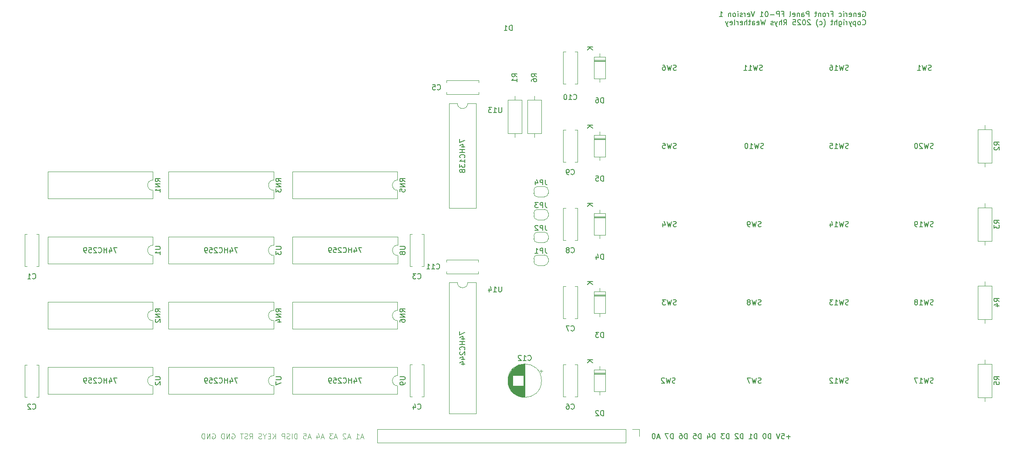
<source format=gbo>
G04 #@! TF.GenerationSoftware,KiCad,Pcbnew,8.0.9-8.0.9-0~ubuntu22.04.1*
G04 #@! TF.CreationDate,2025-05-11T08:50:37+10:00*
G04 #@! TF.ProjectId,Generic_Front_Panel,47656e65-7269-4635-9f46-726f6e745f50,rev?*
G04 #@! TF.SameCoordinates,Original*
G04 #@! TF.FileFunction,Legend,Bot*
G04 #@! TF.FilePolarity,Positive*
%FSLAX46Y46*%
G04 Gerber Fmt 4.6, Leading zero omitted, Abs format (unit mm)*
G04 Created by KiCad (PCBNEW 8.0.9-8.0.9-0~ubuntu22.04.1) date 2025-05-11 08:50:37*
%MOMM*%
%LPD*%
G01*
G04 APERTURE LIST*
%ADD10C,0.150000*%
%ADD11C,0.100000*%
%ADD12C,0.200000*%
%ADD13C,0.120000*%
G04 APERTURE END LIST*
D10*
X200958220Y-127758866D02*
X200196316Y-127758866D01*
X200577268Y-128139819D02*
X200577268Y-127377914D01*
X199243935Y-127139819D02*
X199720125Y-127139819D01*
X199720125Y-127139819D02*
X199767744Y-127616009D01*
X199767744Y-127616009D02*
X199720125Y-127568390D01*
X199720125Y-127568390D02*
X199624887Y-127520771D01*
X199624887Y-127520771D02*
X199386792Y-127520771D01*
X199386792Y-127520771D02*
X199291554Y-127568390D01*
X199291554Y-127568390D02*
X199243935Y-127616009D01*
X199243935Y-127616009D02*
X199196316Y-127711247D01*
X199196316Y-127711247D02*
X199196316Y-127949342D01*
X199196316Y-127949342D02*
X199243935Y-128044580D01*
X199243935Y-128044580D02*
X199291554Y-128092200D01*
X199291554Y-128092200D02*
X199386792Y-128139819D01*
X199386792Y-128139819D02*
X199624887Y-128139819D01*
X199624887Y-128139819D02*
X199720125Y-128092200D01*
X199720125Y-128092200D02*
X199767744Y-128044580D01*
X198910601Y-127139819D02*
X198577268Y-128139819D01*
X198577268Y-128139819D02*
X198243935Y-127139819D01*
X197148696Y-128139819D02*
X197148696Y-127139819D01*
X197148696Y-127139819D02*
X196910601Y-127139819D01*
X196910601Y-127139819D02*
X196767744Y-127187438D01*
X196767744Y-127187438D02*
X196672506Y-127282676D01*
X196672506Y-127282676D02*
X196624887Y-127377914D01*
X196624887Y-127377914D02*
X196577268Y-127568390D01*
X196577268Y-127568390D02*
X196577268Y-127711247D01*
X196577268Y-127711247D02*
X196624887Y-127901723D01*
X196624887Y-127901723D02*
X196672506Y-127996961D01*
X196672506Y-127996961D02*
X196767744Y-128092200D01*
X196767744Y-128092200D02*
X196910601Y-128139819D01*
X196910601Y-128139819D02*
X197148696Y-128139819D01*
X195958220Y-127139819D02*
X195862982Y-127139819D01*
X195862982Y-127139819D02*
X195767744Y-127187438D01*
X195767744Y-127187438D02*
X195720125Y-127235057D01*
X195720125Y-127235057D02*
X195672506Y-127330295D01*
X195672506Y-127330295D02*
X195624887Y-127520771D01*
X195624887Y-127520771D02*
X195624887Y-127758866D01*
X195624887Y-127758866D02*
X195672506Y-127949342D01*
X195672506Y-127949342D02*
X195720125Y-128044580D01*
X195720125Y-128044580D02*
X195767744Y-128092200D01*
X195767744Y-128092200D02*
X195862982Y-128139819D01*
X195862982Y-128139819D02*
X195958220Y-128139819D01*
X195958220Y-128139819D02*
X196053458Y-128092200D01*
X196053458Y-128092200D02*
X196101077Y-128044580D01*
X196101077Y-128044580D02*
X196148696Y-127949342D01*
X196148696Y-127949342D02*
X196196315Y-127758866D01*
X196196315Y-127758866D02*
X196196315Y-127520771D01*
X196196315Y-127520771D02*
X196148696Y-127330295D01*
X196148696Y-127330295D02*
X196101077Y-127235057D01*
X196101077Y-127235057D02*
X196053458Y-127187438D01*
X196053458Y-127187438D02*
X195958220Y-127139819D01*
X194434410Y-128139819D02*
X194434410Y-127139819D01*
X194434410Y-127139819D02*
X194196315Y-127139819D01*
X194196315Y-127139819D02*
X194053458Y-127187438D01*
X194053458Y-127187438D02*
X193958220Y-127282676D01*
X193958220Y-127282676D02*
X193910601Y-127377914D01*
X193910601Y-127377914D02*
X193862982Y-127568390D01*
X193862982Y-127568390D02*
X193862982Y-127711247D01*
X193862982Y-127711247D02*
X193910601Y-127901723D01*
X193910601Y-127901723D02*
X193958220Y-127996961D01*
X193958220Y-127996961D02*
X194053458Y-128092200D01*
X194053458Y-128092200D02*
X194196315Y-128139819D01*
X194196315Y-128139819D02*
X194434410Y-128139819D01*
X192910601Y-128139819D02*
X193482029Y-128139819D01*
X193196315Y-128139819D02*
X193196315Y-127139819D01*
X193196315Y-127139819D02*
X193291553Y-127282676D01*
X193291553Y-127282676D02*
X193386791Y-127377914D01*
X193386791Y-127377914D02*
X193482029Y-127425533D01*
X191720124Y-128139819D02*
X191720124Y-127139819D01*
X191720124Y-127139819D02*
X191482029Y-127139819D01*
X191482029Y-127139819D02*
X191339172Y-127187438D01*
X191339172Y-127187438D02*
X191243934Y-127282676D01*
X191243934Y-127282676D02*
X191196315Y-127377914D01*
X191196315Y-127377914D02*
X191148696Y-127568390D01*
X191148696Y-127568390D02*
X191148696Y-127711247D01*
X191148696Y-127711247D02*
X191196315Y-127901723D01*
X191196315Y-127901723D02*
X191243934Y-127996961D01*
X191243934Y-127996961D02*
X191339172Y-128092200D01*
X191339172Y-128092200D02*
X191482029Y-128139819D01*
X191482029Y-128139819D02*
X191720124Y-128139819D01*
X190767743Y-127235057D02*
X190720124Y-127187438D01*
X190720124Y-127187438D02*
X190624886Y-127139819D01*
X190624886Y-127139819D02*
X190386791Y-127139819D01*
X190386791Y-127139819D02*
X190291553Y-127187438D01*
X190291553Y-127187438D02*
X190243934Y-127235057D01*
X190243934Y-127235057D02*
X190196315Y-127330295D01*
X190196315Y-127330295D02*
X190196315Y-127425533D01*
X190196315Y-127425533D02*
X190243934Y-127568390D01*
X190243934Y-127568390D02*
X190815362Y-128139819D01*
X190815362Y-128139819D02*
X190196315Y-128139819D01*
X189005838Y-128139819D02*
X189005838Y-127139819D01*
X189005838Y-127139819D02*
X188767743Y-127139819D01*
X188767743Y-127139819D02*
X188624886Y-127187438D01*
X188624886Y-127187438D02*
X188529648Y-127282676D01*
X188529648Y-127282676D02*
X188482029Y-127377914D01*
X188482029Y-127377914D02*
X188434410Y-127568390D01*
X188434410Y-127568390D02*
X188434410Y-127711247D01*
X188434410Y-127711247D02*
X188482029Y-127901723D01*
X188482029Y-127901723D02*
X188529648Y-127996961D01*
X188529648Y-127996961D02*
X188624886Y-128092200D01*
X188624886Y-128092200D02*
X188767743Y-128139819D01*
X188767743Y-128139819D02*
X189005838Y-128139819D01*
X188101076Y-127139819D02*
X187482029Y-127139819D01*
X187482029Y-127139819D02*
X187815362Y-127520771D01*
X187815362Y-127520771D02*
X187672505Y-127520771D01*
X187672505Y-127520771D02*
X187577267Y-127568390D01*
X187577267Y-127568390D02*
X187529648Y-127616009D01*
X187529648Y-127616009D02*
X187482029Y-127711247D01*
X187482029Y-127711247D02*
X187482029Y-127949342D01*
X187482029Y-127949342D02*
X187529648Y-128044580D01*
X187529648Y-128044580D02*
X187577267Y-128092200D01*
X187577267Y-128092200D02*
X187672505Y-128139819D01*
X187672505Y-128139819D02*
X187958219Y-128139819D01*
X187958219Y-128139819D02*
X188053457Y-128092200D01*
X188053457Y-128092200D02*
X188101076Y-128044580D01*
X186291552Y-128139819D02*
X186291552Y-127139819D01*
X186291552Y-127139819D02*
X186053457Y-127139819D01*
X186053457Y-127139819D02*
X185910600Y-127187438D01*
X185910600Y-127187438D02*
X185815362Y-127282676D01*
X185815362Y-127282676D02*
X185767743Y-127377914D01*
X185767743Y-127377914D02*
X185720124Y-127568390D01*
X185720124Y-127568390D02*
X185720124Y-127711247D01*
X185720124Y-127711247D02*
X185767743Y-127901723D01*
X185767743Y-127901723D02*
X185815362Y-127996961D01*
X185815362Y-127996961D02*
X185910600Y-128092200D01*
X185910600Y-128092200D02*
X186053457Y-128139819D01*
X186053457Y-128139819D02*
X186291552Y-128139819D01*
X184862981Y-127473152D02*
X184862981Y-128139819D01*
X185101076Y-127092200D02*
X185339171Y-127806485D01*
X185339171Y-127806485D02*
X184720124Y-127806485D01*
X183577266Y-128139819D02*
X183577266Y-127139819D01*
X183577266Y-127139819D02*
X183339171Y-127139819D01*
X183339171Y-127139819D02*
X183196314Y-127187438D01*
X183196314Y-127187438D02*
X183101076Y-127282676D01*
X183101076Y-127282676D02*
X183053457Y-127377914D01*
X183053457Y-127377914D02*
X183005838Y-127568390D01*
X183005838Y-127568390D02*
X183005838Y-127711247D01*
X183005838Y-127711247D02*
X183053457Y-127901723D01*
X183053457Y-127901723D02*
X183101076Y-127996961D01*
X183101076Y-127996961D02*
X183196314Y-128092200D01*
X183196314Y-128092200D02*
X183339171Y-128139819D01*
X183339171Y-128139819D02*
X183577266Y-128139819D01*
X182101076Y-127139819D02*
X182577266Y-127139819D01*
X182577266Y-127139819D02*
X182624885Y-127616009D01*
X182624885Y-127616009D02*
X182577266Y-127568390D01*
X182577266Y-127568390D02*
X182482028Y-127520771D01*
X182482028Y-127520771D02*
X182243933Y-127520771D01*
X182243933Y-127520771D02*
X182148695Y-127568390D01*
X182148695Y-127568390D02*
X182101076Y-127616009D01*
X182101076Y-127616009D02*
X182053457Y-127711247D01*
X182053457Y-127711247D02*
X182053457Y-127949342D01*
X182053457Y-127949342D02*
X182101076Y-128044580D01*
X182101076Y-128044580D02*
X182148695Y-128092200D01*
X182148695Y-128092200D02*
X182243933Y-128139819D01*
X182243933Y-128139819D02*
X182482028Y-128139819D01*
X182482028Y-128139819D02*
X182577266Y-128092200D01*
X182577266Y-128092200D02*
X182624885Y-128044580D01*
X180862980Y-128139819D02*
X180862980Y-127139819D01*
X180862980Y-127139819D02*
X180624885Y-127139819D01*
X180624885Y-127139819D02*
X180482028Y-127187438D01*
X180482028Y-127187438D02*
X180386790Y-127282676D01*
X180386790Y-127282676D02*
X180339171Y-127377914D01*
X180339171Y-127377914D02*
X180291552Y-127568390D01*
X180291552Y-127568390D02*
X180291552Y-127711247D01*
X180291552Y-127711247D02*
X180339171Y-127901723D01*
X180339171Y-127901723D02*
X180386790Y-127996961D01*
X180386790Y-127996961D02*
X180482028Y-128092200D01*
X180482028Y-128092200D02*
X180624885Y-128139819D01*
X180624885Y-128139819D02*
X180862980Y-128139819D01*
X179434409Y-127139819D02*
X179624885Y-127139819D01*
X179624885Y-127139819D02*
X179720123Y-127187438D01*
X179720123Y-127187438D02*
X179767742Y-127235057D01*
X179767742Y-127235057D02*
X179862980Y-127377914D01*
X179862980Y-127377914D02*
X179910599Y-127568390D01*
X179910599Y-127568390D02*
X179910599Y-127949342D01*
X179910599Y-127949342D02*
X179862980Y-128044580D01*
X179862980Y-128044580D02*
X179815361Y-128092200D01*
X179815361Y-128092200D02*
X179720123Y-128139819D01*
X179720123Y-128139819D02*
X179529647Y-128139819D01*
X179529647Y-128139819D02*
X179434409Y-128092200D01*
X179434409Y-128092200D02*
X179386790Y-128044580D01*
X179386790Y-128044580D02*
X179339171Y-127949342D01*
X179339171Y-127949342D02*
X179339171Y-127711247D01*
X179339171Y-127711247D02*
X179386790Y-127616009D01*
X179386790Y-127616009D02*
X179434409Y-127568390D01*
X179434409Y-127568390D02*
X179529647Y-127520771D01*
X179529647Y-127520771D02*
X179720123Y-127520771D01*
X179720123Y-127520771D02*
X179815361Y-127568390D01*
X179815361Y-127568390D02*
X179862980Y-127616009D01*
X179862980Y-127616009D02*
X179910599Y-127711247D01*
X178148694Y-128139819D02*
X178148694Y-127139819D01*
X178148694Y-127139819D02*
X177910599Y-127139819D01*
X177910599Y-127139819D02*
X177767742Y-127187438D01*
X177767742Y-127187438D02*
X177672504Y-127282676D01*
X177672504Y-127282676D02*
X177624885Y-127377914D01*
X177624885Y-127377914D02*
X177577266Y-127568390D01*
X177577266Y-127568390D02*
X177577266Y-127711247D01*
X177577266Y-127711247D02*
X177624885Y-127901723D01*
X177624885Y-127901723D02*
X177672504Y-127996961D01*
X177672504Y-127996961D02*
X177767742Y-128092200D01*
X177767742Y-128092200D02*
X177910599Y-128139819D01*
X177910599Y-128139819D02*
X178148694Y-128139819D01*
X177243932Y-127139819D02*
X176577266Y-127139819D01*
X176577266Y-127139819D02*
X177005837Y-128139819D01*
X175482027Y-127854104D02*
X175005837Y-127854104D01*
X175577265Y-128139819D02*
X175243932Y-127139819D01*
X175243932Y-127139819D02*
X174910599Y-128139819D01*
X174386789Y-127139819D02*
X174291551Y-127139819D01*
X174291551Y-127139819D02*
X174196313Y-127187438D01*
X174196313Y-127187438D02*
X174148694Y-127235057D01*
X174148694Y-127235057D02*
X174101075Y-127330295D01*
X174101075Y-127330295D02*
X174053456Y-127520771D01*
X174053456Y-127520771D02*
X174053456Y-127758866D01*
X174053456Y-127758866D02*
X174101075Y-127949342D01*
X174101075Y-127949342D02*
X174148694Y-128044580D01*
X174148694Y-128044580D02*
X174196313Y-128092200D01*
X174196313Y-128092200D02*
X174291551Y-128139819D01*
X174291551Y-128139819D02*
X174386789Y-128139819D01*
X174386789Y-128139819D02*
X174482027Y-128092200D01*
X174482027Y-128092200D02*
X174529646Y-128044580D01*
X174529646Y-128044580D02*
X174577265Y-127949342D01*
X174577265Y-127949342D02*
X174624884Y-127758866D01*
X174624884Y-127758866D02*
X174624884Y-127520771D01*
X174624884Y-127520771D02*
X174577265Y-127330295D01*
X174577265Y-127330295D02*
X174529646Y-127235057D01*
X174529646Y-127235057D02*
X174482027Y-127187438D01*
X174482027Y-127187438D02*
X174386789Y-127139819D01*
D11*
X117853734Y-127856704D02*
X117377544Y-127856704D01*
X117948972Y-128142419D02*
X117615639Y-127142419D01*
X117615639Y-127142419D02*
X117282306Y-128142419D01*
X116425163Y-128142419D02*
X116996591Y-128142419D01*
X116710877Y-128142419D02*
X116710877Y-127142419D01*
X116710877Y-127142419D02*
X116806115Y-127285276D01*
X116806115Y-127285276D02*
X116901353Y-127380514D01*
X116901353Y-127380514D02*
X116996591Y-127428133D01*
X115282305Y-127856704D02*
X114806115Y-127856704D01*
X115377543Y-128142419D02*
X115044210Y-127142419D01*
X115044210Y-127142419D02*
X114710877Y-128142419D01*
X114425162Y-127237657D02*
X114377543Y-127190038D01*
X114377543Y-127190038D02*
X114282305Y-127142419D01*
X114282305Y-127142419D02*
X114044210Y-127142419D01*
X114044210Y-127142419D02*
X113948972Y-127190038D01*
X113948972Y-127190038D02*
X113901353Y-127237657D01*
X113901353Y-127237657D02*
X113853734Y-127332895D01*
X113853734Y-127332895D02*
X113853734Y-127428133D01*
X113853734Y-127428133D02*
X113901353Y-127570990D01*
X113901353Y-127570990D02*
X114472781Y-128142419D01*
X114472781Y-128142419D02*
X113853734Y-128142419D01*
X112710876Y-127856704D02*
X112234686Y-127856704D01*
X112806114Y-128142419D02*
X112472781Y-127142419D01*
X112472781Y-127142419D02*
X112139448Y-128142419D01*
X111901352Y-127142419D02*
X111282305Y-127142419D01*
X111282305Y-127142419D02*
X111615638Y-127523371D01*
X111615638Y-127523371D02*
X111472781Y-127523371D01*
X111472781Y-127523371D02*
X111377543Y-127570990D01*
X111377543Y-127570990D02*
X111329924Y-127618609D01*
X111329924Y-127618609D02*
X111282305Y-127713847D01*
X111282305Y-127713847D02*
X111282305Y-127951942D01*
X111282305Y-127951942D02*
X111329924Y-128047180D01*
X111329924Y-128047180D02*
X111377543Y-128094800D01*
X111377543Y-128094800D02*
X111472781Y-128142419D01*
X111472781Y-128142419D02*
X111758495Y-128142419D01*
X111758495Y-128142419D02*
X111853733Y-128094800D01*
X111853733Y-128094800D02*
X111901352Y-128047180D01*
X110139447Y-127856704D02*
X109663257Y-127856704D01*
X110234685Y-128142419D02*
X109901352Y-127142419D01*
X109901352Y-127142419D02*
X109568019Y-128142419D01*
X108806114Y-127475752D02*
X108806114Y-128142419D01*
X109044209Y-127094800D02*
X109282304Y-127809085D01*
X109282304Y-127809085D02*
X108663257Y-127809085D01*
X107568018Y-127856704D02*
X107091828Y-127856704D01*
X107663256Y-128142419D02*
X107329923Y-127142419D01*
X107329923Y-127142419D02*
X106996590Y-128142419D01*
X106187066Y-127142419D02*
X106663256Y-127142419D01*
X106663256Y-127142419D02*
X106710875Y-127618609D01*
X106710875Y-127618609D02*
X106663256Y-127570990D01*
X106663256Y-127570990D02*
X106568018Y-127523371D01*
X106568018Y-127523371D02*
X106329923Y-127523371D01*
X106329923Y-127523371D02*
X106234685Y-127570990D01*
X106234685Y-127570990D02*
X106187066Y-127618609D01*
X106187066Y-127618609D02*
X106139447Y-127713847D01*
X106139447Y-127713847D02*
X106139447Y-127951942D01*
X106139447Y-127951942D02*
X106187066Y-128047180D01*
X106187066Y-128047180D02*
X106234685Y-128094800D01*
X106234685Y-128094800D02*
X106329923Y-128142419D01*
X106329923Y-128142419D02*
X106568018Y-128142419D01*
X106568018Y-128142419D02*
X106663256Y-128094800D01*
X106663256Y-128094800D02*
X106710875Y-128047180D01*
X104948970Y-128142419D02*
X104948970Y-127142419D01*
X104948970Y-127142419D02*
X104710875Y-127142419D01*
X104710875Y-127142419D02*
X104568018Y-127190038D01*
X104568018Y-127190038D02*
X104472780Y-127285276D01*
X104472780Y-127285276D02*
X104425161Y-127380514D01*
X104425161Y-127380514D02*
X104377542Y-127570990D01*
X104377542Y-127570990D02*
X104377542Y-127713847D01*
X104377542Y-127713847D02*
X104425161Y-127904323D01*
X104425161Y-127904323D02*
X104472780Y-127999561D01*
X104472780Y-127999561D02*
X104568018Y-128094800D01*
X104568018Y-128094800D02*
X104710875Y-128142419D01*
X104710875Y-128142419D02*
X104948970Y-128142419D01*
X103948970Y-128142419D02*
X103948970Y-127142419D01*
X103520399Y-128094800D02*
X103377542Y-128142419D01*
X103377542Y-128142419D02*
X103139447Y-128142419D01*
X103139447Y-128142419D02*
X103044209Y-128094800D01*
X103044209Y-128094800D02*
X102996590Y-128047180D01*
X102996590Y-128047180D02*
X102948971Y-127951942D01*
X102948971Y-127951942D02*
X102948971Y-127856704D01*
X102948971Y-127856704D02*
X102996590Y-127761466D01*
X102996590Y-127761466D02*
X103044209Y-127713847D01*
X103044209Y-127713847D02*
X103139447Y-127666228D01*
X103139447Y-127666228D02*
X103329923Y-127618609D01*
X103329923Y-127618609D02*
X103425161Y-127570990D01*
X103425161Y-127570990D02*
X103472780Y-127523371D01*
X103472780Y-127523371D02*
X103520399Y-127428133D01*
X103520399Y-127428133D02*
X103520399Y-127332895D01*
X103520399Y-127332895D02*
X103472780Y-127237657D01*
X103472780Y-127237657D02*
X103425161Y-127190038D01*
X103425161Y-127190038D02*
X103329923Y-127142419D01*
X103329923Y-127142419D02*
X103091828Y-127142419D01*
X103091828Y-127142419D02*
X102948971Y-127190038D01*
X102520399Y-128142419D02*
X102520399Y-127142419D01*
X102520399Y-127142419D02*
X102139447Y-127142419D01*
X102139447Y-127142419D02*
X102044209Y-127190038D01*
X102044209Y-127190038D02*
X101996590Y-127237657D01*
X101996590Y-127237657D02*
X101948971Y-127332895D01*
X101948971Y-127332895D02*
X101948971Y-127475752D01*
X101948971Y-127475752D02*
X101996590Y-127570990D01*
X101996590Y-127570990D02*
X102044209Y-127618609D01*
X102044209Y-127618609D02*
X102139447Y-127666228D01*
X102139447Y-127666228D02*
X102520399Y-127666228D01*
X100758494Y-128142419D02*
X100758494Y-127142419D01*
X100187066Y-128142419D02*
X100615637Y-127570990D01*
X100187066Y-127142419D02*
X100758494Y-127713847D01*
X99758494Y-127618609D02*
X99425161Y-127618609D01*
X99282304Y-128142419D02*
X99758494Y-128142419D01*
X99758494Y-128142419D02*
X99758494Y-127142419D01*
X99758494Y-127142419D02*
X99282304Y-127142419D01*
X98663256Y-127666228D02*
X98663256Y-128142419D01*
X98996589Y-127142419D02*
X98663256Y-127666228D01*
X98663256Y-127666228D02*
X98329923Y-127142419D01*
X98044208Y-128094800D02*
X97901351Y-128142419D01*
X97901351Y-128142419D02*
X97663256Y-128142419D01*
X97663256Y-128142419D02*
X97568018Y-128094800D01*
X97568018Y-128094800D02*
X97520399Y-128047180D01*
X97520399Y-128047180D02*
X97472780Y-127951942D01*
X97472780Y-127951942D02*
X97472780Y-127856704D01*
X97472780Y-127856704D02*
X97520399Y-127761466D01*
X97520399Y-127761466D02*
X97568018Y-127713847D01*
X97568018Y-127713847D02*
X97663256Y-127666228D01*
X97663256Y-127666228D02*
X97853732Y-127618609D01*
X97853732Y-127618609D02*
X97948970Y-127570990D01*
X97948970Y-127570990D02*
X97996589Y-127523371D01*
X97996589Y-127523371D02*
X98044208Y-127428133D01*
X98044208Y-127428133D02*
X98044208Y-127332895D01*
X98044208Y-127332895D02*
X97996589Y-127237657D01*
X97996589Y-127237657D02*
X97948970Y-127190038D01*
X97948970Y-127190038D02*
X97853732Y-127142419D01*
X97853732Y-127142419D02*
X97615637Y-127142419D01*
X97615637Y-127142419D02*
X97472780Y-127190038D01*
X95710875Y-128142419D02*
X96044208Y-127666228D01*
X96282303Y-128142419D02*
X96282303Y-127142419D01*
X96282303Y-127142419D02*
X95901351Y-127142419D01*
X95901351Y-127142419D02*
X95806113Y-127190038D01*
X95806113Y-127190038D02*
X95758494Y-127237657D01*
X95758494Y-127237657D02*
X95710875Y-127332895D01*
X95710875Y-127332895D02*
X95710875Y-127475752D01*
X95710875Y-127475752D02*
X95758494Y-127570990D01*
X95758494Y-127570990D02*
X95806113Y-127618609D01*
X95806113Y-127618609D02*
X95901351Y-127666228D01*
X95901351Y-127666228D02*
X96282303Y-127666228D01*
X95329922Y-128094800D02*
X95187065Y-128142419D01*
X95187065Y-128142419D02*
X94948970Y-128142419D01*
X94948970Y-128142419D02*
X94853732Y-128094800D01*
X94853732Y-128094800D02*
X94806113Y-128047180D01*
X94806113Y-128047180D02*
X94758494Y-127951942D01*
X94758494Y-127951942D02*
X94758494Y-127856704D01*
X94758494Y-127856704D02*
X94806113Y-127761466D01*
X94806113Y-127761466D02*
X94853732Y-127713847D01*
X94853732Y-127713847D02*
X94948970Y-127666228D01*
X94948970Y-127666228D02*
X95139446Y-127618609D01*
X95139446Y-127618609D02*
X95234684Y-127570990D01*
X95234684Y-127570990D02*
X95282303Y-127523371D01*
X95282303Y-127523371D02*
X95329922Y-127428133D01*
X95329922Y-127428133D02*
X95329922Y-127332895D01*
X95329922Y-127332895D02*
X95282303Y-127237657D01*
X95282303Y-127237657D02*
X95234684Y-127190038D01*
X95234684Y-127190038D02*
X95139446Y-127142419D01*
X95139446Y-127142419D02*
X94901351Y-127142419D01*
X94901351Y-127142419D02*
X94758494Y-127190038D01*
X94472779Y-127142419D02*
X93901351Y-127142419D01*
X94187065Y-128142419D02*
X94187065Y-127142419D01*
X92282303Y-127190038D02*
X92377541Y-127142419D01*
X92377541Y-127142419D02*
X92520398Y-127142419D01*
X92520398Y-127142419D02*
X92663255Y-127190038D01*
X92663255Y-127190038D02*
X92758493Y-127285276D01*
X92758493Y-127285276D02*
X92806112Y-127380514D01*
X92806112Y-127380514D02*
X92853731Y-127570990D01*
X92853731Y-127570990D02*
X92853731Y-127713847D01*
X92853731Y-127713847D02*
X92806112Y-127904323D01*
X92806112Y-127904323D02*
X92758493Y-127999561D01*
X92758493Y-127999561D02*
X92663255Y-128094800D01*
X92663255Y-128094800D02*
X92520398Y-128142419D01*
X92520398Y-128142419D02*
X92425160Y-128142419D01*
X92425160Y-128142419D02*
X92282303Y-128094800D01*
X92282303Y-128094800D02*
X92234684Y-128047180D01*
X92234684Y-128047180D02*
X92234684Y-127713847D01*
X92234684Y-127713847D02*
X92425160Y-127713847D01*
X91806112Y-128142419D02*
X91806112Y-127142419D01*
X91806112Y-127142419D02*
X91234684Y-128142419D01*
X91234684Y-128142419D02*
X91234684Y-127142419D01*
X90758493Y-128142419D02*
X90758493Y-127142419D01*
X90758493Y-127142419D02*
X90520398Y-127142419D01*
X90520398Y-127142419D02*
X90377541Y-127190038D01*
X90377541Y-127190038D02*
X90282303Y-127285276D01*
X90282303Y-127285276D02*
X90234684Y-127380514D01*
X90234684Y-127380514D02*
X90187065Y-127570990D01*
X90187065Y-127570990D02*
X90187065Y-127713847D01*
X90187065Y-127713847D02*
X90234684Y-127904323D01*
X90234684Y-127904323D02*
X90282303Y-127999561D01*
X90282303Y-127999561D02*
X90377541Y-128094800D01*
X90377541Y-128094800D02*
X90520398Y-128142419D01*
X90520398Y-128142419D02*
X90758493Y-128142419D01*
X88472779Y-127190038D02*
X88568017Y-127142419D01*
X88568017Y-127142419D02*
X88710874Y-127142419D01*
X88710874Y-127142419D02*
X88853731Y-127190038D01*
X88853731Y-127190038D02*
X88948969Y-127285276D01*
X88948969Y-127285276D02*
X88996588Y-127380514D01*
X88996588Y-127380514D02*
X89044207Y-127570990D01*
X89044207Y-127570990D02*
X89044207Y-127713847D01*
X89044207Y-127713847D02*
X88996588Y-127904323D01*
X88996588Y-127904323D02*
X88948969Y-127999561D01*
X88948969Y-127999561D02*
X88853731Y-128094800D01*
X88853731Y-128094800D02*
X88710874Y-128142419D01*
X88710874Y-128142419D02*
X88615636Y-128142419D01*
X88615636Y-128142419D02*
X88472779Y-128094800D01*
X88472779Y-128094800D02*
X88425160Y-128047180D01*
X88425160Y-128047180D02*
X88425160Y-127713847D01*
X88425160Y-127713847D02*
X88615636Y-127713847D01*
X87996588Y-128142419D02*
X87996588Y-127142419D01*
X87996588Y-127142419D02*
X87425160Y-128142419D01*
X87425160Y-128142419D02*
X87425160Y-127142419D01*
X86948969Y-128142419D02*
X86948969Y-127142419D01*
X86948969Y-127142419D02*
X86710874Y-127142419D01*
X86710874Y-127142419D02*
X86568017Y-127190038D01*
X86568017Y-127190038D02*
X86472779Y-127285276D01*
X86472779Y-127285276D02*
X86425160Y-127380514D01*
X86425160Y-127380514D02*
X86377541Y-127570990D01*
X86377541Y-127570990D02*
X86377541Y-127713847D01*
X86377541Y-127713847D02*
X86425160Y-127904323D01*
X86425160Y-127904323D02*
X86472779Y-127999561D01*
X86472779Y-127999561D02*
X86568017Y-128094800D01*
X86568017Y-128094800D02*
X86710874Y-128142419D01*
X86710874Y-128142419D02*
X86948969Y-128142419D01*
D12*
X215006517Y-44929894D02*
X215101755Y-44882275D01*
X215101755Y-44882275D02*
X215244612Y-44882275D01*
X215244612Y-44882275D02*
X215387469Y-44929894D01*
X215387469Y-44929894D02*
X215482707Y-45025132D01*
X215482707Y-45025132D02*
X215530326Y-45120370D01*
X215530326Y-45120370D02*
X215577945Y-45310846D01*
X215577945Y-45310846D02*
X215577945Y-45453703D01*
X215577945Y-45453703D02*
X215530326Y-45644179D01*
X215530326Y-45644179D02*
X215482707Y-45739417D01*
X215482707Y-45739417D02*
X215387469Y-45834656D01*
X215387469Y-45834656D02*
X215244612Y-45882275D01*
X215244612Y-45882275D02*
X215149374Y-45882275D01*
X215149374Y-45882275D02*
X215006517Y-45834656D01*
X215006517Y-45834656D02*
X214958898Y-45787036D01*
X214958898Y-45787036D02*
X214958898Y-45453703D01*
X214958898Y-45453703D02*
X215149374Y-45453703D01*
X214149374Y-45834656D02*
X214244612Y-45882275D01*
X214244612Y-45882275D02*
X214435088Y-45882275D01*
X214435088Y-45882275D02*
X214530326Y-45834656D01*
X214530326Y-45834656D02*
X214577945Y-45739417D01*
X214577945Y-45739417D02*
X214577945Y-45358465D01*
X214577945Y-45358465D02*
X214530326Y-45263227D01*
X214530326Y-45263227D02*
X214435088Y-45215608D01*
X214435088Y-45215608D02*
X214244612Y-45215608D01*
X214244612Y-45215608D02*
X214149374Y-45263227D01*
X214149374Y-45263227D02*
X214101755Y-45358465D01*
X214101755Y-45358465D02*
X214101755Y-45453703D01*
X214101755Y-45453703D02*
X214577945Y-45548941D01*
X213673183Y-45215608D02*
X213673183Y-45882275D01*
X213673183Y-45310846D02*
X213625564Y-45263227D01*
X213625564Y-45263227D02*
X213530326Y-45215608D01*
X213530326Y-45215608D02*
X213387469Y-45215608D01*
X213387469Y-45215608D02*
X213292231Y-45263227D01*
X213292231Y-45263227D02*
X213244612Y-45358465D01*
X213244612Y-45358465D02*
X213244612Y-45882275D01*
X212387469Y-45834656D02*
X212482707Y-45882275D01*
X212482707Y-45882275D02*
X212673183Y-45882275D01*
X212673183Y-45882275D02*
X212768421Y-45834656D01*
X212768421Y-45834656D02*
X212816040Y-45739417D01*
X212816040Y-45739417D02*
X212816040Y-45358465D01*
X212816040Y-45358465D02*
X212768421Y-45263227D01*
X212768421Y-45263227D02*
X212673183Y-45215608D01*
X212673183Y-45215608D02*
X212482707Y-45215608D01*
X212482707Y-45215608D02*
X212387469Y-45263227D01*
X212387469Y-45263227D02*
X212339850Y-45358465D01*
X212339850Y-45358465D02*
X212339850Y-45453703D01*
X212339850Y-45453703D02*
X212816040Y-45548941D01*
X211911278Y-45882275D02*
X211911278Y-45215608D01*
X211911278Y-45406084D02*
X211863659Y-45310846D01*
X211863659Y-45310846D02*
X211816040Y-45263227D01*
X211816040Y-45263227D02*
X211720802Y-45215608D01*
X211720802Y-45215608D02*
X211625564Y-45215608D01*
X211292230Y-45882275D02*
X211292230Y-45215608D01*
X211292230Y-44882275D02*
X211339849Y-44929894D01*
X211339849Y-44929894D02*
X211292230Y-44977513D01*
X211292230Y-44977513D02*
X211244611Y-44929894D01*
X211244611Y-44929894D02*
X211292230Y-44882275D01*
X211292230Y-44882275D02*
X211292230Y-44977513D01*
X210387469Y-45834656D02*
X210482707Y-45882275D01*
X210482707Y-45882275D02*
X210673183Y-45882275D01*
X210673183Y-45882275D02*
X210768421Y-45834656D01*
X210768421Y-45834656D02*
X210816040Y-45787036D01*
X210816040Y-45787036D02*
X210863659Y-45691798D01*
X210863659Y-45691798D02*
X210863659Y-45406084D01*
X210863659Y-45406084D02*
X210816040Y-45310846D01*
X210816040Y-45310846D02*
X210768421Y-45263227D01*
X210768421Y-45263227D02*
X210673183Y-45215608D01*
X210673183Y-45215608D02*
X210482707Y-45215608D01*
X210482707Y-45215608D02*
X210387469Y-45263227D01*
X208863659Y-45358465D02*
X209196992Y-45358465D01*
X209196992Y-45882275D02*
X209196992Y-44882275D01*
X209196992Y-44882275D02*
X208720802Y-44882275D01*
X208339849Y-45882275D02*
X208339849Y-45215608D01*
X208339849Y-45406084D02*
X208292230Y-45310846D01*
X208292230Y-45310846D02*
X208244611Y-45263227D01*
X208244611Y-45263227D02*
X208149373Y-45215608D01*
X208149373Y-45215608D02*
X208054135Y-45215608D01*
X207577944Y-45882275D02*
X207673182Y-45834656D01*
X207673182Y-45834656D02*
X207720801Y-45787036D01*
X207720801Y-45787036D02*
X207768420Y-45691798D01*
X207768420Y-45691798D02*
X207768420Y-45406084D01*
X207768420Y-45406084D02*
X207720801Y-45310846D01*
X207720801Y-45310846D02*
X207673182Y-45263227D01*
X207673182Y-45263227D02*
X207577944Y-45215608D01*
X207577944Y-45215608D02*
X207435087Y-45215608D01*
X207435087Y-45215608D02*
X207339849Y-45263227D01*
X207339849Y-45263227D02*
X207292230Y-45310846D01*
X207292230Y-45310846D02*
X207244611Y-45406084D01*
X207244611Y-45406084D02*
X207244611Y-45691798D01*
X207244611Y-45691798D02*
X207292230Y-45787036D01*
X207292230Y-45787036D02*
X207339849Y-45834656D01*
X207339849Y-45834656D02*
X207435087Y-45882275D01*
X207435087Y-45882275D02*
X207577944Y-45882275D01*
X206816039Y-45215608D02*
X206816039Y-45882275D01*
X206816039Y-45310846D02*
X206768420Y-45263227D01*
X206768420Y-45263227D02*
X206673182Y-45215608D01*
X206673182Y-45215608D02*
X206530325Y-45215608D01*
X206530325Y-45215608D02*
X206435087Y-45263227D01*
X206435087Y-45263227D02*
X206387468Y-45358465D01*
X206387468Y-45358465D02*
X206387468Y-45882275D01*
X206054134Y-45215608D02*
X205673182Y-45215608D01*
X205911277Y-44882275D02*
X205911277Y-45739417D01*
X205911277Y-45739417D02*
X205863658Y-45834656D01*
X205863658Y-45834656D02*
X205768420Y-45882275D01*
X205768420Y-45882275D02*
X205673182Y-45882275D01*
X204577943Y-45882275D02*
X204577943Y-44882275D01*
X204577943Y-44882275D02*
X204196991Y-44882275D01*
X204196991Y-44882275D02*
X204101753Y-44929894D01*
X204101753Y-44929894D02*
X204054134Y-44977513D01*
X204054134Y-44977513D02*
X204006515Y-45072751D01*
X204006515Y-45072751D02*
X204006515Y-45215608D01*
X204006515Y-45215608D02*
X204054134Y-45310846D01*
X204054134Y-45310846D02*
X204101753Y-45358465D01*
X204101753Y-45358465D02*
X204196991Y-45406084D01*
X204196991Y-45406084D02*
X204577943Y-45406084D01*
X203149372Y-45882275D02*
X203149372Y-45358465D01*
X203149372Y-45358465D02*
X203196991Y-45263227D01*
X203196991Y-45263227D02*
X203292229Y-45215608D01*
X203292229Y-45215608D02*
X203482705Y-45215608D01*
X203482705Y-45215608D02*
X203577943Y-45263227D01*
X203149372Y-45834656D02*
X203244610Y-45882275D01*
X203244610Y-45882275D02*
X203482705Y-45882275D01*
X203482705Y-45882275D02*
X203577943Y-45834656D01*
X203577943Y-45834656D02*
X203625562Y-45739417D01*
X203625562Y-45739417D02*
X203625562Y-45644179D01*
X203625562Y-45644179D02*
X203577943Y-45548941D01*
X203577943Y-45548941D02*
X203482705Y-45501322D01*
X203482705Y-45501322D02*
X203244610Y-45501322D01*
X203244610Y-45501322D02*
X203149372Y-45453703D01*
X202673181Y-45215608D02*
X202673181Y-45882275D01*
X202673181Y-45310846D02*
X202625562Y-45263227D01*
X202625562Y-45263227D02*
X202530324Y-45215608D01*
X202530324Y-45215608D02*
X202387467Y-45215608D01*
X202387467Y-45215608D02*
X202292229Y-45263227D01*
X202292229Y-45263227D02*
X202244610Y-45358465D01*
X202244610Y-45358465D02*
X202244610Y-45882275D01*
X201387467Y-45834656D02*
X201482705Y-45882275D01*
X201482705Y-45882275D02*
X201673181Y-45882275D01*
X201673181Y-45882275D02*
X201768419Y-45834656D01*
X201768419Y-45834656D02*
X201816038Y-45739417D01*
X201816038Y-45739417D02*
X201816038Y-45358465D01*
X201816038Y-45358465D02*
X201768419Y-45263227D01*
X201768419Y-45263227D02*
X201673181Y-45215608D01*
X201673181Y-45215608D02*
X201482705Y-45215608D01*
X201482705Y-45215608D02*
X201387467Y-45263227D01*
X201387467Y-45263227D02*
X201339848Y-45358465D01*
X201339848Y-45358465D02*
X201339848Y-45453703D01*
X201339848Y-45453703D02*
X201816038Y-45548941D01*
X200768419Y-45882275D02*
X200863657Y-45834656D01*
X200863657Y-45834656D02*
X200911276Y-45739417D01*
X200911276Y-45739417D02*
X200911276Y-44882275D01*
X199292228Y-45358465D02*
X199625561Y-45358465D01*
X199625561Y-45882275D02*
X199625561Y-44882275D01*
X199625561Y-44882275D02*
X199149371Y-44882275D01*
X198768418Y-45882275D02*
X198768418Y-44882275D01*
X198768418Y-44882275D02*
X198387466Y-44882275D01*
X198387466Y-44882275D02*
X198292228Y-44929894D01*
X198292228Y-44929894D02*
X198244609Y-44977513D01*
X198244609Y-44977513D02*
X198196990Y-45072751D01*
X198196990Y-45072751D02*
X198196990Y-45215608D01*
X198196990Y-45215608D02*
X198244609Y-45310846D01*
X198244609Y-45310846D02*
X198292228Y-45358465D01*
X198292228Y-45358465D02*
X198387466Y-45406084D01*
X198387466Y-45406084D02*
X198768418Y-45406084D01*
X197768418Y-45501322D02*
X197006514Y-45501322D01*
X196339847Y-44882275D02*
X196244609Y-44882275D01*
X196244609Y-44882275D02*
X196149371Y-44929894D01*
X196149371Y-44929894D02*
X196101752Y-44977513D01*
X196101752Y-44977513D02*
X196054133Y-45072751D01*
X196054133Y-45072751D02*
X196006514Y-45263227D01*
X196006514Y-45263227D02*
X196006514Y-45501322D01*
X196006514Y-45501322D02*
X196054133Y-45691798D01*
X196054133Y-45691798D02*
X196101752Y-45787036D01*
X196101752Y-45787036D02*
X196149371Y-45834656D01*
X196149371Y-45834656D02*
X196244609Y-45882275D01*
X196244609Y-45882275D02*
X196339847Y-45882275D01*
X196339847Y-45882275D02*
X196435085Y-45834656D01*
X196435085Y-45834656D02*
X196482704Y-45787036D01*
X196482704Y-45787036D02*
X196530323Y-45691798D01*
X196530323Y-45691798D02*
X196577942Y-45501322D01*
X196577942Y-45501322D02*
X196577942Y-45263227D01*
X196577942Y-45263227D02*
X196530323Y-45072751D01*
X196530323Y-45072751D02*
X196482704Y-44977513D01*
X196482704Y-44977513D02*
X196435085Y-44929894D01*
X196435085Y-44929894D02*
X196339847Y-44882275D01*
X195054133Y-45882275D02*
X195625561Y-45882275D01*
X195339847Y-45882275D02*
X195339847Y-44882275D01*
X195339847Y-44882275D02*
X195435085Y-45025132D01*
X195435085Y-45025132D02*
X195530323Y-45120370D01*
X195530323Y-45120370D02*
X195625561Y-45167989D01*
X194006513Y-44882275D02*
X193673180Y-45882275D01*
X193673180Y-45882275D02*
X193339847Y-44882275D01*
X192625561Y-45834656D02*
X192720799Y-45882275D01*
X192720799Y-45882275D02*
X192911275Y-45882275D01*
X192911275Y-45882275D02*
X193006513Y-45834656D01*
X193006513Y-45834656D02*
X193054132Y-45739417D01*
X193054132Y-45739417D02*
X193054132Y-45358465D01*
X193054132Y-45358465D02*
X193006513Y-45263227D01*
X193006513Y-45263227D02*
X192911275Y-45215608D01*
X192911275Y-45215608D02*
X192720799Y-45215608D01*
X192720799Y-45215608D02*
X192625561Y-45263227D01*
X192625561Y-45263227D02*
X192577942Y-45358465D01*
X192577942Y-45358465D02*
X192577942Y-45453703D01*
X192577942Y-45453703D02*
X193054132Y-45548941D01*
X192149370Y-45882275D02*
X192149370Y-45215608D01*
X192149370Y-45406084D02*
X192101751Y-45310846D01*
X192101751Y-45310846D02*
X192054132Y-45263227D01*
X192054132Y-45263227D02*
X191958894Y-45215608D01*
X191958894Y-45215608D02*
X191863656Y-45215608D01*
X191577941Y-45834656D02*
X191482703Y-45882275D01*
X191482703Y-45882275D02*
X191292227Y-45882275D01*
X191292227Y-45882275D02*
X191196989Y-45834656D01*
X191196989Y-45834656D02*
X191149370Y-45739417D01*
X191149370Y-45739417D02*
X191149370Y-45691798D01*
X191149370Y-45691798D02*
X191196989Y-45596560D01*
X191196989Y-45596560D02*
X191292227Y-45548941D01*
X191292227Y-45548941D02*
X191435084Y-45548941D01*
X191435084Y-45548941D02*
X191530322Y-45501322D01*
X191530322Y-45501322D02*
X191577941Y-45406084D01*
X191577941Y-45406084D02*
X191577941Y-45358465D01*
X191577941Y-45358465D02*
X191530322Y-45263227D01*
X191530322Y-45263227D02*
X191435084Y-45215608D01*
X191435084Y-45215608D02*
X191292227Y-45215608D01*
X191292227Y-45215608D02*
X191196989Y-45263227D01*
X190720798Y-45882275D02*
X190720798Y-45215608D01*
X190720798Y-44882275D02*
X190768417Y-44929894D01*
X190768417Y-44929894D02*
X190720798Y-44977513D01*
X190720798Y-44977513D02*
X190673179Y-44929894D01*
X190673179Y-44929894D02*
X190720798Y-44882275D01*
X190720798Y-44882275D02*
X190720798Y-44977513D01*
X190101751Y-45882275D02*
X190196989Y-45834656D01*
X190196989Y-45834656D02*
X190244608Y-45787036D01*
X190244608Y-45787036D02*
X190292227Y-45691798D01*
X190292227Y-45691798D02*
X190292227Y-45406084D01*
X190292227Y-45406084D02*
X190244608Y-45310846D01*
X190244608Y-45310846D02*
X190196989Y-45263227D01*
X190196989Y-45263227D02*
X190101751Y-45215608D01*
X190101751Y-45215608D02*
X189958894Y-45215608D01*
X189958894Y-45215608D02*
X189863656Y-45263227D01*
X189863656Y-45263227D02*
X189816037Y-45310846D01*
X189816037Y-45310846D02*
X189768418Y-45406084D01*
X189768418Y-45406084D02*
X189768418Y-45691798D01*
X189768418Y-45691798D02*
X189816037Y-45787036D01*
X189816037Y-45787036D02*
X189863656Y-45834656D01*
X189863656Y-45834656D02*
X189958894Y-45882275D01*
X189958894Y-45882275D02*
X190101751Y-45882275D01*
X189339846Y-45215608D02*
X189339846Y-45882275D01*
X189339846Y-45310846D02*
X189292227Y-45263227D01*
X189292227Y-45263227D02*
X189196989Y-45215608D01*
X189196989Y-45215608D02*
X189054132Y-45215608D01*
X189054132Y-45215608D02*
X188958894Y-45263227D01*
X188958894Y-45263227D02*
X188911275Y-45358465D01*
X188911275Y-45358465D02*
X188911275Y-45882275D01*
X187149370Y-45882275D02*
X187720798Y-45882275D01*
X187435084Y-45882275D02*
X187435084Y-44882275D01*
X187435084Y-44882275D02*
X187530322Y-45025132D01*
X187530322Y-45025132D02*
X187625560Y-45120370D01*
X187625560Y-45120370D02*
X187720798Y-45167989D01*
X214958898Y-47396980D02*
X215006517Y-47444600D01*
X215006517Y-47444600D02*
X215149374Y-47492219D01*
X215149374Y-47492219D02*
X215244612Y-47492219D01*
X215244612Y-47492219D02*
X215387469Y-47444600D01*
X215387469Y-47444600D02*
X215482707Y-47349361D01*
X215482707Y-47349361D02*
X215530326Y-47254123D01*
X215530326Y-47254123D02*
X215577945Y-47063647D01*
X215577945Y-47063647D02*
X215577945Y-46920790D01*
X215577945Y-46920790D02*
X215530326Y-46730314D01*
X215530326Y-46730314D02*
X215482707Y-46635076D01*
X215482707Y-46635076D02*
X215387469Y-46539838D01*
X215387469Y-46539838D02*
X215244612Y-46492219D01*
X215244612Y-46492219D02*
X215149374Y-46492219D01*
X215149374Y-46492219D02*
X215006517Y-46539838D01*
X215006517Y-46539838D02*
X214958898Y-46587457D01*
X214387469Y-47492219D02*
X214482707Y-47444600D01*
X214482707Y-47444600D02*
X214530326Y-47396980D01*
X214530326Y-47396980D02*
X214577945Y-47301742D01*
X214577945Y-47301742D02*
X214577945Y-47016028D01*
X214577945Y-47016028D02*
X214530326Y-46920790D01*
X214530326Y-46920790D02*
X214482707Y-46873171D01*
X214482707Y-46873171D02*
X214387469Y-46825552D01*
X214387469Y-46825552D02*
X214244612Y-46825552D01*
X214244612Y-46825552D02*
X214149374Y-46873171D01*
X214149374Y-46873171D02*
X214101755Y-46920790D01*
X214101755Y-46920790D02*
X214054136Y-47016028D01*
X214054136Y-47016028D02*
X214054136Y-47301742D01*
X214054136Y-47301742D02*
X214101755Y-47396980D01*
X214101755Y-47396980D02*
X214149374Y-47444600D01*
X214149374Y-47444600D02*
X214244612Y-47492219D01*
X214244612Y-47492219D02*
X214387469Y-47492219D01*
X213625564Y-46825552D02*
X213625564Y-47825552D01*
X213625564Y-46873171D02*
X213530326Y-46825552D01*
X213530326Y-46825552D02*
X213339850Y-46825552D01*
X213339850Y-46825552D02*
X213244612Y-46873171D01*
X213244612Y-46873171D02*
X213196993Y-46920790D01*
X213196993Y-46920790D02*
X213149374Y-47016028D01*
X213149374Y-47016028D02*
X213149374Y-47301742D01*
X213149374Y-47301742D02*
X213196993Y-47396980D01*
X213196993Y-47396980D02*
X213244612Y-47444600D01*
X213244612Y-47444600D02*
X213339850Y-47492219D01*
X213339850Y-47492219D02*
X213530326Y-47492219D01*
X213530326Y-47492219D02*
X213625564Y-47444600D01*
X212816040Y-46825552D02*
X212577945Y-47492219D01*
X212339850Y-46825552D02*
X212577945Y-47492219D01*
X212577945Y-47492219D02*
X212673183Y-47730314D01*
X212673183Y-47730314D02*
X212720802Y-47777933D01*
X212720802Y-47777933D02*
X212816040Y-47825552D01*
X211958897Y-47492219D02*
X211958897Y-46825552D01*
X211958897Y-47016028D02*
X211911278Y-46920790D01*
X211911278Y-46920790D02*
X211863659Y-46873171D01*
X211863659Y-46873171D02*
X211768421Y-46825552D01*
X211768421Y-46825552D02*
X211673183Y-46825552D01*
X211339849Y-47492219D02*
X211339849Y-46825552D01*
X211339849Y-46492219D02*
X211387468Y-46539838D01*
X211387468Y-46539838D02*
X211339849Y-46587457D01*
X211339849Y-46587457D02*
X211292230Y-46539838D01*
X211292230Y-46539838D02*
X211339849Y-46492219D01*
X211339849Y-46492219D02*
X211339849Y-46587457D01*
X210435088Y-46825552D02*
X210435088Y-47635076D01*
X210435088Y-47635076D02*
X210482707Y-47730314D01*
X210482707Y-47730314D02*
X210530326Y-47777933D01*
X210530326Y-47777933D02*
X210625564Y-47825552D01*
X210625564Y-47825552D02*
X210768421Y-47825552D01*
X210768421Y-47825552D02*
X210863659Y-47777933D01*
X210435088Y-47444600D02*
X210530326Y-47492219D01*
X210530326Y-47492219D02*
X210720802Y-47492219D01*
X210720802Y-47492219D02*
X210816040Y-47444600D01*
X210816040Y-47444600D02*
X210863659Y-47396980D01*
X210863659Y-47396980D02*
X210911278Y-47301742D01*
X210911278Y-47301742D02*
X210911278Y-47016028D01*
X210911278Y-47016028D02*
X210863659Y-46920790D01*
X210863659Y-46920790D02*
X210816040Y-46873171D01*
X210816040Y-46873171D02*
X210720802Y-46825552D01*
X210720802Y-46825552D02*
X210530326Y-46825552D01*
X210530326Y-46825552D02*
X210435088Y-46873171D01*
X209958897Y-47492219D02*
X209958897Y-46492219D01*
X209530326Y-47492219D02*
X209530326Y-46968409D01*
X209530326Y-46968409D02*
X209577945Y-46873171D01*
X209577945Y-46873171D02*
X209673183Y-46825552D01*
X209673183Y-46825552D02*
X209816040Y-46825552D01*
X209816040Y-46825552D02*
X209911278Y-46873171D01*
X209911278Y-46873171D02*
X209958897Y-46920790D01*
X209196992Y-46825552D02*
X208816040Y-46825552D01*
X209054135Y-46492219D02*
X209054135Y-47349361D01*
X209054135Y-47349361D02*
X209006516Y-47444600D01*
X209006516Y-47444600D02*
X208911278Y-47492219D01*
X208911278Y-47492219D02*
X208816040Y-47492219D01*
X207435087Y-47873171D02*
X207482706Y-47825552D01*
X207482706Y-47825552D02*
X207577944Y-47682695D01*
X207577944Y-47682695D02*
X207625563Y-47587457D01*
X207625563Y-47587457D02*
X207673182Y-47444600D01*
X207673182Y-47444600D02*
X207720801Y-47206504D01*
X207720801Y-47206504D02*
X207720801Y-47016028D01*
X207720801Y-47016028D02*
X207673182Y-46777933D01*
X207673182Y-46777933D02*
X207625563Y-46635076D01*
X207625563Y-46635076D02*
X207577944Y-46539838D01*
X207577944Y-46539838D02*
X207482706Y-46396980D01*
X207482706Y-46396980D02*
X207435087Y-46349361D01*
X206625563Y-47444600D02*
X206720801Y-47492219D01*
X206720801Y-47492219D02*
X206911277Y-47492219D01*
X206911277Y-47492219D02*
X207006515Y-47444600D01*
X207006515Y-47444600D02*
X207054134Y-47396980D01*
X207054134Y-47396980D02*
X207101753Y-47301742D01*
X207101753Y-47301742D02*
X207101753Y-47016028D01*
X207101753Y-47016028D02*
X207054134Y-46920790D01*
X207054134Y-46920790D02*
X207006515Y-46873171D01*
X207006515Y-46873171D02*
X206911277Y-46825552D01*
X206911277Y-46825552D02*
X206720801Y-46825552D01*
X206720801Y-46825552D02*
X206625563Y-46873171D01*
X206292229Y-47873171D02*
X206244610Y-47825552D01*
X206244610Y-47825552D02*
X206149372Y-47682695D01*
X206149372Y-47682695D02*
X206101753Y-47587457D01*
X206101753Y-47587457D02*
X206054134Y-47444600D01*
X206054134Y-47444600D02*
X206006515Y-47206504D01*
X206006515Y-47206504D02*
X206006515Y-47016028D01*
X206006515Y-47016028D02*
X206054134Y-46777933D01*
X206054134Y-46777933D02*
X206101753Y-46635076D01*
X206101753Y-46635076D02*
X206149372Y-46539838D01*
X206149372Y-46539838D02*
X206244610Y-46396980D01*
X206244610Y-46396980D02*
X206292229Y-46349361D01*
X204816038Y-46587457D02*
X204768419Y-46539838D01*
X204768419Y-46539838D02*
X204673181Y-46492219D01*
X204673181Y-46492219D02*
X204435086Y-46492219D01*
X204435086Y-46492219D02*
X204339848Y-46539838D01*
X204339848Y-46539838D02*
X204292229Y-46587457D01*
X204292229Y-46587457D02*
X204244610Y-46682695D01*
X204244610Y-46682695D02*
X204244610Y-46777933D01*
X204244610Y-46777933D02*
X204292229Y-46920790D01*
X204292229Y-46920790D02*
X204863657Y-47492219D01*
X204863657Y-47492219D02*
X204244610Y-47492219D01*
X203625562Y-46492219D02*
X203530324Y-46492219D01*
X203530324Y-46492219D02*
X203435086Y-46539838D01*
X203435086Y-46539838D02*
X203387467Y-46587457D01*
X203387467Y-46587457D02*
X203339848Y-46682695D01*
X203339848Y-46682695D02*
X203292229Y-46873171D01*
X203292229Y-46873171D02*
X203292229Y-47111266D01*
X203292229Y-47111266D02*
X203339848Y-47301742D01*
X203339848Y-47301742D02*
X203387467Y-47396980D01*
X203387467Y-47396980D02*
X203435086Y-47444600D01*
X203435086Y-47444600D02*
X203530324Y-47492219D01*
X203530324Y-47492219D02*
X203625562Y-47492219D01*
X203625562Y-47492219D02*
X203720800Y-47444600D01*
X203720800Y-47444600D02*
X203768419Y-47396980D01*
X203768419Y-47396980D02*
X203816038Y-47301742D01*
X203816038Y-47301742D02*
X203863657Y-47111266D01*
X203863657Y-47111266D02*
X203863657Y-46873171D01*
X203863657Y-46873171D02*
X203816038Y-46682695D01*
X203816038Y-46682695D02*
X203768419Y-46587457D01*
X203768419Y-46587457D02*
X203720800Y-46539838D01*
X203720800Y-46539838D02*
X203625562Y-46492219D01*
X202911276Y-46587457D02*
X202863657Y-46539838D01*
X202863657Y-46539838D02*
X202768419Y-46492219D01*
X202768419Y-46492219D02*
X202530324Y-46492219D01*
X202530324Y-46492219D02*
X202435086Y-46539838D01*
X202435086Y-46539838D02*
X202387467Y-46587457D01*
X202387467Y-46587457D02*
X202339848Y-46682695D01*
X202339848Y-46682695D02*
X202339848Y-46777933D01*
X202339848Y-46777933D02*
X202387467Y-46920790D01*
X202387467Y-46920790D02*
X202958895Y-47492219D01*
X202958895Y-47492219D02*
X202339848Y-47492219D01*
X201435086Y-46492219D02*
X201911276Y-46492219D01*
X201911276Y-46492219D02*
X201958895Y-46968409D01*
X201958895Y-46968409D02*
X201911276Y-46920790D01*
X201911276Y-46920790D02*
X201816038Y-46873171D01*
X201816038Y-46873171D02*
X201577943Y-46873171D01*
X201577943Y-46873171D02*
X201482705Y-46920790D01*
X201482705Y-46920790D02*
X201435086Y-46968409D01*
X201435086Y-46968409D02*
X201387467Y-47063647D01*
X201387467Y-47063647D02*
X201387467Y-47301742D01*
X201387467Y-47301742D02*
X201435086Y-47396980D01*
X201435086Y-47396980D02*
X201482705Y-47444600D01*
X201482705Y-47444600D02*
X201577943Y-47492219D01*
X201577943Y-47492219D02*
X201816038Y-47492219D01*
X201816038Y-47492219D02*
X201911276Y-47444600D01*
X201911276Y-47444600D02*
X201958895Y-47396980D01*
X199625562Y-47492219D02*
X199958895Y-47016028D01*
X200196990Y-47492219D02*
X200196990Y-46492219D01*
X200196990Y-46492219D02*
X199816038Y-46492219D01*
X199816038Y-46492219D02*
X199720800Y-46539838D01*
X199720800Y-46539838D02*
X199673181Y-46587457D01*
X199673181Y-46587457D02*
X199625562Y-46682695D01*
X199625562Y-46682695D02*
X199625562Y-46825552D01*
X199625562Y-46825552D02*
X199673181Y-46920790D01*
X199673181Y-46920790D02*
X199720800Y-46968409D01*
X199720800Y-46968409D02*
X199816038Y-47016028D01*
X199816038Y-47016028D02*
X200196990Y-47016028D01*
X199196990Y-47492219D02*
X199196990Y-46492219D01*
X198768419Y-47492219D02*
X198768419Y-46968409D01*
X198768419Y-46968409D02*
X198816038Y-46873171D01*
X198816038Y-46873171D02*
X198911276Y-46825552D01*
X198911276Y-46825552D02*
X199054133Y-46825552D01*
X199054133Y-46825552D02*
X199149371Y-46873171D01*
X199149371Y-46873171D02*
X199196990Y-46920790D01*
X198387466Y-46825552D02*
X198149371Y-47492219D01*
X197911276Y-46825552D02*
X198149371Y-47492219D01*
X198149371Y-47492219D02*
X198244609Y-47730314D01*
X198244609Y-47730314D02*
X198292228Y-47777933D01*
X198292228Y-47777933D02*
X198387466Y-47825552D01*
X197577942Y-47444600D02*
X197482704Y-47492219D01*
X197482704Y-47492219D02*
X197292228Y-47492219D01*
X197292228Y-47492219D02*
X197196990Y-47444600D01*
X197196990Y-47444600D02*
X197149371Y-47349361D01*
X197149371Y-47349361D02*
X197149371Y-47301742D01*
X197149371Y-47301742D02*
X197196990Y-47206504D01*
X197196990Y-47206504D02*
X197292228Y-47158885D01*
X197292228Y-47158885D02*
X197435085Y-47158885D01*
X197435085Y-47158885D02*
X197530323Y-47111266D01*
X197530323Y-47111266D02*
X197577942Y-47016028D01*
X197577942Y-47016028D02*
X197577942Y-46968409D01*
X197577942Y-46968409D02*
X197530323Y-46873171D01*
X197530323Y-46873171D02*
X197435085Y-46825552D01*
X197435085Y-46825552D02*
X197292228Y-46825552D01*
X197292228Y-46825552D02*
X197196990Y-46873171D01*
X196054132Y-46492219D02*
X195816037Y-47492219D01*
X195816037Y-47492219D02*
X195625561Y-46777933D01*
X195625561Y-46777933D02*
X195435085Y-47492219D01*
X195435085Y-47492219D02*
X195196990Y-46492219D01*
X194435085Y-47444600D02*
X194530323Y-47492219D01*
X194530323Y-47492219D02*
X194720799Y-47492219D01*
X194720799Y-47492219D02*
X194816037Y-47444600D01*
X194816037Y-47444600D02*
X194863656Y-47349361D01*
X194863656Y-47349361D02*
X194863656Y-46968409D01*
X194863656Y-46968409D02*
X194816037Y-46873171D01*
X194816037Y-46873171D02*
X194720799Y-46825552D01*
X194720799Y-46825552D02*
X194530323Y-46825552D01*
X194530323Y-46825552D02*
X194435085Y-46873171D01*
X194435085Y-46873171D02*
X194387466Y-46968409D01*
X194387466Y-46968409D02*
X194387466Y-47063647D01*
X194387466Y-47063647D02*
X194863656Y-47158885D01*
X193530323Y-47492219D02*
X193530323Y-46968409D01*
X193530323Y-46968409D02*
X193577942Y-46873171D01*
X193577942Y-46873171D02*
X193673180Y-46825552D01*
X193673180Y-46825552D02*
X193863656Y-46825552D01*
X193863656Y-46825552D02*
X193958894Y-46873171D01*
X193530323Y-47444600D02*
X193625561Y-47492219D01*
X193625561Y-47492219D02*
X193863656Y-47492219D01*
X193863656Y-47492219D02*
X193958894Y-47444600D01*
X193958894Y-47444600D02*
X194006513Y-47349361D01*
X194006513Y-47349361D02*
X194006513Y-47254123D01*
X194006513Y-47254123D02*
X193958894Y-47158885D01*
X193958894Y-47158885D02*
X193863656Y-47111266D01*
X193863656Y-47111266D02*
X193625561Y-47111266D01*
X193625561Y-47111266D02*
X193530323Y-47063647D01*
X193196989Y-46825552D02*
X192816037Y-46825552D01*
X193054132Y-46492219D02*
X193054132Y-47349361D01*
X193054132Y-47349361D02*
X193006513Y-47444600D01*
X193006513Y-47444600D02*
X192911275Y-47492219D01*
X192911275Y-47492219D02*
X192816037Y-47492219D01*
X192482703Y-47492219D02*
X192482703Y-46492219D01*
X192054132Y-47492219D02*
X192054132Y-46968409D01*
X192054132Y-46968409D02*
X192101751Y-46873171D01*
X192101751Y-46873171D02*
X192196989Y-46825552D01*
X192196989Y-46825552D02*
X192339846Y-46825552D01*
X192339846Y-46825552D02*
X192435084Y-46873171D01*
X192435084Y-46873171D02*
X192482703Y-46920790D01*
X191196989Y-47444600D02*
X191292227Y-47492219D01*
X191292227Y-47492219D02*
X191482703Y-47492219D01*
X191482703Y-47492219D02*
X191577941Y-47444600D01*
X191577941Y-47444600D02*
X191625560Y-47349361D01*
X191625560Y-47349361D02*
X191625560Y-46968409D01*
X191625560Y-46968409D02*
X191577941Y-46873171D01*
X191577941Y-46873171D02*
X191482703Y-46825552D01*
X191482703Y-46825552D02*
X191292227Y-46825552D01*
X191292227Y-46825552D02*
X191196989Y-46873171D01*
X191196989Y-46873171D02*
X191149370Y-46968409D01*
X191149370Y-46968409D02*
X191149370Y-47063647D01*
X191149370Y-47063647D02*
X191625560Y-47158885D01*
X190720798Y-47492219D02*
X190720798Y-46825552D01*
X190720798Y-47016028D02*
X190673179Y-46920790D01*
X190673179Y-46920790D02*
X190625560Y-46873171D01*
X190625560Y-46873171D02*
X190530322Y-46825552D01*
X190530322Y-46825552D02*
X190435084Y-46825552D01*
X189958893Y-47492219D02*
X190054131Y-47444600D01*
X190054131Y-47444600D02*
X190101750Y-47349361D01*
X190101750Y-47349361D02*
X190101750Y-46492219D01*
X189196988Y-47444600D02*
X189292226Y-47492219D01*
X189292226Y-47492219D02*
X189482702Y-47492219D01*
X189482702Y-47492219D02*
X189577940Y-47444600D01*
X189577940Y-47444600D02*
X189625559Y-47349361D01*
X189625559Y-47349361D02*
X189625559Y-46968409D01*
X189625559Y-46968409D02*
X189577940Y-46873171D01*
X189577940Y-46873171D02*
X189482702Y-46825552D01*
X189482702Y-46825552D02*
X189292226Y-46825552D01*
X189292226Y-46825552D02*
X189196988Y-46873171D01*
X189196988Y-46873171D02*
X189149369Y-46968409D01*
X189149369Y-46968409D02*
X189149369Y-47063647D01*
X189149369Y-47063647D02*
X189625559Y-47158885D01*
X188816035Y-46825552D02*
X188577940Y-47492219D01*
X188339845Y-46825552D02*
X188577940Y-47492219D01*
X188577940Y-47492219D02*
X188673178Y-47730314D01*
X188673178Y-47730314D02*
X188720797Y-47777933D01*
X188720797Y-47777933D02*
X188816035Y-47825552D01*
D10*
X178713332Y-86767200D02*
X178570475Y-86814819D01*
X178570475Y-86814819D02*
X178332380Y-86814819D01*
X178332380Y-86814819D02*
X178237142Y-86767200D01*
X178237142Y-86767200D02*
X178189523Y-86719580D01*
X178189523Y-86719580D02*
X178141904Y-86624342D01*
X178141904Y-86624342D02*
X178141904Y-86529104D01*
X178141904Y-86529104D02*
X178189523Y-86433866D01*
X178189523Y-86433866D02*
X178237142Y-86386247D01*
X178237142Y-86386247D02*
X178332380Y-86338628D01*
X178332380Y-86338628D02*
X178522856Y-86291009D01*
X178522856Y-86291009D02*
X178618094Y-86243390D01*
X178618094Y-86243390D02*
X178665713Y-86195771D01*
X178665713Y-86195771D02*
X178713332Y-86100533D01*
X178713332Y-86100533D02*
X178713332Y-86005295D01*
X178713332Y-86005295D02*
X178665713Y-85910057D01*
X178665713Y-85910057D02*
X178618094Y-85862438D01*
X178618094Y-85862438D02*
X178522856Y-85814819D01*
X178522856Y-85814819D02*
X178284761Y-85814819D01*
X178284761Y-85814819D02*
X178141904Y-85862438D01*
X177808570Y-85814819D02*
X177570475Y-86814819D01*
X177570475Y-86814819D02*
X177379999Y-86100533D01*
X177379999Y-86100533D02*
X177189523Y-86814819D01*
X177189523Y-86814819D02*
X176951428Y-85814819D01*
X176141904Y-86148152D02*
X176141904Y-86814819D01*
X176379999Y-85767200D02*
X176618094Y-86481485D01*
X176618094Y-86481485D02*
X175999047Y-86481485D01*
X228719523Y-86767200D02*
X228576666Y-86814819D01*
X228576666Y-86814819D02*
X228338571Y-86814819D01*
X228338571Y-86814819D02*
X228243333Y-86767200D01*
X228243333Y-86767200D02*
X228195714Y-86719580D01*
X228195714Y-86719580D02*
X228148095Y-86624342D01*
X228148095Y-86624342D02*
X228148095Y-86529104D01*
X228148095Y-86529104D02*
X228195714Y-86433866D01*
X228195714Y-86433866D02*
X228243333Y-86386247D01*
X228243333Y-86386247D02*
X228338571Y-86338628D01*
X228338571Y-86338628D02*
X228529047Y-86291009D01*
X228529047Y-86291009D02*
X228624285Y-86243390D01*
X228624285Y-86243390D02*
X228671904Y-86195771D01*
X228671904Y-86195771D02*
X228719523Y-86100533D01*
X228719523Y-86100533D02*
X228719523Y-86005295D01*
X228719523Y-86005295D02*
X228671904Y-85910057D01*
X228671904Y-85910057D02*
X228624285Y-85862438D01*
X228624285Y-85862438D02*
X228529047Y-85814819D01*
X228529047Y-85814819D02*
X228290952Y-85814819D01*
X228290952Y-85814819D02*
X228148095Y-85862438D01*
X227814761Y-85814819D02*
X227576666Y-86814819D01*
X227576666Y-86814819D02*
X227386190Y-86100533D01*
X227386190Y-86100533D02*
X227195714Y-86814819D01*
X227195714Y-86814819D02*
X226957619Y-85814819D01*
X226052857Y-86814819D02*
X226624285Y-86814819D01*
X226338571Y-86814819D02*
X226338571Y-85814819D01*
X226338571Y-85814819D02*
X226433809Y-85957676D01*
X226433809Y-85957676D02*
X226529047Y-86052914D01*
X226529047Y-86052914D02*
X226624285Y-86100533D01*
X225576666Y-86814819D02*
X225386190Y-86814819D01*
X225386190Y-86814819D02*
X225290952Y-86767200D01*
X225290952Y-86767200D02*
X225243333Y-86719580D01*
X225243333Y-86719580D02*
X225148095Y-86576723D01*
X225148095Y-86576723D02*
X225100476Y-86386247D01*
X225100476Y-86386247D02*
X225100476Y-86005295D01*
X225100476Y-86005295D02*
X225148095Y-85910057D01*
X225148095Y-85910057D02*
X225195714Y-85862438D01*
X225195714Y-85862438D02*
X225290952Y-85814819D01*
X225290952Y-85814819D02*
X225481428Y-85814819D01*
X225481428Y-85814819D02*
X225576666Y-85862438D01*
X225576666Y-85862438D02*
X225624285Y-85910057D01*
X225624285Y-85910057D02*
X225671904Y-86005295D01*
X225671904Y-86005295D02*
X225671904Y-86243390D01*
X225671904Y-86243390D02*
X225624285Y-86338628D01*
X225624285Y-86338628D02*
X225576666Y-86386247D01*
X225576666Y-86386247D02*
X225481428Y-86433866D01*
X225481428Y-86433866D02*
X225290952Y-86433866D01*
X225290952Y-86433866D02*
X225195714Y-86386247D01*
X225195714Y-86386247D02*
X225148095Y-86338628D01*
X225148095Y-86338628D02*
X225100476Y-86243390D01*
X228719523Y-102007200D02*
X228576666Y-102054819D01*
X228576666Y-102054819D02*
X228338571Y-102054819D01*
X228338571Y-102054819D02*
X228243333Y-102007200D01*
X228243333Y-102007200D02*
X228195714Y-101959580D01*
X228195714Y-101959580D02*
X228148095Y-101864342D01*
X228148095Y-101864342D02*
X228148095Y-101769104D01*
X228148095Y-101769104D02*
X228195714Y-101673866D01*
X228195714Y-101673866D02*
X228243333Y-101626247D01*
X228243333Y-101626247D02*
X228338571Y-101578628D01*
X228338571Y-101578628D02*
X228529047Y-101531009D01*
X228529047Y-101531009D02*
X228624285Y-101483390D01*
X228624285Y-101483390D02*
X228671904Y-101435771D01*
X228671904Y-101435771D02*
X228719523Y-101340533D01*
X228719523Y-101340533D02*
X228719523Y-101245295D01*
X228719523Y-101245295D02*
X228671904Y-101150057D01*
X228671904Y-101150057D02*
X228624285Y-101102438D01*
X228624285Y-101102438D02*
X228529047Y-101054819D01*
X228529047Y-101054819D02*
X228290952Y-101054819D01*
X228290952Y-101054819D02*
X228148095Y-101102438D01*
X227814761Y-101054819D02*
X227576666Y-102054819D01*
X227576666Y-102054819D02*
X227386190Y-101340533D01*
X227386190Y-101340533D02*
X227195714Y-102054819D01*
X227195714Y-102054819D02*
X226957619Y-101054819D01*
X226052857Y-102054819D02*
X226624285Y-102054819D01*
X226338571Y-102054819D02*
X226338571Y-101054819D01*
X226338571Y-101054819D02*
X226433809Y-101197676D01*
X226433809Y-101197676D02*
X226529047Y-101292914D01*
X226529047Y-101292914D02*
X226624285Y-101340533D01*
X225481428Y-101483390D02*
X225576666Y-101435771D01*
X225576666Y-101435771D02*
X225624285Y-101388152D01*
X225624285Y-101388152D02*
X225671904Y-101292914D01*
X225671904Y-101292914D02*
X225671904Y-101245295D01*
X225671904Y-101245295D02*
X225624285Y-101150057D01*
X225624285Y-101150057D02*
X225576666Y-101102438D01*
X225576666Y-101102438D02*
X225481428Y-101054819D01*
X225481428Y-101054819D02*
X225290952Y-101054819D01*
X225290952Y-101054819D02*
X225195714Y-101102438D01*
X225195714Y-101102438D02*
X225148095Y-101150057D01*
X225148095Y-101150057D02*
X225100476Y-101245295D01*
X225100476Y-101245295D02*
X225100476Y-101292914D01*
X225100476Y-101292914D02*
X225148095Y-101388152D01*
X225148095Y-101388152D02*
X225195714Y-101435771D01*
X225195714Y-101435771D02*
X225290952Y-101483390D01*
X225290952Y-101483390D02*
X225481428Y-101483390D01*
X225481428Y-101483390D02*
X225576666Y-101531009D01*
X225576666Y-101531009D02*
X225624285Y-101578628D01*
X225624285Y-101578628D02*
X225671904Y-101673866D01*
X225671904Y-101673866D02*
X225671904Y-101864342D01*
X225671904Y-101864342D02*
X225624285Y-101959580D01*
X225624285Y-101959580D02*
X225576666Y-102007200D01*
X225576666Y-102007200D02*
X225481428Y-102054819D01*
X225481428Y-102054819D02*
X225290952Y-102054819D01*
X225290952Y-102054819D02*
X225195714Y-102007200D01*
X225195714Y-102007200D02*
X225148095Y-101959580D01*
X225148095Y-101959580D02*
X225100476Y-101864342D01*
X225100476Y-101864342D02*
X225100476Y-101673866D01*
X225100476Y-101673866D02*
X225148095Y-101578628D01*
X225148095Y-101578628D02*
X225195714Y-101531009D01*
X225195714Y-101531009D02*
X225290952Y-101483390D01*
X212209523Y-71527200D02*
X212066666Y-71574819D01*
X212066666Y-71574819D02*
X211828571Y-71574819D01*
X211828571Y-71574819D02*
X211733333Y-71527200D01*
X211733333Y-71527200D02*
X211685714Y-71479580D01*
X211685714Y-71479580D02*
X211638095Y-71384342D01*
X211638095Y-71384342D02*
X211638095Y-71289104D01*
X211638095Y-71289104D02*
X211685714Y-71193866D01*
X211685714Y-71193866D02*
X211733333Y-71146247D01*
X211733333Y-71146247D02*
X211828571Y-71098628D01*
X211828571Y-71098628D02*
X212019047Y-71051009D01*
X212019047Y-71051009D02*
X212114285Y-71003390D01*
X212114285Y-71003390D02*
X212161904Y-70955771D01*
X212161904Y-70955771D02*
X212209523Y-70860533D01*
X212209523Y-70860533D02*
X212209523Y-70765295D01*
X212209523Y-70765295D02*
X212161904Y-70670057D01*
X212161904Y-70670057D02*
X212114285Y-70622438D01*
X212114285Y-70622438D02*
X212019047Y-70574819D01*
X212019047Y-70574819D02*
X211780952Y-70574819D01*
X211780952Y-70574819D02*
X211638095Y-70622438D01*
X211304761Y-70574819D02*
X211066666Y-71574819D01*
X211066666Y-71574819D02*
X210876190Y-70860533D01*
X210876190Y-70860533D02*
X210685714Y-71574819D01*
X210685714Y-71574819D02*
X210447619Y-70574819D01*
X209542857Y-71574819D02*
X210114285Y-71574819D01*
X209828571Y-71574819D02*
X209828571Y-70574819D01*
X209828571Y-70574819D02*
X209923809Y-70717676D01*
X209923809Y-70717676D02*
X210019047Y-70812914D01*
X210019047Y-70812914D02*
X210114285Y-70860533D01*
X208638095Y-70574819D02*
X209114285Y-70574819D01*
X209114285Y-70574819D02*
X209161904Y-71051009D01*
X209161904Y-71051009D02*
X209114285Y-71003390D01*
X209114285Y-71003390D02*
X209019047Y-70955771D01*
X209019047Y-70955771D02*
X208780952Y-70955771D01*
X208780952Y-70955771D02*
X208685714Y-71003390D01*
X208685714Y-71003390D02*
X208638095Y-71051009D01*
X208638095Y-71051009D02*
X208590476Y-71146247D01*
X208590476Y-71146247D02*
X208590476Y-71384342D01*
X208590476Y-71384342D02*
X208638095Y-71479580D01*
X208638095Y-71479580D02*
X208685714Y-71527200D01*
X208685714Y-71527200D02*
X208780952Y-71574819D01*
X208780952Y-71574819D02*
X209019047Y-71574819D01*
X209019047Y-71574819D02*
X209114285Y-71527200D01*
X209114285Y-71527200D02*
X209161904Y-71479580D01*
X212209523Y-86767200D02*
X212066666Y-86814819D01*
X212066666Y-86814819D02*
X211828571Y-86814819D01*
X211828571Y-86814819D02*
X211733333Y-86767200D01*
X211733333Y-86767200D02*
X211685714Y-86719580D01*
X211685714Y-86719580D02*
X211638095Y-86624342D01*
X211638095Y-86624342D02*
X211638095Y-86529104D01*
X211638095Y-86529104D02*
X211685714Y-86433866D01*
X211685714Y-86433866D02*
X211733333Y-86386247D01*
X211733333Y-86386247D02*
X211828571Y-86338628D01*
X211828571Y-86338628D02*
X212019047Y-86291009D01*
X212019047Y-86291009D02*
X212114285Y-86243390D01*
X212114285Y-86243390D02*
X212161904Y-86195771D01*
X212161904Y-86195771D02*
X212209523Y-86100533D01*
X212209523Y-86100533D02*
X212209523Y-86005295D01*
X212209523Y-86005295D02*
X212161904Y-85910057D01*
X212161904Y-85910057D02*
X212114285Y-85862438D01*
X212114285Y-85862438D02*
X212019047Y-85814819D01*
X212019047Y-85814819D02*
X211780952Y-85814819D01*
X211780952Y-85814819D02*
X211638095Y-85862438D01*
X211304761Y-85814819D02*
X211066666Y-86814819D01*
X211066666Y-86814819D02*
X210876190Y-86100533D01*
X210876190Y-86100533D02*
X210685714Y-86814819D01*
X210685714Y-86814819D02*
X210447619Y-85814819D01*
X209542857Y-86814819D02*
X210114285Y-86814819D01*
X209828571Y-86814819D02*
X209828571Y-85814819D01*
X209828571Y-85814819D02*
X209923809Y-85957676D01*
X209923809Y-85957676D02*
X210019047Y-86052914D01*
X210019047Y-86052914D02*
X210114285Y-86100533D01*
X208685714Y-86148152D02*
X208685714Y-86814819D01*
X208923809Y-85767200D02*
X209161904Y-86481485D01*
X209161904Y-86481485D02*
X208542857Y-86481485D01*
X195223332Y-102007200D02*
X195080475Y-102054819D01*
X195080475Y-102054819D02*
X194842380Y-102054819D01*
X194842380Y-102054819D02*
X194747142Y-102007200D01*
X194747142Y-102007200D02*
X194699523Y-101959580D01*
X194699523Y-101959580D02*
X194651904Y-101864342D01*
X194651904Y-101864342D02*
X194651904Y-101769104D01*
X194651904Y-101769104D02*
X194699523Y-101673866D01*
X194699523Y-101673866D02*
X194747142Y-101626247D01*
X194747142Y-101626247D02*
X194842380Y-101578628D01*
X194842380Y-101578628D02*
X195032856Y-101531009D01*
X195032856Y-101531009D02*
X195128094Y-101483390D01*
X195128094Y-101483390D02*
X195175713Y-101435771D01*
X195175713Y-101435771D02*
X195223332Y-101340533D01*
X195223332Y-101340533D02*
X195223332Y-101245295D01*
X195223332Y-101245295D02*
X195175713Y-101150057D01*
X195175713Y-101150057D02*
X195128094Y-101102438D01*
X195128094Y-101102438D02*
X195032856Y-101054819D01*
X195032856Y-101054819D02*
X194794761Y-101054819D01*
X194794761Y-101054819D02*
X194651904Y-101102438D01*
X194318570Y-101054819D02*
X194080475Y-102054819D01*
X194080475Y-102054819D02*
X193889999Y-101340533D01*
X193889999Y-101340533D02*
X193699523Y-102054819D01*
X193699523Y-102054819D02*
X193461428Y-101054819D01*
X192937618Y-101483390D02*
X193032856Y-101435771D01*
X193032856Y-101435771D02*
X193080475Y-101388152D01*
X193080475Y-101388152D02*
X193128094Y-101292914D01*
X193128094Y-101292914D02*
X193128094Y-101245295D01*
X193128094Y-101245295D02*
X193080475Y-101150057D01*
X193080475Y-101150057D02*
X193032856Y-101102438D01*
X193032856Y-101102438D02*
X192937618Y-101054819D01*
X192937618Y-101054819D02*
X192747142Y-101054819D01*
X192747142Y-101054819D02*
X192651904Y-101102438D01*
X192651904Y-101102438D02*
X192604285Y-101150057D01*
X192604285Y-101150057D02*
X192556666Y-101245295D01*
X192556666Y-101245295D02*
X192556666Y-101292914D01*
X192556666Y-101292914D02*
X192604285Y-101388152D01*
X192604285Y-101388152D02*
X192651904Y-101435771D01*
X192651904Y-101435771D02*
X192747142Y-101483390D01*
X192747142Y-101483390D02*
X192937618Y-101483390D01*
X192937618Y-101483390D02*
X193032856Y-101531009D01*
X193032856Y-101531009D02*
X193080475Y-101578628D01*
X193080475Y-101578628D02*
X193128094Y-101673866D01*
X193128094Y-101673866D02*
X193128094Y-101864342D01*
X193128094Y-101864342D02*
X193080475Y-101959580D01*
X193080475Y-101959580D02*
X193032856Y-102007200D01*
X193032856Y-102007200D02*
X192937618Y-102054819D01*
X192937618Y-102054819D02*
X192747142Y-102054819D01*
X192747142Y-102054819D02*
X192651904Y-102007200D01*
X192651904Y-102007200D02*
X192604285Y-101959580D01*
X192604285Y-101959580D02*
X192556666Y-101864342D01*
X192556666Y-101864342D02*
X192556666Y-101673866D01*
X192556666Y-101673866D02*
X192604285Y-101578628D01*
X192604285Y-101578628D02*
X192651904Y-101531009D01*
X192651904Y-101531009D02*
X192747142Y-101483390D01*
X212209523Y-102007200D02*
X212066666Y-102054819D01*
X212066666Y-102054819D02*
X211828571Y-102054819D01*
X211828571Y-102054819D02*
X211733333Y-102007200D01*
X211733333Y-102007200D02*
X211685714Y-101959580D01*
X211685714Y-101959580D02*
X211638095Y-101864342D01*
X211638095Y-101864342D02*
X211638095Y-101769104D01*
X211638095Y-101769104D02*
X211685714Y-101673866D01*
X211685714Y-101673866D02*
X211733333Y-101626247D01*
X211733333Y-101626247D02*
X211828571Y-101578628D01*
X211828571Y-101578628D02*
X212019047Y-101531009D01*
X212019047Y-101531009D02*
X212114285Y-101483390D01*
X212114285Y-101483390D02*
X212161904Y-101435771D01*
X212161904Y-101435771D02*
X212209523Y-101340533D01*
X212209523Y-101340533D02*
X212209523Y-101245295D01*
X212209523Y-101245295D02*
X212161904Y-101150057D01*
X212161904Y-101150057D02*
X212114285Y-101102438D01*
X212114285Y-101102438D02*
X212019047Y-101054819D01*
X212019047Y-101054819D02*
X211780952Y-101054819D01*
X211780952Y-101054819D02*
X211638095Y-101102438D01*
X211304761Y-101054819D02*
X211066666Y-102054819D01*
X211066666Y-102054819D02*
X210876190Y-101340533D01*
X210876190Y-101340533D02*
X210685714Y-102054819D01*
X210685714Y-102054819D02*
X210447619Y-101054819D01*
X209542857Y-102054819D02*
X210114285Y-102054819D01*
X209828571Y-102054819D02*
X209828571Y-101054819D01*
X209828571Y-101054819D02*
X209923809Y-101197676D01*
X209923809Y-101197676D02*
X210019047Y-101292914D01*
X210019047Y-101292914D02*
X210114285Y-101340533D01*
X209209523Y-101054819D02*
X208590476Y-101054819D01*
X208590476Y-101054819D02*
X208923809Y-101435771D01*
X208923809Y-101435771D02*
X208780952Y-101435771D01*
X208780952Y-101435771D02*
X208685714Y-101483390D01*
X208685714Y-101483390D02*
X208638095Y-101531009D01*
X208638095Y-101531009D02*
X208590476Y-101626247D01*
X208590476Y-101626247D02*
X208590476Y-101864342D01*
X208590476Y-101864342D02*
X208638095Y-101959580D01*
X208638095Y-101959580D02*
X208685714Y-102007200D01*
X208685714Y-102007200D02*
X208780952Y-102054819D01*
X208780952Y-102054819D02*
X209066666Y-102054819D01*
X209066666Y-102054819D02*
X209161904Y-102007200D01*
X209161904Y-102007200D02*
X209209523Y-101959580D01*
X146783094Y-48564819D02*
X146783094Y-47564819D01*
X146783094Y-47564819D02*
X146544999Y-47564819D01*
X146544999Y-47564819D02*
X146402142Y-47612438D01*
X146402142Y-47612438D02*
X146306904Y-47707676D01*
X146306904Y-47707676D02*
X146259285Y-47802914D01*
X146259285Y-47802914D02*
X146211666Y-47993390D01*
X146211666Y-47993390D02*
X146211666Y-48136247D01*
X146211666Y-48136247D02*
X146259285Y-48326723D01*
X146259285Y-48326723D02*
X146306904Y-48421961D01*
X146306904Y-48421961D02*
X146402142Y-48517200D01*
X146402142Y-48517200D02*
X146544999Y-48564819D01*
X146544999Y-48564819D02*
X146783094Y-48564819D01*
X145259285Y-48564819D02*
X145830713Y-48564819D01*
X145544999Y-48564819D02*
X145544999Y-47564819D01*
X145544999Y-47564819D02*
X145640237Y-47707676D01*
X145640237Y-47707676D02*
X145735475Y-47802914D01*
X145735475Y-47802914D02*
X145830713Y-47850533D01*
X195499523Y-56287200D02*
X195356666Y-56334819D01*
X195356666Y-56334819D02*
X195118571Y-56334819D01*
X195118571Y-56334819D02*
X195023333Y-56287200D01*
X195023333Y-56287200D02*
X194975714Y-56239580D01*
X194975714Y-56239580D02*
X194928095Y-56144342D01*
X194928095Y-56144342D02*
X194928095Y-56049104D01*
X194928095Y-56049104D02*
X194975714Y-55953866D01*
X194975714Y-55953866D02*
X195023333Y-55906247D01*
X195023333Y-55906247D02*
X195118571Y-55858628D01*
X195118571Y-55858628D02*
X195309047Y-55811009D01*
X195309047Y-55811009D02*
X195404285Y-55763390D01*
X195404285Y-55763390D02*
X195451904Y-55715771D01*
X195451904Y-55715771D02*
X195499523Y-55620533D01*
X195499523Y-55620533D02*
X195499523Y-55525295D01*
X195499523Y-55525295D02*
X195451904Y-55430057D01*
X195451904Y-55430057D02*
X195404285Y-55382438D01*
X195404285Y-55382438D02*
X195309047Y-55334819D01*
X195309047Y-55334819D02*
X195070952Y-55334819D01*
X195070952Y-55334819D02*
X194928095Y-55382438D01*
X194594761Y-55334819D02*
X194356666Y-56334819D01*
X194356666Y-56334819D02*
X194166190Y-55620533D01*
X194166190Y-55620533D02*
X193975714Y-56334819D01*
X193975714Y-56334819D02*
X193737619Y-55334819D01*
X192832857Y-56334819D02*
X193404285Y-56334819D01*
X193118571Y-56334819D02*
X193118571Y-55334819D01*
X193118571Y-55334819D02*
X193213809Y-55477676D01*
X193213809Y-55477676D02*
X193309047Y-55572914D01*
X193309047Y-55572914D02*
X193404285Y-55620533D01*
X191880476Y-56334819D02*
X192451904Y-56334819D01*
X192166190Y-56334819D02*
X192166190Y-55334819D01*
X192166190Y-55334819D02*
X192261428Y-55477676D01*
X192261428Y-55477676D02*
X192356666Y-55572914D01*
X192356666Y-55572914D02*
X192451904Y-55620533D01*
X228719523Y-117247200D02*
X228576666Y-117294819D01*
X228576666Y-117294819D02*
X228338571Y-117294819D01*
X228338571Y-117294819D02*
X228243333Y-117247200D01*
X228243333Y-117247200D02*
X228195714Y-117199580D01*
X228195714Y-117199580D02*
X228148095Y-117104342D01*
X228148095Y-117104342D02*
X228148095Y-117009104D01*
X228148095Y-117009104D02*
X228195714Y-116913866D01*
X228195714Y-116913866D02*
X228243333Y-116866247D01*
X228243333Y-116866247D02*
X228338571Y-116818628D01*
X228338571Y-116818628D02*
X228529047Y-116771009D01*
X228529047Y-116771009D02*
X228624285Y-116723390D01*
X228624285Y-116723390D02*
X228671904Y-116675771D01*
X228671904Y-116675771D02*
X228719523Y-116580533D01*
X228719523Y-116580533D02*
X228719523Y-116485295D01*
X228719523Y-116485295D02*
X228671904Y-116390057D01*
X228671904Y-116390057D02*
X228624285Y-116342438D01*
X228624285Y-116342438D02*
X228529047Y-116294819D01*
X228529047Y-116294819D02*
X228290952Y-116294819D01*
X228290952Y-116294819D02*
X228148095Y-116342438D01*
X227814761Y-116294819D02*
X227576666Y-117294819D01*
X227576666Y-117294819D02*
X227386190Y-116580533D01*
X227386190Y-116580533D02*
X227195714Y-117294819D01*
X227195714Y-117294819D02*
X226957619Y-116294819D01*
X226052857Y-117294819D02*
X226624285Y-117294819D01*
X226338571Y-117294819D02*
X226338571Y-116294819D01*
X226338571Y-116294819D02*
X226433809Y-116437676D01*
X226433809Y-116437676D02*
X226529047Y-116532914D01*
X226529047Y-116532914D02*
X226624285Y-116580533D01*
X225719523Y-116294819D02*
X225052857Y-116294819D01*
X225052857Y-116294819D02*
X225481428Y-117294819D01*
X178513332Y-117247200D02*
X178370475Y-117294819D01*
X178370475Y-117294819D02*
X178132380Y-117294819D01*
X178132380Y-117294819D02*
X178037142Y-117247200D01*
X178037142Y-117247200D02*
X177989523Y-117199580D01*
X177989523Y-117199580D02*
X177941904Y-117104342D01*
X177941904Y-117104342D02*
X177941904Y-117009104D01*
X177941904Y-117009104D02*
X177989523Y-116913866D01*
X177989523Y-116913866D02*
X178037142Y-116866247D01*
X178037142Y-116866247D02*
X178132380Y-116818628D01*
X178132380Y-116818628D02*
X178322856Y-116771009D01*
X178322856Y-116771009D02*
X178418094Y-116723390D01*
X178418094Y-116723390D02*
X178465713Y-116675771D01*
X178465713Y-116675771D02*
X178513332Y-116580533D01*
X178513332Y-116580533D02*
X178513332Y-116485295D01*
X178513332Y-116485295D02*
X178465713Y-116390057D01*
X178465713Y-116390057D02*
X178418094Y-116342438D01*
X178418094Y-116342438D02*
X178322856Y-116294819D01*
X178322856Y-116294819D02*
X178084761Y-116294819D01*
X178084761Y-116294819D02*
X177941904Y-116342438D01*
X177608570Y-116294819D02*
X177370475Y-117294819D01*
X177370475Y-117294819D02*
X177179999Y-116580533D01*
X177179999Y-116580533D02*
X176989523Y-117294819D01*
X176989523Y-117294819D02*
X176751428Y-116294819D01*
X176418094Y-116390057D02*
X176370475Y-116342438D01*
X176370475Y-116342438D02*
X176275237Y-116294819D01*
X176275237Y-116294819D02*
X176037142Y-116294819D01*
X176037142Y-116294819D02*
X175941904Y-116342438D01*
X175941904Y-116342438D02*
X175894285Y-116390057D01*
X175894285Y-116390057D02*
X175846666Y-116485295D01*
X175846666Y-116485295D02*
X175846666Y-116580533D01*
X175846666Y-116580533D02*
X175894285Y-116723390D01*
X175894285Y-116723390D02*
X176465713Y-117294819D01*
X176465713Y-117294819D02*
X175846666Y-117294819D01*
X228343332Y-56287200D02*
X228200475Y-56334819D01*
X228200475Y-56334819D02*
X227962380Y-56334819D01*
X227962380Y-56334819D02*
X227867142Y-56287200D01*
X227867142Y-56287200D02*
X227819523Y-56239580D01*
X227819523Y-56239580D02*
X227771904Y-56144342D01*
X227771904Y-56144342D02*
X227771904Y-56049104D01*
X227771904Y-56049104D02*
X227819523Y-55953866D01*
X227819523Y-55953866D02*
X227867142Y-55906247D01*
X227867142Y-55906247D02*
X227962380Y-55858628D01*
X227962380Y-55858628D02*
X228152856Y-55811009D01*
X228152856Y-55811009D02*
X228248094Y-55763390D01*
X228248094Y-55763390D02*
X228295713Y-55715771D01*
X228295713Y-55715771D02*
X228343332Y-55620533D01*
X228343332Y-55620533D02*
X228343332Y-55525295D01*
X228343332Y-55525295D02*
X228295713Y-55430057D01*
X228295713Y-55430057D02*
X228248094Y-55382438D01*
X228248094Y-55382438D02*
X228152856Y-55334819D01*
X228152856Y-55334819D02*
X227914761Y-55334819D01*
X227914761Y-55334819D02*
X227771904Y-55382438D01*
X227438570Y-55334819D02*
X227200475Y-56334819D01*
X227200475Y-56334819D02*
X227009999Y-55620533D01*
X227009999Y-55620533D02*
X226819523Y-56334819D01*
X226819523Y-56334819D02*
X226581428Y-55334819D01*
X225676666Y-56334819D02*
X226248094Y-56334819D01*
X225962380Y-56334819D02*
X225962380Y-55334819D01*
X225962380Y-55334819D02*
X226057618Y-55477676D01*
X226057618Y-55477676D02*
X226152856Y-55572914D01*
X226152856Y-55572914D02*
X226248094Y-55620533D01*
X195223332Y-117247200D02*
X195080475Y-117294819D01*
X195080475Y-117294819D02*
X194842380Y-117294819D01*
X194842380Y-117294819D02*
X194747142Y-117247200D01*
X194747142Y-117247200D02*
X194699523Y-117199580D01*
X194699523Y-117199580D02*
X194651904Y-117104342D01*
X194651904Y-117104342D02*
X194651904Y-117009104D01*
X194651904Y-117009104D02*
X194699523Y-116913866D01*
X194699523Y-116913866D02*
X194747142Y-116866247D01*
X194747142Y-116866247D02*
X194842380Y-116818628D01*
X194842380Y-116818628D02*
X195032856Y-116771009D01*
X195032856Y-116771009D02*
X195128094Y-116723390D01*
X195128094Y-116723390D02*
X195175713Y-116675771D01*
X195175713Y-116675771D02*
X195223332Y-116580533D01*
X195223332Y-116580533D02*
X195223332Y-116485295D01*
X195223332Y-116485295D02*
X195175713Y-116390057D01*
X195175713Y-116390057D02*
X195128094Y-116342438D01*
X195128094Y-116342438D02*
X195032856Y-116294819D01*
X195032856Y-116294819D02*
X194794761Y-116294819D01*
X194794761Y-116294819D02*
X194651904Y-116342438D01*
X194318570Y-116294819D02*
X194080475Y-117294819D01*
X194080475Y-117294819D02*
X193889999Y-116580533D01*
X193889999Y-116580533D02*
X193699523Y-117294819D01*
X193699523Y-117294819D02*
X193461428Y-116294819D01*
X193175713Y-116294819D02*
X192509047Y-116294819D01*
X192509047Y-116294819D02*
X192937618Y-117294819D01*
X178713332Y-56287200D02*
X178570475Y-56334819D01*
X178570475Y-56334819D02*
X178332380Y-56334819D01*
X178332380Y-56334819D02*
X178237142Y-56287200D01*
X178237142Y-56287200D02*
X178189523Y-56239580D01*
X178189523Y-56239580D02*
X178141904Y-56144342D01*
X178141904Y-56144342D02*
X178141904Y-56049104D01*
X178141904Y-56049104D02*
X178189523Y-55953866D01*
X178189523Y-55953866D02*
X178237142Y-55906247D01*
X178237142Y-55906247D02*
X178332380Y-55858628D01*
X178332380Y-55858628D02*
X178522856Y-55811009D01*
X178522856Y-55811009D02*
X178618094Y-55763390D01*
X178618094Y-55763390D02*
X178665713Y-55715771D01*
X178665713Y-55715771D02*
X178713332Y-55620533D01*
X178713332Y-55620533D02*
X178713332Y-55525295D01*
X178713332Y-55525295D02*
X178665713Y-55430057D01*
X178665713Y-55430057D02*
X178618094Y-55382438D01*
X178618094Y-55382438D02*
X178522856Y-55334819D01*
X178522856Y-55334819D02*
X178284761Y-55334819D01*
X178284761Y-55334819D02*
X178141904Y-55382438D01*
X177808570Y-55334819D02*
X177570475Y-56334819D01*
X177570475Y-56334819D02*
X177379999Y-55620533D01*
X177379999Y-55620533D02*
X177189523Y-56334819D01*
X177189523Y-56334819D02*
X176951428Y-55334819D01*
X176141904Y-55334819D02*
X176332380Y-55334819D01*
X176332380Y-55334819D02*
X176427618Y-55382438D01*
X176427618Y-55382438D02*
X176475237Y-55430057D01*
X176475237Y-55430057D02*
X176570475Y-55572914D01*
X176570475Y-55572914D02*
X176618094Y-55763390D01*
X176618094Y-55763390D02*
X176618094Y-56144342D01*
X176618094Y-56144342D02*
X176570475Y-56239580D01*
X176570475Y-56239580D02*
X176522856Y-56287200D01*
X176522856Y-56287200D02*
X176427618Y-56334819D01*
X176427618Y-56334819D02*
X176237142Y-56334819D01*
X176237142Y-56334819D02*
X176141904Y-56287200D01*
X176141904Y-56287200D02*
X176094285Y-56239580D01*
X176094285Y-56239580D02*
X176046666Y-56144342D01*
X176046666Y-56144342D02*
X176046666Y-55906247D01*
X176046666Y-55906247D02*
X176094285Y-55811009D01*
X176094285Y-55811009D02*
X176141904Y-55763390D01*
X176141904Y-55763390D02*
X176237142Y-55715771D01*
X176237142Y-55715771D02*
X176427618Y-55715771D01*
X176427618Y-55715771D02*
X176522856Y-55763390D01*
X176522856Y-55763390D02*
X176570475Y-55811009D01*
X176570475Y-55811009D02*
X176618094Y-55906247D01*
X195699523Y-71527200D02*
X195556666Y-71574819D01*
X195556666Y-71574819D02*
X195318571Y-71574819D01*
X195318571Y-71574819D02*
X195223333Y-71527200D01*
X195223333Y-71527200D02*
X195175714Y-71479580D01*
X195175714Y-71479580D02*
X195128095Y-71384342D01*
X195128095Y-71384342D02*
X195128095Y-71289104D01*
X195128095Y-71289104D02*
X195175714Y-71193866D01*
X195175714Y-71193866D02*
X195223333Y-71146247D01*
X195223333Y-71146247D02*
X195318571Y-71098628D01*
X195318571Y-71098628D02*
X195509047Y-71051009D01*
X195509047Y-71051009D02*
X195604285Y-71003390D01*
X195604285Y-71003390D02*
X195651904Y-70955771D01*
X195651904Y-70955771D02*
X195699523Y-70860533D01*
X195699523Y-70860533D02*
X195699523Y-70765295D01*
X195699523Y-70765295D02*
X195651904Y-70670057D01*
X195651904Y-70670057D02*
X195604285Y-70622438D01*
X195604285Y-70622438D02*
X195509047Y-70574819D01*
X195509047Y-70574819D02*
X195270952Y-70574819D01*
X195270952Y-70574819D02*
X195128095Y-70622438D01*
X194794761Y-70574819D02*
X194556666Y-71574819D01*
X194556666Y-71574819D02*
X194366190Y-70860533D01*
X194366190Y-70860533D02*
X194175714Y-71574819D01*
X194175714Y-71574819D02*
X193937619Y-70574819D01*
X193032857Y-71574819D02*
X193604285Y-71574819D01*
X193318571Y-71574819D02*
X193318571Y-70574819D01*
X193318571Y-70574819D02*
X193413809Y-70717676D01*
X193413809Y-70717676D02*
X193509047Y-70812914D01*
X193509047Y-70812914D02*
X193604285Y-70860533D01*
X192413809Y-70574819D02*
X192318571Y-70574819D01*
X192318571Y-70574819D02*
X192223333Y-70622438D01*
X192223333Y-70622438D02*
X192175714Y-70670057D01*
X192175714Y-70670057D02*
X192128095Y-70765295D01*
X192128095Y-70765295D02*
X192080476Y-70955771D01*
X192080476Y-70955771D02*
X192080476Y-71193866D01*
X192080476Y-71193866D02*
X192128095Y-71384342D01*
X192128095Y-71384342D02*
X192175714Y-71479580D01*
X192175714Y-71479580D02*
X192223333Y-71527200D01*
X192223333Y-71527200D02*
X192318571Y-71574819D01*
X192318571Y-71574819D02*
X192413809Y-71574819D01*
X192413809Y-71574819D02*
X192509047Y-71527200D01*
X192509047Y-71527200D02*
X192556666Y-71479580D01*
X192556666Y-71479580D02*
X192604285Y-71384342D01*
X192604285Y-71384342D02*
X192651904Y-71193866D01*
X192651904Y-71193866D02*
X192651904Y-70955771D01*
X192651904Y-70955771D02*
X192604285Y-70765295D01*
X192604285Y-70765295D02*
X192556666Y-70670057D01*
X192556666Y-70670057D02*
X192509047Y-70622438D01*
X192509047Y-70622438D02*
X192413809Y-70574819D01*
X195223332Y-86767200D02*
X195080475Y-86814819D01*
X195080475Y-86814819D02*
X194842380Y-86814819D01*
X194842380Y-86814819D02*
X194747142Y-86767200D01*
X194747142Y-86767200D02*
X194699523Y-86719580D01*
X194699523Y-86719580D02*
X194651904Y-86624342D01*
X194651904Y-86624342D02*
X194651904Y-86529104D01*
X194651904Y-86529104D02*
X194699523Y-86433866D01*
X194699523Y-86433866D02*
X194747142Y-86386247D01*
X194747142Y-86386247D02*
X194842380Y-86338628D01*
X194842380Y-86338628D02*
X195032856Y-86291009D01*
X195032856Y-86291009D02*
X195128094Y-86243390D01*
X195128094Y-86243390D02*
X195175713Y-86195771D01*
X195175713Y-86195771D02*
X195223332Y-86100533D01*
X195223332Y-86100533D02*
X195223332Y-86005295D01*
X195223332Y-86005295D02*
X195175713Y-85910057D01*
X195175713Y-85910057D02*
X195128094Y-85862438D01*
X195128094Y-85862438D02*
X195032856Y-85814819D01*
X195032856Y-85814819D02*
X194794761Y-85814819D01*
X194794761Y-85814819D02*
X194651904Y-85862438D01*
X194318570Y-85814819D02*
X194080475Y-86814819D01*
X194080475Y-86814819D02*
X193889999Y-86100533D01*
X193889999Y-86100533D02*
X193699523Y-86814819D01*
X193699523Y-86814819D02*
X193461428Y-85814819D01*
X193032856Y-86814819D02*
X192842380Y-86814819D01*
X192842380Y-86814819D02*
X192747142Y-86767200D01*
X192747142Y-86767200D02*
X192699523Y-86719580D01*
X192699523Y-86719580D02*
X192604285Y-86576723D01*
X192604285Y-86576723D02*
X192556666Y-86386247D01*
X192556666Y-86386247D02*
X192556666Y-86005295D01*
X192556666Y-86005295D02*
X192604285Y-85910057D01*
X192604285Y-85910057D02*
X192651904Y-85862438D01*
X192651904Y-85862438D02*
X192747142Y-85814819D01*
X192747142Y-85814819D02*
X192937618Y-85814819D01*
X192937618Y-85814819D02*
X193032856Y-85862438D01*
X193032856Y-85862438D02*
X193080475Y-85910057D01*
X193080475Y-85910057D02*
X193128094Y-86005295D01*
X193128094Y-86005295D02*
X193128094Y-86243390D01*
X193128094Y-86243390D02*
X193080475Y-86338628D01*
X193080475Y-86338628D02*
X193032856Y-86386247D01*
X193032856Y-86386247D02*
X192937618Y-86433866D01*
X192937618Y-86433866D02*
X192747142Y-86433866D01*
X192747142Y-86433866D02*
X192651904Y-86386247D01*
X192651904Y-86386247D02*
X192604285Y-86338628D01*
X192604285Y-86338628D02*
X192556666Y-86243390D01*
X178713332Y-71527200D02*
X178570475Y-71574819D01*
X178570475Y-71574819D02*
X178332380Y-71574819D01*
X178332380Y-71574819D02*
X178237142Y-71527200D01*
X178237142Y-71527200D02*
X178189523Y-71479580D01*
X178189523Y-71479580D02*
X178141904Y-71384342D01*
X178141904Y-71384342D02*
X178141904Y-71289104D01*
X178141904Y-71289104D02*
X178189523Y-71193866D01*
X178189523Y-71193866D02*
X178237142Y-71146247D01*
X178237142Y-71146247D02*
X178332380Y-71098628D01*
X178332380Y-71098628D02*
X178522856Y-71051009D01*
X178522856Y-71051009D02*
X178618094Y-71003390D01*
X178618094Y-71003390D02*
X178665713Y-70955771D01*
X178665713Y-70955771D02*
X178713332Y-70860533D01*
X178713332Y-70860533D02*
X178713332Y-70765295D01*
X178713332Y-70765295D02*
X178665713Y-70670057D01*
X178665713Y-70670057D02*
X178618094Y-70622438D01*
X178618094Y-70622438D02*
X178522856Y-70574819D01*
X178522856Y-70574819D02*
X178284761Y-70574819D01*
X178284761Y-70574819D02*
X178141904Y-70622438D01*
X177808570Y-70574819D02*
X177570475Y-71574819D01*
X177570475Y-71574819D02*
X177379999Y-70860533D01*
X177379999Y-70860533D02*
X177189523Y-71574819D01*
X177189523Y-71574819D02*
X176951428Y-70574819D01*
X176094285Y-70574819D02*
X176570475Y-70574819D01*
X176570475Y-70574819D02*
X176618094Y-71051009D01*
X176618094Y-71051009D02*
X176570475Y-71003390D01*
X176570475Y-71003390D02*
X176475237Y-70955771D01*
X176475237Y-70955771D02*
X176237142Y-70955771D01*
X176237142Y-70955771D02*
X176141904Y-71003390D01*
X176141904Y-71003390D02*
X176094285Y-71051009D01*
X176094285Y-71051009D02*
X176046666Y-71146247D01*
X176046666Y-71146247D02*
X176046666Y-71384342D01*
X176046666Y-71384342D02*
X176094285Y-71479580D01*
X176094285Y-71479580D02*
X176141904Y-71527200D01*
X176141904Y-71527200D02*
X176237142Y-71574819D01*
X176237142Y-71574819D02*
X176475237Y-71574819D01*
X176475237Y-71574819D02*
X176570475Y-71527200D01*
X176570475Y-71527200D02*
X176618094Y-71479580D01*
X212209523Y-56287200D02*
X212066666Y-56334819D01*
X212066666Y-56334819D02*
X211828571Y-56334819D01*
X211828571Y-56334819D02*
X211733333Y-56287200D01*
X211733333Y-56287200D02*
X211685714Y-56239580D01*
X211685714Y-56239580D02*
X211638095Y-56144342D01*
X211638095Y-56144342D02*
X211638095Y-56049104D01*
X211638095Y-56049104D02*
X211685714Y-55953866D01*
X211685714Y-55953866D02*
X211733333Y-55906247D01*
X211733333Y-55906247D02*
X211828571Y-55858628D01*
X211828571Y-55858628D02*
X212019047Y-55811009D01*
X212019047Y-55811009D02*
X212114285Y-55763390D01*
X212114285Y-55763390D02*
X212161904Y-55715771D01*
X212161904Y-55715771D02*
X212209523Y-55620533D01*
X212209523Y-55620533D02*
X212209523Y-55525295D01*
X212209523Y-55525295D02*
X212161904Y-55430057D01*
X212161904Y-55430057D02*
X212114285Y-55382438D01*
X212114285Y-55382438D02*
X212019047Y-55334819D01*
X212019047Y-55334819D02*
X211780952Y-55334819D01*
X211780952Y-55334819D02*
X211638095Y-55382438D01*
X211304761Y-55334819D02*
X211066666Y-56334819D01*
X211066666Y-56334819D02*
X210876190Y-55620533D01*
X210876190Y-55620533D02*
X210685714Y-56334819D01*
X210685714Y-56334819D02*
X210447619Y-55334819D01*
X209542857Y-56334819D02*
X210114285Y-56334819D01*
X209828571Y-56334819D02*
X209828571Y-55334819D01*
X209828571Y-55334819D02*
X209923809Y-55477676D01*
X209923809Y-55477676D02*
X210019047Y-55572914D01*
X210019047Y-55572914D02*
X210114285Y-55620533D01*
X208685714Y-55334819D02*
X208876190Y-55334819D01*
X208876190Y-55334819D02*
X208971428Y-55382438D01*
X208971428Y-55382438D02*
X209019047Y-55430057D01*
X209019047Y-55430057D02*
X209114285Y-55572914D01*
X209114285Y-55572914D02*
X209161904Y-55763390D01*
X209161904Y-55763390D02*
X209161904Y-56144342D01*
X209161904Y-56144342D02*
X209114285Y-56239580D01*
X209114285Y-56239580D02*
X209066666Y-56287200D01*
X209066666Y-56287200D02*
X208971428Y-56334819D01*
X208971428Y-56334819D02*
X208780952Y-56334819D01*
X208780952Y-56334819D02*
X208685714Y-56287200D01*
X208685714Y-56287200D02*
X208638095Y-56239580D01*
X208638095Y-56239580D02*
X208590476Y-56144342D01*
X208590476Y-56144342D02*
X208590476Y-55906247D01*
X208590476Y-55906247D02*
X208638095Y-55811009D01*
X208638095Y-55811009D02*
X208685714Y-55763390D01*
X208685714Y-55763390D02*
X208780952Y-55715771D01*
X208780952Y-55715771D02*
X208971428Y-55715771D01*
X208971428Y-55715771D02*
X209066666Y-55763390D01*
X209066666Y-55763390D02*
X209114285Y-55811009D01*
X209114285Y-55811009D02*
X209161904Y-55906247D01*
X178713332Y-102007200D02*
X178570475Y-102054819D01*
X178570475Y-102054819D02*
X178332380Y-102054819D01*
X178332380Y-102054819D02*
X178237142Y-102007200D01*
X178237142Y-102007200D02*
X178189523Y-101959580D01*
X178189523Y-101959580D02*
X178141904Y-101864342D01*
X178141904Y-101864342D02*
X178141904Y-101769104D01*
X178141904Y-101769104D02*
X178189523Y-101673866D01*
X178189523Y-101673866D02*
X178237142Y-101626247D01*
X178237142Y-101626247D02*
X178332380Y-101578628D01*
X178332380Y-101578628D02*
X178522856Y-101531009D01*
X178522856Y-101531009D02*
X178618094Y-101483390D01*
X178618094Y-101483390D02*
X178665713Y-101435771D01*
X178665713Y-101435771D02*
X178713332Y-101340533D01*
X178713332Y-101340533D02*
X178713332Y-101245295D01*
X178713332Y-101245295D02*
X178665713Y-101150057D01*
X178665713Y-101150057D02*
X178618094Y-101102438D01*
X178618094Y-101102438D02*
X178522856Y-101054819D01*
X178522856Y-101054819D02*
X178284761Y-101054819D01*
X178284761Y-101054819D02*
X178141904Y-101102438D01*
X177808570Y-101054819D02*
X177570475Y-102054819D01*
X177570475Y-102054819D02*
X177379999Y-101340533D01*
X177379999Y-101340533D02*
X177189523Y-102054819D01*
X177189523Y-102054819D02*
X176951428Y-101054819D01*
X176665713Y-101054819D02*
X176046666Y-101054819D01*
X176046666Y-101054819D02*
X176379999Y-101435771D01*
X176379999Y-101435771D02*
X176237142Y-101435771D01*
X176237142Y-101435771D02*
X176141904Y-101483390D01*
X176141904Y-101483390D02*
X176094285Y-101531009D01*
X176094285Y-101531009D02*
X176046666Y-101626247D01*
X176046666Y-101626247D02*
X176046666Y-101864342D01*
X176046666Y-101864342D02*
X176094285Y-101959580D01*
X176094285Y-101959580D02*
X176141904Y-102007200D01*
X176141904Y-102007200D02*
X176237142Y-102054819D01*
X176237142Y-102054819D02*
X176522856Y-102054819D01*
X176522856Y-102054819D02*
X176618094Y-102007200D01*
X176618094Y-102007200D02*
X176665713Y-101959580D01*
X228719523Y-71527200D02*
X228576666Y-71574819D01*
X228576666Y-71574819D02*
X228338571Y-71574819D01*
X228338571Y-71574819D02*
X228243333Y-71527200D01*
X228243333Y-71527200D02*
X228195714Y-71479580D01*
X228195714Y-71479580D02*
X228148095Y-71384342D01*
X228148095Y-71384342D02*
X228148095Y-71289104D01*
X228148095Y-71289104D02*
X228195714Y-71193866D01*
X228195714Y-71193866D02*
X228243333Y-71146247D01*
X228243333Y-71146247D02*
X228338571Y-71098628D01*
X228338571Y-71098628D02*
X228529047Y-71051009D01*
X228529047Y-71051009D02*
X228624285Y-71003390D01*
X228624285Y-71003390D02*
X228671904Y-70955771D01*
X228671904Y-70955771D02*
X228719523Y-70860533D01*
X228719523Y-70860533D02*
X228719523Y-70765295D01*
X228719523Y-70765295D02*
X228671904Y-70670057D01*
X228671904Y-70670057D02*
X228624285Y-70622438D01*
X228624285Y-70622438D02*
X228529047Y-70574819D01*
X228529047Y-70574819D02*
X228290952Y-70574819D01*
X228290952Y-70574819D02*
X228148095Y-70622438D01*
X227814761Y-70574819D02*
X227576666Y-71574819D01*
X227576666Y-71574819D02*
X227386190Y-70860533D01*
X227386190Y-70860533D02*
X227195714Y-71574819D01*
X227195714Y-71574819D02*
X226957619Y-70574819D01*
X226624285Y-70670057D02*
X226576666Y-70622438D01*
X226576666Y-70622438D02*
X226481428Y-70574819D01*
X226481428Y-70574819D02*
X226243333Y-70574819D01*
X226243333Y-70574819D02*
X226148095Y-70622438D01*
X226148095Y-70622438D02*
X226100476Y-70670057D01*
X226100476Y-70670057D02*
X226052857Y-70765295D01*
X226052857Y-70765295D02*
X226052857Y-70860533D01*
X226052857Y-70860533D02*
X226100476Y-71003390D01*
X226100476Y-71003390D02*
X226671904Y-71574819D01*
X226671904Y-71574819D02*
X226052857Y-71574819D01*
X225433809Y-70574819D02*
X225338571Y-70574819D01*
X225338571Y-70574819D02*
X225243333Y-70622438D01*
X225243333Y-70622438D02*
X225195714Y-70670057D01*
X225195714Y-70670057D02*
X225148095Y-70765295D01*
X225148095Y-70765295D02*
X225100476Y-70955771D01*
X225100476Y-70955771D02*
X225100476Y-71193866D01*
X225100476Y-71193866D02*
X225148095Y-71384342D01*
X225148095Y-71384342D02*
X225195714Y-71479580D01*
X225195714Y-71479580D02*
X225243333Y-71527200D01*
X225243333Y-71527200D02*
X225338571Y-71574819D01*
X225338571Y-71574819D02*
X225433809Y-71574819D01*
X225433809Y-71574819D02*
X225529047Y-71527200D01*
X225529047Y-71527200D02*
X225576666Y-71479580D01*
X225576666Y-71479580D02*
X225624285Y-71384342D01*
X225624285Y-71384342D02*
X225671904Y-71193866D01*
X225671904Y-71193866D02*
X225671904Y-70955771D01*
X225671904Y-70955771D02*
X225624285Y-70765295D01*
X225624285Y-70765295D02*
X225576666Y-70670057D01*
X225576666Y-70670057D02*
X225529047Y-70622438D01*
X225529047Y-70622438D02*
X225433809Y-70574819D01*
X212209523Y-117247200D02*
X212066666Y-117294819D01*
X212066666Y-117294819D02*
X211828571Y-117294819D01*
X211828571Y-117294819D02*
X211733333Y-117247200D01*
X211733333Y-117247200D02*
X211685714Y-117199580D01*
X211685714Y-117199580D02*
X211638095Y-117104342D01*
X211638095Y-117104342D02*
X211638095Y-117009104D01*
X211638095Y-117009104D02*
X211685714Y-116913866D01*
X211685714Y-116913866D02*
X211733333Y-116866247D01*
X211733333Y-116866247D02*
X211828571Y-116818628D01*
X211828571Y-116818628D02*
X212019047Y-116771009D01*
X212019047Y-116771009D02*
X212114285Y-116723390D01*
X212114285Y-116723390D02*
X212161904Y-116675771D01*
X212161904Y-116675771D02*
X212209523Y-116580533D01*
X212209523Y-116580533D02*
X212209523Y-116485295D01*
X212209523Y-116485295D02*
X212161904Y-116390057D01*
X212161904Y-116390057D02*
X212114285Y-116342438D01*
X212114285Y-116342438D02*
X212019047Y-116294819D01*
X212019047Y-116294819D02*
X211780952Y-116294819D01*
X211780952Y-116294819D02*
X211638095Y-116342438D01*
X211304761Y-116294819D02*
X211066666Y-117294819D01*
X211066666Y-117294819D02*
X210876190Y-116580533D01*
X210876190Y-116580533D02*
X210685714Y-117294819D01*
X210685714Y-117294819D02*
X210447619Y-116294819D01*
X209542857Y-117294819D02*
X210114285Y-117294819D01*
X209828571Y-117294819D02*
X209828571Y-116294819D01*
X209828571Y-116294819D02*
X209923809Y-116437676D01*
X209923809Y-116437676D02*
X210019047Y-116532914D01*
X210019047Y-116532914D02*
X210114285Y-116580533D01*
X209161904Y-116390057D02*
X209114285Y-116342438D01*
X209114285Y-116342438D02*
X209019047Y-116294819D01*
X209019047Y-116294819D02*
X208780952Y-116294819D01*
X208780952Y-116294819D02*
X208685714Y-116342438D01*
X208685714Y-116342438D02*
X208638095Y-116390057D01*
X208638095Y-116390057D02*
X208590476Y-116485295D01*
X208590476Y-116485295D02*
X208590476Y-116580533D01*
X208590476Y-116580533D02*
X208638095Y-116723390D01*
X208638095Y-116723390D02*
X209209523Y-117294819D01*
X209209523Y-117294819D02*
X208590476Y-117294819D01*
X153248333Y-82109819D02*
X153248333Y-82824104D01*
X153248333Y-82824104D02*
X153295952Y-82966961D01*
X153295952Y-82966961D02*
X153391190Y-83062200D01*
X153391190Y-83062200D02*
X153534047Y-83109819D01*
X153534047Y-83109819D02*
X153629285Y-83109819D01*
X152772142Y-83109819D02*
X152772142Y-82109819D01*
X152772142Y-82109819D02*
X152391190Y-82109819D01*
X152391190Y-82109819D02*
X152295952Y-82157438D01*
X152295952Y-82157438D02*
X152248333Y-82205057D01*
X152248333Y-82205057D02*
X152200714Y-82300295D01*
X152200714Y-82300295D02*
X152200714Y-82443152D01*
X152200714Y-82443152D02*
X152248333Y-82538390D01*
X152248333Y-82538390D02*
X152295952Y-82586009D01*
X152295952Y-82586009D02*
X152391190Y-82633628D01*
X152391190Y-82633628D02*
X152772142Y-82633628D01*
X151867380Y-82109819D02*
X151248333Y-82109819D01*
X151248333Y-82109819D02*
X151581666Y-82490771D01*
X151581666Y-82490771D02*
X151438809Y-82490771D01*
X151438809Y-82490771D02*
X151343571Y-82538390D01*
X151343571Y-82538390D02*
X151295952Y-82586009D01*
X151295952Y-82586009D02*
X151248333Y-82681247D01*
X151248333Y-82681247D02*
X151248333Y-82919342D01*
X151248333Y-82919342D02*
X151295952Y-83014580D01*
X151295952Y-83014580D02*
X151343571Y-83062200D01*
X151343571Y-83062200D02*
X151438809Y-83109819D01*
X151438809Y-83109819D02*
X151724523Y-83109819D01*
X151724523Y-83109819D02*
X151819761Y-83062200D01*
X151819761Y-83062200D02*
X151867380Y-83014580D01*
X125959819Y-103449523D02*
X125483628Y-103116190D01*
X125959819Y-102878095D02*
X124959819Y-102878095D01*
X124959819Y-102878095D02*
X124959819Y-103259047D01*
X124959819Y-103259047D02*
X125007438Y-103354285D01*
X125007438Y-103354285D02*
X125055057Y-103401904D01*
X125055057Y-103401904D02*
X125150295Y-103449523D01*
X125150295Y-103449523D02*
X125293152Y-103449523D01*
X125293152Y-103449523D02*
X125388390Y-103401904D01*
X125388390Y-103401904D02*
X125436009Y-103354285D01*
X125436009Y-103354285D02*
X125483628Y-103259047D01*
X125483628Y-103259047D02*
X125483628Y-102878095D01*
X125959819Y-103878095D02*
X124959819Y-103878095D01*
X124959819Y-103878095D02*
X125959819Y-104449523D01*
X125959819Y-104449523D02*
X124959819Y-104449523D01*
X124959819Y-105354285D02*
X124959819Y-105163809D01*
X124959819Y-105163809D02*
X125007438Y-105068571D01*
X125007438Y-105068571D02*
X125055057Y-105020952D01*
X125055057Y-105020952D02*
X125197914Y-104925714D01*
X125197914Y-104925714D02*
X125388390Y-104878095D01*
X125388390Y-104878095D02*
X125769342Y-104878095D01*
X125769342Y-104878095D02*
X125864580Y-104925714D01*
X125864580Y-104925714D02*
X125912200Y-104973333D01*
X125912200Y-104973333D02*
X125959819Y-105068571D01*
X125959819Y-105068571D02*
X125959819Y-105259047D01*
X125959819Y-105259047D02*
X125912200Y-105354285D01*
X125912200Y-105354285D02*
X125864580Y-105401904D01*
X125864580Y-105401904D02*
X125769342Y-105449523D01*
X125769342Y-105449523D02*
X125531247Y-105449523D01*
X125531247Y-105449523D02*
X125436009Y-105401904D01*
X125436009Y-105401904D02*
X125388390Y-105354285D01*
X125388390Y-105354285D02*
X125340771Y-105259047D01*
X125340771Y-105259047D02*
X125340771Y-105068571D01*
X125340771Y-105068571D02*
X125388390Y-104973333D01*
X125388390Y-104973333D02*
X125436009Y-104925714D01*
X125436009Y-104925714D02*
X125531247Y-104878095D01*
X77349819Y-116078095D02*
X78159342Y-116078095D01*
X78159342Y-116078095D02*
X78254580Y-116125714D01*
X78254580Y-116125714D02*
X78302200Y-116173333D01*
X78302200Y-116173333D02*
X78349819Y-116268571D01*
X78349819Y-116268571D02*
X78349819Y-116459047D01*
X78349819Y-116459047D02*
X78302200Y-116554285D01*
X78302200Y-116554285D02*
X78254580Y-116601904D01*
X78254580Y-116601904D02*
X78159342Y-116649523D01*
X78159342Y-116649523D02*
X77349819Y-116649523D01*
X77445057Y-117078095D02*
X77397438Y-117125714D01*
X77397438Y-117125714D02*
X77349819Y-117220952D01*
X77349819Y-117220952D02*
X77349819Y-117459047D01*
X77349819Y-117459047D02*
X77397438Y-117554285D01*
X77397438Y-117554285D02*
X77445057Y-117601904D01*
X77445057Y-117601904D02*
X77540295Y-117649523D01*
X77540295Y-117649523D02*
X77635533Y-117649523D01*
X77635533Y-117649523D02*
X77778390Y-117601904D01*
X77778390Y-117601904D02*
X78349819Y-117030476D01*
X78349819Y-117030476D02*
X78349819Y-117649523D01*
X69936904Y-116294819D02*
X69270238Y-116294819D01*
X69270238Y-116294819D02*
X69698809Y-117294819D01*
X68460714Y-116628152D02*
X68460714Y-117294819D01*
X68698809Y-116247200D02*
X68936904Y-116961485D01*
X68936904Y-116961485D02*
X68317857Y-116961485D01*
X67936904Y-117294819D02*
X67936904Y-116294819D01*
X67936904Y-116771009D02*
X67365476Y-116771009D01*
X67365476Y-117294819D02*
X67365476Y-116294819D01*
X66317857Y-117199580D02*
X66365476Y-117247200D01*
X66365476Y-117247200D02*
X66508333Y-117294819D01*
X66508333Y-117294819D02*
X66603571Y-117294819D01*
X66603571Y-117294819D02*
X66746428Y-117247200D01*
X66746428Y-117247200D02*
X66841666Y-117151961D01*
X66841666Y-117151961D02*
X66889285Y-117056723D01*
X66889285Y-117056723D02*
X66936904Y-116866247D01*
X66936904Y-116866247D02*
X66936904Y-116723390D01*
X66936904Y-116723390D02*
X66889285Y-116532914D01*
X66889285Y-116532914D02*
X66841666Y-116437676D01*
X66841666Y-116437676D02*
X66746428Y-116342438D01*
X66746428Y-116342438D02*
X66603571Y-116294819D01*
X66603571Y-116294819D02*
X66508333Y-116294819D01*
X66508333Y-116294819D02*
X66365476Y-116342438D01*
X66365476Y-116342438D02*
X66317857Y-116390057D01*
X65936904Y-116390057D02*
X65889285Y-116342438D01*
X65889285Y-116342438D02*
X65794047Y-116294819D01*
X65794047Y-116294819D02*
X65555952Y-116294819D01*
X65555952Y-116294819D02*
X65460714Y-116342438D01*
X65460714Y-116342438D02*
X65413095Y-116390057D01*
X65413095Y-116390057D02*
X65365476Y-116485295D01*
X65365476Y-116485295D02*
X65365476Y-116580533D01*
X65365476Y-116580533D02*
X65413095Y-116723390D01*
X65413095Y-116723390D02*
X65984523Y-117294819D01*
X65984523Y-117294819D02*
X65365476Y-117294819D01*
X64460714Y-116294819D02*
X64936904Y-116294819D01*
X64936904Y-116294819D02*
X64984523Y-116771009D01*
X64984523Y-116771009D02*
X64936904Y-116723390D01*
X64936904Y-116723390D02*
X64841666Y-116675771D01*
X64841666Y-116675771D02*
X64603571Y-116675771D01*
X64603571Y-116675771D02*
X64508333Y-116723390D01*
X64508333Y-116723390D02*
X64460714Y-116771009D01*
X64460714Y-116771009D02*
X64413095Y-116866247D01*
X64413095Y-116866247D02*
X64413095Y-117104342D01*
X64413095Y-117104342D02*
X64460714Y-117199580D01*
X64460714Y-117199580D02*
X64508333Y-117247200D01*
X64508333Y-117247200D02*
X64603571Y-117294819D01*
X64603571Y-117294819D02*
X64841666Y-117294819D01*
X64841666Y-117294819D02*
X64936904Y-117247200D01*
X64936904Y-117247200D02*
X64984523Y-117199580D01*
X63936904Y-117294819D02*
X63746428Y-117294819D01*
X63746428Y-117294819D02*
X63651190Y-117247200D01*
X63651190Y-117247200D02*
X63603571Y-117199580D01*
X63603571Y-117199580D02*
X63508333Y-117056723D01*
X63508333Y-117056723D02*
X63460714Y-116866247D01*
X63460714Y-116866247D02*
X63460714Y-116485295D01*
X63460714Y-116485295D02*
X63508333Y-116390057D01*
X63508333Y-116390057D02*
X63555952Y-116342438D01*
X63555952Y-116342438D02*
X63651190Y-116294819D01*
X63651190Y-116294819D02*
X63841666Y-116294819D01*
X63841666Y-116294819D02*
X63936904Y-116342438D01*
X63936904Y-116342438D02*
X63984523Y-116390057D01*
X63984523Y-116390057D02*
X64032142Y-116485295D01*
X64032142Y-116485295D02*
X64032142Y-116723390D01*
X64032142Y-116723390D02*
X63984523Y-116818628D01*
X63984523Y-116818628D02*
X63936904Y-116866247D01*
X63936904Y-116866247D02*
X63841666Y-116913866D01*
X63841666Y-116913866D02*
X63651190Y-116913866D01*
X63651190Y-116913866D02*
X63555952Y-116866247D01*
X63555952Y-116866247D02*
X63508333Y-116818628D01*
X63508333Y-116818628D02*
X63460714Y-116723390D01*
X158281666Y-107039580D02*
X158329285Y-107087200D01*
X158329285Y-107087200D02*
X158472142Y-107134819D01*
X158472142Y-107134819D02*
X158567380Y-107134819D01*
X158567380Y-107134819D02*
X158710237Y-107087200D01*
X158710237Y-107087200D02*
X158805475Y-106991961D01*
X158805475Y-106991961D02*
X158853094Y-106896723D01*
X158853094Y-106896723D02*
X158900713Y-106706247D01*
X158900713Y-106706247D02*
X158900713Y-106563390D01*
X158900713Y-106563390D02*
X158853094Y-106372914D01*
X158853094Y-106372914D02*
X158805475Y-106277676D01*
X158805475Y-106277676D02*
X158710237Y-106182438D01*
X158710237Y-106182438D02*
X158567380Y-106134819D01*
X158567380Y-106134819D02*
X158472142Y-106134819D01*
X158472142Y-106134819D02*
X158329285Y-106182438D01*
X158329285Y-106182438D02*
X158281666Y-106230057D01*
X157948332Y-106134819D02*
X157281666Y-106134819D01*
X157281666Y-106134819D02*
X157710237Y-107134819D01*
X78349819Y-103449523D02*
X77873628Y-103116190D01*
X78349819Y-102878095D02*
X77349819Y-102878095D01*
X77349819Y-102878095D02*
X77349819Y-103259047D01*
X77349819Y-103259047D02*
X77397438Y-103354285D01*
X77397438Y-103354285D02*
X77445057Y-103401904D01*
X77445057Y-103401904D02*
X77540295Y-103449523D01*
X77540295Y-103449523D02*
X77683152Y-103449523D01*
X77683152Y-103449523D02*
X77778390Y-103401904D01*
X77778390Y-103401904D02*
X77826009Y-103354285D01*
X77826009Y-103354285D02*
X77873628Y-103259047D01*
X77873628Y-103259047D02*
X77873628Y-102878095D01*
X78349819Y-103878095D02*
X77349819Y-103878095D01*
X77349819Y-103878095D02*
X78349819Y-104449523D01*
X78349819Y-104449523D02*
X77349819Y-104449523D01*
X77445057Y-104878095D02*
X77397438Y-104925714D01*
X77397438Y-104925714D02*
X77349819Y-105020952D01*
X77349819Y-105020952D02*
X77349819Y-105259047D01*
X77349819Y-105259047D02*
X77397438Y-105354285D01*
X77397438Y-105354285D02*
X77445057Y-105401904D01*
X77445057Y-105401904D02*
X77540295Y-105449523D01*
X77540295Y-105449523D02*
X77635533Y-105449523D01*
X77635533Y-105449523D02*
X77778390Y-105401904D01*
X77778390Y-105401904D02*
X78349819Y-104830476D01*
X78349819Y-104830476D02*
X78349819Y-105449523D01*
X124959819Y-116078095D02*
X125769342Y-116078095D01*
X125769342Y-116078095D02*
X125864580Y-116125714D01*
X125864580Y-116125714D02*
X125912200Y-116173333D01*
X125912200Y-116173333D02*
X125959819Y-116268571D01*
X125959819Y-116268571D02*
X125959819Y-116459047D01*
X125959819Y-116459047D02*
X125912200Y-116554285D01*
X125912200Y-116554285D02*
X125864580Y-116601904D01*
X125864580Y-116601904D02*
X125769342Y-116649523D01*
X125769342Y-116649523D02*
X124959819Y-116649523D01*
X125959819Y-117173333D02*
X125959819Y-117363809D01*
X125959819Y-117363809D02*
X125912200Y-117459047D01*
X125912200Y-117459047D02*
X125864580Y-117506666D01*
X125864580Y-117506666D02*
X125721723Y-117601904D01*
X125721723Y-117601904D02*
X125531247Y-117649523D01*
X125531247Y-117649523D02*
X125150295Y-117649523D01*
X125150295Y-117649523D02*
X125055057Y-117601904D01*
X125055057Y-117601904D02*
X125007438Y-117554285D01*
X125007438Y-117554285D02*
X124959819Y-117459047D01*
X124959819Y-117459047D02*
X124959819Y-117268571D01*
X124959819Y-117268571D02*
X125007438Y-117173333D01*
X125007438Y-117173333D02*
X125055057Y-117125714D01*
X125055057Y-117125714D02*
X125150295Y-117078095D01*
X125150295Y-117078095D02*
X125388390Y-117078095D01*
X125388390Y-117078095D02*
X125483628Y-117125714D01*
X125483628Y-117125714D02*
X125531247Y-117173333D01*
X125531247Y-117173333D02*
X125578866Y-117268571D01*
X125578866Y-117268571D02*
X125578866Y-117459047D01*
X125578866Y-117459047D02*
X125531247Y-117554285D01*
X125531247Y-117554285D02*
X125483628Y-117601904D01*
X125483628Y-117601904D02*
X125388390Y-117649523D01*
X117561904Y-116294819D02*
X116895238Y-116294819D01*
X116895238Y-116294819D02*
X117323809Y-117294819D01*
X116085714Y-116628152D02*
X116085714Y-117294819D01*
X116323809Y-116247200D02*
X116561904Y-116961485D01*
X116561904Y-116961485D02*
X115942857Y-116961485D01*
X115561904Y-117294819D02*
X115561904Y-116294819D01*
X115561904Y-116771009D02*
X114990476Y-116771009D01*
X114990476Y-117294819D02*
X114990476Y-116294819D01*
X113942857Y-117199580D02*
X113990476Y-117247200D01*
X113990476Y-117247200D02*
X114133333Y-117294819D01*
X114133333Y-117294819D02*
X114228571Y-117294819D01*
X114228571Y-117294819D02*
X114371428Y-117247200D01*
X114371428Y-117247200D02*
X114466666Y-117151961D01*
X114466666Y-117151961D02*
X114514285Y-117056723D01*
X114514285Y-117056723D02*
X114561904Y-116866247D01*
X114561904Y-116866247D02*
X114561904Y-116723390D01*
X114561904Y-116723390D02*
X114514285Y-116532914D01*
X114514285Y-116532914D02*
X114466666Y-116437676D01*
X114466666Y-116437676D02*
X114371428Y-116342438D01*
X114371428Y-116342438D02*
X114228571Y-116294819D01*
X114228571Y-116294819D02*
X114133333Y-116294819D01*
X114133333Y-116294819D02*
X113990476Y-116342438D01*
X113990476Y-116342438D02*
X113942857Y-116390057D01*
X113561904Y-116390057D02*
X113514285Y-116342438D01*
X113514285Y-116342438D02*
X113419047Y-116294819D01*
X113419047Y-116294819D02*
X113180952Y-116294819D01*
X113180952Y-116294819D02*
X113085714Y-116342438D01*
X113085714Y-116342438D02*
X113038095Y-116390057D01*
X113038095Y-116390057D02*
X112990476Y-116485295D01*
X112990476Y-116485295D02*
X112990476Y-116580533D01*
X112990476Y-116580533D02*
X113038095Y-116723390D01*
X113038095Y-116723390D02*
X113609523Y-117294819D01*
X113609523Y-117294819D02*
X112990476Y-117294819D01*
X112085714Y-116294819D02*
X112561904Y-116294819D01*
X112561904Y-116294819D02*
X112609523Y-116771009D01*
X112609523Y-116771009D02*
X112561904Y-116723390D01*
X112561904Y-116723390D02*
X112466666Y-116675771D01*
X112466666Y-116675771D02*
X112228571Y-116675771D01*
X112228571Y-116675771D02*
X112133333Y-116723390D01*
X112133333Y-116723390D02*
X112085714Y-116771009D01*
X112085714Y-116771009D02*
X112038095Y-116866247D01*
X112038095Y-116866247D02*
X112038095Y-117104342D01*
X112038095Y-117104342D02*
X112085714Y-117199580D01*
X112085714Y-117199580D02*
X112133333Y-117247200D01*
X112133333Y-117247200D02*
X112228571Y-117294819D01*
X112228571Y-117294819D02*
X112466666Y-117294819D01*
X112466666Y-117294819D02*
X112561904Y-117247200D01*
X112561904Y-117247200D02*
X112609523Y-117199580D01*
X111561904Y-117294819D02*
X111371428Y-117294819D01*
X111371428Y-117294819D02*
X111276190Y-117247200D01*
X111276190Y-117247200D02*
X111228571Y-117199580D01*
X111228571Y-117199580D02*
X111133333Y-117056723D01*
X111133333Y-117056723D02*
X111085714Y-116866247D01*
X111085714Y-116866247D02*
X111085714Y-116485295D01*
X111085714Y-116485295D02*
X111133333Y-116390057D01*
X111133333Y-116390057D02*
X111180952Y-116342438D01*
X111180952Y-116342438D02*
X111276190Y-116294819D01*
X111276190Y-116294819D02*
X111466666Y-116294819D01*
X111466666Y-116294819D02*
X111561904Y-116342438D01*
X111561904Y-116342438D02*
X111609523Y-116390057D01*
X111609523Y-116390057D02*
X111657142Y-116485295D01*
X111657142Y-116485295D02*
X111657142Y-116723390D01*
X111657142Y-116723390D02*
X111609523Y-116818628D01*
X111609523Y-116818628D02*
X111561904Y-116866247D01*
X111561904Y-116866247D02*
X111466666Y-116913866D01*
X111466666Y-116913866D02*
X111276190Y-116913866D01*
X111276190Y-116913866D02*
X111180952Y-116866247D01*
X111180952Y-116866247D02*
X111133333Y-116818628D01*
X111133333Y-116818628D02*
X111085714Y-116723390D01*
X128436666Y-96879580D02*
X128484285Y-96927200D01*
X128484285Y-96927200D02*
X128627142Y-96974819D01*
X128627142Y-96974819D02*
X128722380Y-96974819D01*
X128722380Y-96974819D02*
X128865237Y-96927200D01*
X128865237Y-96927200D02*
X128960475Y-96831961D01*
X128960475Y-96831961D02*
X129008094Y-96736723D01*
X129008094Y-96736723D02*
X129055713Y-96546247D01*
X129055713Y-96546247D02*
X129055713Y-96403390D01*
X129055713Y-96403390D02*
X129008094Y-96212914D01*
X129008094Y-96212914D02*
X128960475Y-96117676D01*
X128960475Y-96117676D02*
X128865237Y-96022438D01*
X128865237Y-96022438D02*
X128722380Y-95974819D01*
X128722380Y-95974819D02*
X128627142Y-95974819D01*
X128627142Y-95974819D02*
X128484285Y-96022438D01*
X128484285Y-96022438D02*
X128436666Y-96070057D01*
X128103332Y-95974819D02*
X127484285Y-95974819D01*
X127484285Y-95974819D02*
X127817618Y-96355771D01*
X127817618Y-96355771D02*
X127674761Y-96355771D01*
X127674761Y-96355771D02*
X127579523Y-96403390D01*
X127579523Y-96403390D02*
X127531904Y-96451009D01*
X127531904Y-96451009D02*
X127484285Y-96546247D01*
X127484285Y-96546247D02*
X127484285Y-96784342D01*
X127484285Y-96784342D02*
X127531904Y-96879580D01*
X127531904Y-96879580D02*
X127579523Y-96927200D01*
X127579523Y-96927200D02*
X127674761Y-96974819D01*
X127674761Y-96974819D02*
X127960475Y-96974819D01*
X127960475Y-96974819D02*
X128055713Y-96927200D01*
X128055713Y-96927200D02*
X128103332Y-96879580D01*
X164568094Y-62684819D02*
X164568094Y-61684819D01*
X164568094Y-61684819D02*
X164329999Y-61684819D01*
X164329999Y-61684819D02*
X164187142Y-61732438D01*
X164187142Y-61732438D02*
X164091904Y-61827676D01*
X164091904Y-61827676D02*
X164044285Y-61922914D01*
X164044285Y-61922914D02*
X163996666Y-62113390D01*
X163996666Y-62113390D02*
X163996666Y-62256247D01*
X163996666Y-62256247D02*
X164044285Y-62446723D01*
X164044285Y-62446723D02*
X164091904Y-62541961D01*
X164091904Y-62541961D02*
X164187142Y-62637200D01*
X164187142Y-62637200D02*
X164329999Y-62684819D01*
X164329999Y-62684819D02*
X164568094Y-62684819D01*
X163139523Y-61684819D02*
X163329999Y-61684819D01*
X163329999Y-61684819D02*
X163425237Y-61732438D01*
X163425237Y-61732438D02*
X163472856Y-61780057D01*
X163472856Y-61780057D02*
X163568094Y-61922914D01*
X163568094Y-61922914D02*
X163615713Y-62113390D01*
X163615713Y-62113390D02*
X163615713Y-62494342D01*
X163615713Y-62494342D02*
X163568094Y-62589580D01*
X163568094Y-62589580D02*
X163520475Y-62637200D01*
X163520475Y-62637200D02*
X163425237Y-62684819D01*
X163425237Y-62684819D02*
X163234761Y-62684819D01*
X163234761Y-62684819D02*
X163139523Y-62637200D01*
X163139523Y-62637200D02*
X163091904Y-62589580D01*
X163091904Y-62589580D02*
X163044285Y-62494342D01*
X163044285Y-62494342D02*
X163044285Y-62256247D01*
X163044285Y-62256247D02*
X163091904Y-62161009D01*
X163091904Y-62161009D02*
X163139523Y-62113390D01*
X163139523Y-62113390D02*
X163234761Y-62065771D01*
X163234761Y-62065771D02*
X163425237Y-62065771D01*
X163425237Y-62065771D02*
X163520475Y-62113390D01*
X163520475Y-62113390D02*
X163568094Y-62161009D01*
X163568094Y-62161009D02*
X163615713Y-62256247D01*
X162484819Y-51808095D02*
X161484819Y-51808095D01*
X162484819Y-52379523D02*
X161913390Y-51950952D01*
X161484819Y-52379523D02*
X162056247Y-51808095D01*
X153248333Y-90999819D02*
X153248333Y-91714104D01*
X153248333Y-91714104D02*
X153295952Y-91856961D01*
X153295952Y-91856961D02*
X153391190Y-91952200D01*
X153391190Y-91952200D02*
X153534047Y-91999819D01*
X153534047Y-91999819D02*
X153629285Y-91999819D01*
X152772142Y-91999819D02*
X152772142Y-90999819D01*
X152772142Y-90999819D02*
X152391190Y-90999819D01*
X152391190Y-90999819D02*
X152295952Y-91047438D01*
X152295952Y-91047438D02*
X152248333Y-91095057D01*
X152248333Y-91095057D02*
X152200714Y-91190295D01*
X152200714Y-91190295D02*
X152200714Y-91333152D01*
X152200714Y-91333152D02*
X152248333Y-91428390D01*
X152248333Y-91428390D02*
X152295952Y-91476009D01*
X152295952Y-91476009D02*
X152391190Y-91523628D01*
X152391190Y-91523628D02*
X152772142Y-91523628D01*
X151248333Y-91999819D02*
X151819761Y-91999819D01*
X151534047Y-91999819D02*
X151534047Y-90999819D01*
X151534047Y-90999819D02*
X151629285Y-91142676D01*
X151629285Y-91142676D02*
X151724523Y-91237914D01*
X151724523Y-91237914D02*
X151819761Y-91285533D01*
X124974819Y-90668095D02*
X125784342Y-90668095D01*
X125784342Y-90668095D02*
X125879580Y-90715714D01*
X125879580Y-90715714D02*
X125927200Y-90763333D01*
X125927200Y-90763333D02*
X125974819Y-90858571D01*
X125974819Y-90858571D02*
X125974819Y-91049047D01*
X125974819Y-91049047D02*
X125927200Y-91144285D01*
X125927200Y-91144285D02*
X125879580Y-91191904D01*
X125879580Y-91191904D02*
X125784342Y-91239523D01*
X125784342Y-91239523D02*
X124974819Y-91239523D01*
X125403390Y-91858571D02*
X125355771Y-91763333D01*
X125355771Y-91763333D02*
X125308152Y-91715714D01*
X125308152Y-91715714D02*
X125212914Y-91668095D01*
X125212914Y-91668095D02*
X125165295Y-91668095D01*
X125165295Y-91668095D02*
X125070057Y-91715714D01*
X125070057Y-91715714D02*
X125022438Y-91763333D01*
X125022438Y-91763333D02*
X124974819Y-91858571D01*
X124974819Y-91858571D02*
X124974819Y-92049047D01*
X124974819Y-92049047D02*
X125022438Y-92144285D01*
X125022438Y-92144285D02*
X125070057Y-92191904D01*
X125070057Y-92191904D02*
X125165295Y-92239523D01*
X125165295Y-92239523D02*
X125212914Y-92239523D01*
X125212914Y-92239523D02*
X125308152Y-92191904D01*
X125308152Y-92191904D02*
X125355771Y-92144285D01*
X125355771Y-92144285D02*
X125403390Y-92049047D01*
X125403390Y-92049047D02*
X125403390Y-91858571D01*
X125403390Y-91858571D02*
X125451009Y-91763333D01*
X125451009Y-91763333D02*
X125498628Y-91715714D01*
X125498628Y-91715714D02*
X125593866Y-91668095D01*
X125593866Y-91668095D02*
X125784342Y-91668095D01*
X125784342Y-91668095D02*
X125879580Y-91715714D01*
X125879580Y-91715714D02*
X125927200Y-91763333D01*
X125927200Y-91763333D02*
X125974819Y-91858571D01*
X125974819Y-91858571D02*
X125974819Y-92049047D01*
X125974819Y-92049047D02*
X125927200Y-92144285D01*
X125927200Y-92144285D02*
X125879580Y-92191904D01*
X125879580Y-92191904D02*
X125784342Y-92239523D01*
X125784342Y-92239523D02*
X125593866Y-92239523D01*
X125593866Y-92239523D02*
X125498628Y-92191904D01*
X125498628Y-92191904D02*
X125451009Y-92144285D01*
X125451009Y-92144285D02*
X125403390Y-92049047D01*
X117561904Y-90884819D02*
X116895238Y-90884819D01*
X116895238Y-90884819D02*
X117323809Y-91884819D01*
X116085714Y-91218152D02*
X116085714Y-91884819D01*
X116323809Y-90837200D02*
X116561904Y-91551485D01*
X116561904Y-91551485D02*
X115942857Y-91551485D01*
X115561904Y-91884819D02*
X115561904Y-90884819D01*
X115561904Y-91361009D02*
X114990476Y-91361009D01*
X114990476Y-91884819D02*
X114990476Y-90884819D01*
X113942857Y-91789580D02*
X113990476Y-91837200D01*
X113990476Y-91837200D02*
X114133333Y-91884819D01*
X114133333Y-91884819D02*
X114228571Y-91884819D01*
X114228571Y-91884819D02*
X114371428Y-91837200D01*
X114371428Y-91837200D02*
X114466666Y-91741961D01*
X114466666Y-91741961D02*
X114514285Y-91646723D01*
X114514285Y-91646723D02*
X114561904Y-91456247D01*
X114561904Y-91456247D02*
X114561904Y-91313390D01*
X114561904Y-91313390D02*
X114514285Y-91122914D01*
X114514285Y-91122914D02*
X114466666Y-91027676D01*
X114466666Y-91027676D02*
X114371428Y-90932438D01*
X114371428Y-90932438D02*
X114228571Y-90884819D01*
X114228571Y-90884819D02*
X114133333Y-90884819D01*
X114133333Y-90884819D02*
X113990476Y-90932438D01*
X113990476Y-90932438D02*
X113942857Y-90980057D01*
X113561904Y-90980057D02*
X113514285Y-90932438D01*
X113514285Y-90932438D02*
X113419047Y-90884819D01*
X113419047Y-90884819D02*
X113180952Y-90884819D01*
X113180952Y-90884819D02*
X113085714Y-90932438D01*
X113085714Y-90932438D02*
X113038095Y-90980057D01*
X113038095Y-90980057D02*
X112990476Y-91075295D01*
X112990476Y-91075295D02*
X112990476Y-91170533D01*
X112990476Y-91170533D02*
X113038095Y-91313390D01*
X113038095Y-91313390D02*
X113609523Y-91884819D01*
X113609523Y-91884819D02*
X112990476Y-91884819D01*
X112085714Y-90884819D02*
X112561904Y-90884819D01*
X112561904Y-90884819D02*
X112609523Y-91361009D01*
X112609523Y-91361009D02*
X112561904Y-91313390D01*
X112561904Y-91313390D02*
X112466666Y-91265771D01*
X112466666Y-91265771D02*
X112228571Y-91265771D01*
X112228571Y-91265771D02*
X112133333Y-91313390D01*
X112133333Y-91313390D02*
X112085714Y-91361009D01*
X112085714Y-91361009D02*
X112038095Y-91456247D01*
X112038095Y-91456247D02*
X112038095Y-91694342D01*
X112038095Y-91694342D02*
X112085714Y-91789580D01*
X112085714Y-91789580D02*
X112133333Y-91837200D01*
X112133333Y-91837200D02*
X112228571Y-91884819D01*
X112228571Y-91884819D02*
X112466666Y-91884819D01*
X112466666Y-91884819D02*
X112561904Y-91837200D01*
X112561904Y-91837200D02*
X112609523Y-91789580D01*
X111561904Y-91884819D02*
X111371428Y-91884819D01*
X111371428Y-91884819D02*
X111276190Y-91837200D01*
X111276190Y-91837200D02*
X111228571Y-91789580D01*
X111228571Y-91789580D02*
X111133333Y-91646723D01*
X111133333Y-91646723D02*
X111085714Y-91456247D01*
X111085714Y-91456247D02*
X111085714Y-91075295D01*
X111085714Y-91075295D02*
X111133333Y-90980057D01*
X111133333Y-90980057D02*
X111180952Y-90932438D01*
X111180952Y-90932438D02*
X111276190Y-90884819D01*
X111276190Y-90884819D02*
X111466666Y-90884819D01*
X111466666Y-90884819D02*
X111561904Y-90932438D01*
X111561904Y-90932438D02*
X111609523Y-90980057D01*
X111609523Y-90980057D02*
X111657142Y-91075295D01*
X111657142Y-91075295D02*
X111657142Y-91313390D01*
X111657142Y-91313390D02*
X111609523Y-91408628D01*
X111609523Y-91408628D02*
X111561904Y-91456247D01*
X111561904Y-91456247D02*
X111466666Y-91503866D01*
X111466666Y-91503866D02*
X111276190Y-91503866D01*
X111276190Y-91503866D02*
X111180952Y-91456247D01*
X111180952Y-91456247D02*
X111133333Y-91408628D01*
X111133333Y-91408628D02*
X111085714Y-91313390D01*
X78349819Y-78049523D02*
X77873628Y-77716190D01*
X78349819Y-77478095D02*
X77349819Y-77478095D01*
X77349819Y-77478095D02*
X77349819Y-77859047D01*
X77349819Y-77859047D02*
X77397438Y-77954285D01*
X77397438Y-77954285D02*
X77445057Y-78001904D01*
X77445057Y-78001904D02*
X77540295Y-78049523D01*
X77540295Y-78049523D02*
X77683152Y-78049523D01*
X77683152Y-78049523D02*
X77778390Y-78001904D01*
X77778390Y-78001904D02*
X77826009Y-77954285D01*
X77826009Y-77954285D02*
X77873628Y-77859047D01*
X77873628Y-77859047D02*
X77873628Y-77478095D01*
X78349819Y-78478095D02*
X77349819Y-78478095D01*
X77349819Y-78478095D02*
X78349819Y-79049523D01*
X78349819Y-79049523D02*
X77349819Y-79049523D01*
X78349819Y-80049523D02*
X78349819Y-79478095D01*
X78349819Y-79763809D02*
X77349819Y-79763809D01*
X77349819Y-79763809D02*
X77492676Y-79668571D01*
X77492676Y-79668571D02*
X77587914Y-79573333D01*
X77587914Y-79573333D02*
X77635533Y-79478095D01*
X158757857Y-61954580D02*
X158805476Y-62002200D01*
X158805476Y-62002200D02*
X158948333Y-62049819D01*
X158948333Y-62049819D02*
X159043571Y-62049819D01*
X159043571Y-62049819D02*
X159186428Y-62002200D01*
X159186428Y-62002200D02*
X159281666Y-61906961D01*
X159281666Y-61906961D02*
X159329285Y-61811723D01*
X159329285Y-61811723D02*
X159376904Y-61621247D01*
X159376904Y-61621247D02*
X159376904Y-61478390D01*
X159376904Y-61478390D02*
X159329285Y-61287914D01*
X159329285Y-61287914D02*
X159281666Y-61192676D01*
X159281666Y-61192676D02*
X159186428Y-61097438D01*
X159186428Y-61097438D02*
X159043571Y-61049819D01*
X159043571Y-61049819D02*
X158948333Y-61049819D01*
X158948333Y-61049819D02*
X158805476Y-61097438D01*
X158805476Y-61097438D02*
X158757857Y-61145057D01*
X157805476Y-62049819D02*
X158376904Y-62049819D01*
X158091190Y-62049819D02*
X158091190Y-61049819D01*
X158091190Y-61049819D02*
X158186428Y-61192676D01*
X158186428Y-61192676D02*
X158281666Y-61287914D01*
X158281666Y-61287914D02*
X158376904Y-61335533D01*
X157186428Y-61049819D02*
X157091190Y-61049819D01*
X157091190Y-61049819D02*
X156995952Y-61097438D01*
X156995952Y-61097438D02*
X156948333Y-61145057D01*
X156948333Y-61145057D02*
X156900714Y-61240295D01*
X156900714Y-61240295D02*
X156853095Y-61430771D01*
X156853095Y-61430771D02*
X156853095Y-61668866D01*
X156853095Y-61668866D02*
X156900714Y-61859342D01*
X156900714Y-61859342D02*
X156948333Y-61954580D01*
X156948333Y-61954580D02*
X156995952Y-62002200D01*
X156995952Y-62002200D02*
X157091190Y-62049819D01*
X157091190Y-62049819D02*
X157186428Y-62049819D01*
X157186428Y-62049819D02*
X157281666Y-62002200D01*
X157281666Y-62002200D02*
X157329285Y-61954580D01*
X157329285Y-61954580D02*
X157376904Y-61859342D01*
X157376904Y-61859342D02*
X157424523Y-61668866D01*
X157424523Y-61668866D02*
X157424523Y-61430771D01*
X157424523Y-61430771D02*
X157376904Y-61240295D01*
X157376904Y-61240295D02*
X157329285Y-61145057D01*
X157329285Y-61145057D02*
X157281666Y-61097438D01*
X157281666Y-61097438D02*
X157186428Y-61049819D01*
X100844819Y-116078095D02*
X101654342Y-116078095D01*
X101654342Y-116078095D02*
X101749580Y-116125714D01*
X101749580Y-116125714D02*
X101797200Y-116173333D01*
X101797200Y-116173333D02*
X101844819Y-116268571D01*
X101844819Y-116268571D02*
X101844819Y-116459047D01*
X101844819Y-116459047D02*
X101797200Y-116554285D01*
X101797200Y-116554285D02*
X101749580Y-116601904D01*
X101749580Y-116601904D02*
X101654342Y-116649523D01*
X101654342Y-116649523D02*
X100844819Y-116649523D01*
X100844819Y-117030476D02*
X100844819Y-117697142D01*
X100844819Y-117697142D02*
X101844819Y-117268571D01*
X93431904Y-116294819D02*
X92765238Y-116294819D01*
X92765238Y-116294819D02*
X93193809Y-117294819D01*
X91955714Y-116628152D02*
X91955714Y-117294819D01*
X92193809Y-116247200D02*
X92431904Y-116961485D01*
X92431904Y-116961485D02*
X91812857Y-116961485D01*
X91431904Y-117294819D02*
X91431904Y-116294819D01*
X91431904Y-116771009D02*
X90860476Y-116771009D01*
X90860476Y-117294819D02*
X90860476Y-116294819D01*
X89812857Y-117199580D02*
X89860476Y-117247200D01*
X89860476Y-117247200D02*
X90003333Y-117294819D01*
X90003333Y-117294819D02*
X90098571Y-117294819D01*
X90098571Y-117294819D02*
X90241428Y-117247200D01*
X90241428Y-117247200D02*
X90336666Y-117151961D01*
X90336666Y-117151961D02*
X90384285Y-117056723D01*
X90384285Y-117056723D02*
X90431904Y-116866247D01*
X90431904Y-116866247D02*
X90431904Y-116723390D01*
X90431904Y-116723390D02*
X90384285Y-116532914D01*
X90384285Y-116532914D02*
X90336666Y-116437676D01*
X90336666Y-116437676D02*
X90241428Y-116342438D01*
X90241428Y-116342438D02*
X90098571Y-116294819D01*
X90098571Y-116294819D02*
X90003333Y-116294819D01*
X90003333Y-116294819D02*
X89860476Y-116342438D01*
X89860476Y-116342438D02*
X89812857Y-116390057D01*
X89431904Y-116390057D02*
X89384285Y-116342438D01*
X89384285Y-116342438D02*
X89289047Y-116294819D01*
X89289047Y-116294819D02*
X89050952Y-116294819D01*
X89050952Y-116294819D02*
X88955714Y-116342438D01*
X88955714Y-116342438D02*
X88908095Y-116390057D01*
X88908095Y-116390057D02*
X88860476Y-116485295D01*
X88860476Y-116485295D02*
X88860476Y-116580533D01*
X88860476Y-116580533D02*
X88908095Y-116723390D01*
X88908095Y-116723390D02*
X89479523Y-117294819D01*
X89479523Y-117294819D02*
X88860476Y-117294819D01*
X87955714Y-116294819D02*
X88431904Y-116294819D01*
X88431904Y-116294819D02*
X88479523Y-116771009D01*
X88479523Y-116771009D02*
X88431904Y-116723390D01*
X88431904Y-116723390D02*
X88336666Y-116675771D01*
X88336666Y-116675771D02*
X88098571Y-116675771D01*
X88098571Y-116675771D02*
X88003333Y-116723390D01*
X88003333Y-116723390D02*
X87955714Y-116771009D01*
X87955714Y-116771009D02*
X87908095Y-116866247D01*
X87908095Y-116866247D02*
X87908095Y-117104342D01*
X87908095Y-117104342D02*
X87955714Y-117199580D01*
X87955714Y-117199580D02*
X88003333Y-117247200D01*
X88003333Y-117247200D02*
X88098571Y-117294819D01*
X88098571Y-117294819D02*
X88336666Y-117294819D01*
X88336666Y-117294819D02*
X88431904Y-117247200D01*
X88431904Y-117247200D02*
X88479523Y-117199580D01*
X87431904Y-117294819D02*
X87241428Y-117294819D01*
X87241428Y-117294819D02*
X87146190Y-117247200D01*
X87146190Y-117247200D02*
X87098571Y-117199580D01*
X87098571Y-117199580D02*
X87003333Y-117056723D01*
X87003333Y-117056723D02*
X86955714Y-116866247D01*
X86955714Y-116866247D02*
X86955714Y-116485295D01*
X86955714Y-116485295D02*
X87003333Y-116390057D01*
X87003333Y-116390057D02*
X87050952Y-116342438D01*
X87050952Y-116342438D02*
X87146190Y-116294819D01*
X87146190Y-116294819D02*
X87336666Y-116294819D01*
X87336666Y-116294819D02*
X87431904Y-116342438D01*
X87431904Y-116342438D02*
X87479523Y-116390057D01*
X87479523Y-116390057D02*
X87527142Y-116485295D01*
X87527142Y-116485295D02*
X87527142Y-116723390D01*
X87527142Y-116723390D02*
X87479523Y-116818628D01*
X87479523Y-116818628D02*
X87431904Y-116866247D01*
X87431904Y-116866247D02*
X87336666Y-116913866D01*
X87336666Y-116913866D02*
X87146190Y-116913866D01*
X87146190Y-116913866D02*
X87050952Y-116866247D01*
X87050952Y-116866247D02*
X87003333Y-116818628D01*
X87003333Y-116818628D02*
X86955714Y-116723390D01*
X144748094Y-98514819D02*
X144748094Y-99324342D01*
X144748094Y-99324342D02*
X144700475Y-99419580D01*
X144700475Y-99419580D02*
X144652856Y-99467200D01*
X144652856Y-99467200D02*
X144557618Y-99514819D01*
X144557618Y-99514819D02*
X144367142Y-99514819D01*
X144367142Y-99514819D02*
X144271904Y-99467200D01*
X144271904Y-99467200D02*
X144224285Y-99419580D01*
X144224285Y-99419580D02*
X144176666Y-99324342D01*
X144176666Y-99324342D02*
X144176666Y-98514819D01*
X143176666Y-99514819D02*
X143748094Y-99514819D01*
X143462380Y-99514819D02*
X143462380Y-98514819D01*
X143462380Y-98514819D02*
X143557618Y-98657676D01*
X143557618Y-98657676D02*
X143652856Y-98752914D01*
X143652856Y-98752914D02*
X143748094Y-98800533D01*
X142319523Y-98848152D02*
X142319523Y-99514819D01*
X142557618Y-98467200D02*
X142795713Y-99181485D01*
X142795713Y-99181485D02*
X142176666Y-99181485D01*
X136614819Y-107228095D02*
X136614819Y-107894761D01*
X136614819Y-107894761D02*
X137614819Y-107466190D01*
X136948152Y-108704285D02*
X137614819Y-108704285D01*
X136567200Y-108466190D02*
X137281485Y-108228095D01*
X137281485Y-108228095D02*
X137281485Y-108847142D01*
X137614819Y-109228095D02*
X136614819Y-109228095D01*
X137091009Y-109228095D02*
X137091009Y-109799523D01*
X137614819Y-109799523D02*
X136614819Y-109799523D01*
X137519580Y-110847142D02*
X137567200Y-110799523D01*
X137567200Y-110799523D02*
X137614819Y-110656666D01*
X137614819Y-110656666D02*
X137614819Y-110561428D01*
X137614819Y-110561428D02*
X137567200Y-110418571D01*
X137567200Y-110418571D02*
X137471961Y-110323333D01*
X137471961Y-110323333D02*
X137376723Y-110275714D01*
X137376723Y-110275714D02*
X137186247Y-110228095D01*
X137186247Y-110228095D02*
X137043390Y-110228095D01*
X137043390Y-110228095D02*
X136852914Y-110275714D01*
X136852914Y-110275714D02*
X136757676Y-110323333D01*
X136757676Y-110323333D02*
X136662438Y-110418571D01*
X136662438Y-110418571D02*
X136614819Y-110561428D01*
X136614819Y-110561428D02*
X136614819Y-110656666D01*
X136614819Y-110656666D02*
X136662438Y-110799523D01*
X136662438Y-110799523D02*
X136710057Y-110847142D01*
X136710057Y-111228095D02*
X136662438Y-111275714D01*
X136662438Y-111275714D02*
X136614819Y-111370952D01*
X136614819Y-111370952D02*
X136614819Y-111609047D01*
X136614819Y-111609047D02*
X136662438Y-111704285D01*
X136662438Y-111704285D02*
X136710057Y-111751904D01*
X136710057Y-111751904D02*
X136805295Y-111799523D01*
X136805295Y-111799523D02*
X136900533Y-111799523D01*
X136900533Y-111799523D02*
X137043390Y-111751904D01*
X137043390Y-111751904D02*
X137614819Y-111180476D01*
X137614819Y-111180476D02*
X137614819Y-111799523D01*
X136948152Y-112656666D02*
X137614819Y-112656666D01*
X136567200Y-112418571D02*
X137281485Y-112180476D01*
X137281485Y-112180476D02*
X137281485Y-112799523D01*
X136948152Y-113609047D02*
X137614819Y-113609047D01*
X136567200Y-113370952D02*
X137281485Y-113132857D01*
X137281485Y-113132857D02*
X137281485Y-113751904D01*
X241584819Y-101433333D02*
X241108628Y-101100000D01*
X241584819Y-100861905D02*
X240584819Y-100861905D01*
X240584819Y-100861905D02*
X240584819Y-101242857D01*
X240584819Y-101242857D02*
X240632438Y-101338095D01*
X240632438Y-101338095D02*
X240680057Y-101385714D01*
X240680057Y-101385714D02*
X240775295Y-101433333D01*
X240775295Y-101433333D02*
X240918152Y-101433333D01*
X240918152Y-101433333D02*
X241013390Y-101385714D01*
X241013390Y-101385714D02*
X241061009Y-101338095D01*
X241061009Y-101338095D02*
X241108628Y-101242857D01*
X241108628Y-101242857D02*
X241108628Y-100861905D01*
X240918152Y-102290476D02*
X241584819Y-102290476D01*
X240537200Y-102052381D02*
X241251485Y-101814286D01*
X241251485Y-101814286D02*
X241251485Y-102433333D01*
X132087857Y-94974580D02*
X132135476Y-95022200D01*
X132135476Y-95022200D02*
X132278333Y-95069819D01*
X132278333Y-95069819D02*
X132373571Y-95069819D01*
X132373571Y-95069819D02*
X132516428Y-95022200D01*
X132516428Y-95022200D02*
X132611666Y-94926961D01*
X132611666Y-94926961D02*
X132659285Y-94831723D01*
X132659285Y-94831723D02*
X132706904Y-94641247D01*
X132706904Y-94641247D02*
X132706904Y-94498390D01*
X132706904Y-94498390D02*
X132659285Y-94307914D01*
X132659285Y-94307914D02*
X132611666Y-94212676D01*
X132611666Y-94212676D02*
X132516428Y-94117438D01*
X132516428Y-94117438D02*
X132373571Y-94069819D01*
X132373571Y-94069819D02*
X132278333Y-94069819D01*
X132278333Y-94069819D02*
X132135476Y-94117438D01*
X132135476Y-94117438D02*
X132087857Y-94165057D01*
X131135476Y-95069819D02*
X131706904Y-95069819D01*
X131421190Y-95069819D02*
X131421190Y-94069819D01*
X131421190Y-94069819D02*
X131516428Y-94212676D01*
X131516428Y-94212676D02*
X131611666Y-94307914D01*
X131611666Y-94307914D02*
X131706904Y-94355533D01*
X130183095Y-95069819D02*
X130754523Y-95069819D01*
X130468809Y-95069819D02*
X130468809Y-94069819D01*
X130468809Y-94069819D02*
X130564047Y-94212676D01*
X130564047Y-94212676D02*
X130659285Y-94307914D01*
X130659285Y-94307914D02*
X130754523Y-94355533D01*
X164568094Y-123644819D02*
X164568094Y-122644819D01*
X164568094Y-122644819D02*
X164329999Y-122644819D01*
X164329999Y-122644819D02*
X164187142Y-122692438D01*
X164187142Y-122692438D02*
X164091904Y-122787676D01*
X164091904Y-122787676D02*
X164044285Y-122882914D01*
X164044285Y-122882914D02*
X163996666Y-123073390D01*
X163996666Y-123073390D02*
X163996666Y-123216247D01*
X163996666Y-123216247D02*
X164044285Y-123406723D01*
X164044285Y-123406723D02*
X164091904Y-123501961D01*
X164091904Y-123501961D02*
X164187142Y-123597200D01*
X164187142Y-123597200D02*
X164329999Y-123644819D01*
X164329999Y-123644819D02*
X164568094Y-123644819D01*
X163615713Y-122740057D02*
X163568094Y-122692438D01*
X163568094Y-122692438D02*
X163472856Y-122644819D01*
X163472856Y-122644819D02*
X163234761Y-122644819D01*
X163234761Y-122644819D02*
X163139523Y-122692438D01*
X163139523Y-122692438D02*
X163091904Y-122740057D01*
X163091904Y-122740057D02*
X163044285Y-122835295D01*
X163044285Y-122835295D02*
X163044285Y-122930533D01*
X163044285Y-122930533D02*
X163091904Y-123073390D01*
X163091904Y-123073390D02*
X163663332Y-123644819D01*
X163663332Y-123644819D02*
X163044285Y-123644819D01*
X162484819Y-112768095D02*
X161484819Y-112768095D01*
X162484819Y-113339523D02*
X161913390Y-112910952D01*
X161484819Y-113339523D02*
X162056247Y-112768095D01*
X164568094Y-77924819D02*
X164568094Y-76924819D01*
X164568094Y-76924819D02*
X164329999Y-76924819D01*
X164329999Y-76924819D02*
X164187142Y-76972438D01*
X164187142Y-76972438D02*
X164091904Y-77067676D01*
X164091904Y-77067676D02*
X164044285Y-77162914D01*
X164044285Y-77162914D02*
X163996666Y-77353390D01*
X163996666Y-77353390D02*
X163996666Y-77496247D01*
X163996666Y-77496247D02*
X164044285Y-77686723D01*
X164044285Y-77686723D02*
X164091904Y-77781961D01*
X164091904Y-77781961D02*
X164187142Y-77877200D01*
X164187142Y-77877200D02*
X164329999Y-77924819D01*
X164329999Y-77924819D02*
X164568094Y-77924819D01*
X163091904Y-76924819D02*
X163568094Y-76924819D01*
X163568094Y-76924819D02*
X163615713Y-77401009D01*
X163615713Y-77401009D02*
X163568094Y-77353390D01*
X163568094Y-77353390D02*
X163472856Y-77305771D01*
X163472856Y-77305771D02*
X163234761Y-77305771D01*
X163234761Y-77305771D02*
X163139523Y-77353390D01*
X163139523Y-77353390D02*
X163091904Y-77401009D01*
X163091904Y-77401009D02*
X163044285Y-77496247D01*
X163044285Y-77496247D02*
X163044285Y-77734342D01*
X163044285Y-77734342D02*
X163091904Y-77829580D01*
X163091904Y-77829580D02*
X163139523Y-77877200D01*
X163139523Y-77877200D02*
X163234761Y-77924819D01*
X163234761Y-77924819D02*
X163472856Y-77924819D01*
X163472856Y-77924819D02*
X163568094Y-77877200D01*
X163568094Y-77877200D02*
X163615713Y-77829580D01*
X162484819Y-67048095D02*
X161484819Y-67048095D01*
X162484819Y-67619523D02*
X161913390Y-67190952D01*
X161484819Y-67619523D02*
X162056247Y-67048095D01*
X151584819Y-57618333D02*
X151108628Y-57285000D01*
X151584819Y-57046905D02*
X150584819Y-57046905D01*
X150584819Y-57046905D02*
X150584819Y-57427857D01*
X150584819Y-57427857D02*
X150632438Y-57523095D01*
X150632438Y-57523095D02*
X150680057Y-57570714D01*
X150680057Y-57570714D02*
X150775295Y-57618333D01*
X150775295Y-57618333D02*
X150918152Y-57618333D01*
X150918152Y-57618333D02*
X151013390Y-57570714D01*
X151013390Y-57570714D02*
X151061009Y-57523095D01*
X151061009Y-57523095D02*
X151108628Y-57427857D01*
X151108628Y-57427857D02*
X151108628Y-57046905D01*
X150584819Y-58475476D02*
X150584819Y-58285000D01*
X150584819Y-58285000D02*
X150632438Y-58189762D01*
X150632438Y-58189762D02*
X150680057Y-58142143D01*
X150680057Y-58142143D02*
X150822914Y-58046905D01*
X150822914Y-58046905D02*
X151013390Y-57999286D01*
X151013390Y-57999286D02*
X151394342Y-57999286D01*
X151394342Y-57999286D02*
X151489580Y-58046905D01*
X151489580Y-58046905D02*
X151537200Y-58094524D01*
X151537200Y-58094524D02*
X151584819Y-58189762D01*
X151584819Y-58189762D02*
X151584819Y-58380238D01*
X151584819Y-58380238D02*
X151537200Y-58475476D01*
X151537200Y-58475476D02*
X151489580Y-58523095D01*
X151489580Y-58523095D02*
X151394342Y-58570714D01*
X151394342Y-58570714D02*
X151156247Y-58570714D01*
X151156247Y-58570714D02*
X151061009Y-58523095D01*
X151061009Y-58523095D02*
X151013390Y-58475476D01*
X151013390Y-58475476D02*
X150965771Y-58380238D01*
X150965771Y-58380238D02*
X150965771Y-58189762D01*
X150965771Y-58189762D02*
X151013390Y-58094524D01*
X151013390Y-58094524D02*
X151061009Y-58046905D01*
X151061009Y-58046905D02*
X151156247Y-57999286D01*
X53506666Y-122279580D02*
X53554285Y-122327200D01*
X53554285Y-122327200D02*
X53697142Y-122374819D01*
X53697142Y-122374819D02*
X53792380Y-122374819D01*
X53792380Y-122374819D02*
X53935237Y-122327200D01*
X53935237Y-122327200D02*
X54030475Y-122231961D01*
X54030475Y-122231961D02*
X54078094Y-122136723D01*
X54078094Y-122136723D02*
X54125713Y-121946247D01*
X54125713Y-121946247D02*
X54125713Y-121803390D01*
X54125713Y-121803390D02*
X54078094Y-121612914D01*
X54078094Y-121612914D02*
X54030475Y-121517676D01*
X54030475Y-121517676D02*
X53935237Y-121422438D01*
X53935237Y-121422438D02*
X53792380Y-121374819D01*
X53792380Y-121374819D02*
X53697142Y-121374819D01*
X53697142Y-121374819D02*
X53554285Y-121422438D01*
X53554285Y-121422438D02*
X53506666Y-121470057D01*
X53125713Y-121470057D02*
X53078094Y-121422438D01*
X53078094Y-121422438D02*
X52982856Y-121374819D01*
X52982856Y-121374819D02*
X52744761Y-121374819D01*
X52744761Y-121374819D02*
X52649523Y-121422438D01*
X52649523Y-121422438D02*
X52601904Y-121470057D01*
X52601904Y-121470057D02*
X52554285Y-121565295D01*
X52554285Y-121565295D02*
X52554285Y-121660533D01*
X52554285Y-121660533D02*
X52601904Y-121803390D01*
X52601904Y-121803390D02*
X53173332Y-122374819D01*
X53173332Y-122374819D02*
X52554285Y-122374819D01*
X164568094Y-93164819D02*
X164568094Y-92164819D01*
X164568094Y-92164819D02*
X164329999Y-92164819D01*
X164329999Y-92164819D02*
X164187142Y-92212438D01*
X164187142Y-92212438D02*
X164091904Y-92307676D01*
X164091904Y-92307676D02*
X164044285Y-92402914D01*
X164044285Y-92402914D02*
X163996666Y-92593390D01*
X163996666Y-92593390D02*
X163996666Y-92736247D01*
X163996666Y-92736247D02*
X164044285Y-92926723D01*
X164044285Y-92926723D02*
X164091904Y-93021961D01*
X164091904Y-93021961D02*
X164187142Y-93117200D01*
X164187142Y-93117200D02*
X164329999Y-93164819D01*
X164329999Y-93164819D02*
X164568094Y-93164819D01*
X163139523Y-92498152D02*
X163139523Y-93164819D01*
X163377618Y-92117200D02*
X163615713Y-92831485D01*
X163615713Y-92831485D02*
X162996666Y-92831485D01*
X162484819Y-82288095D02*
X161484819Y-82288095D01*
X162484819Y-82859523D02*
X161913390Y-82430952D01*
X161484819Y-82859523D02*
X162056247Y-82288095D01*
X132246666Y-60049580D02*
X132294285Y-60097200D01*
X132294285Y-60097200D02*
X132437142Y-60144819D01*
X132437142Y-60144819D02*
X132532380Y-60144819D01*
X132532380Y-60144819D02*
X132675237Y-60097200D01*
X132675237Y-60097200D02*
X132770475Y-60001961D01*
X132770475Y-60001961D02*
X132818094Y-59906723D01*
X132818094Y-59906723D02*
X132865713Y-59716247D01*
X132865713Y-59716247D02*
X132865713Y-59573390D01*
X132865713Y-59573390D02*
X132818094Y-59382914D01*
X132818094Y-59382914D02*
X132770475Y-59287676D01*
X132770475Y-59287676D02*
X132675237Y-59192438D01*
X132675237Y-59192438D02*
X132532380Y-59144819D01*
X132532380Y-59144819D02*
X132437142Y-59144819D01*
X132437142Y-59144819D02*
X132294285Y-59192438D01*
X132294285Y-59192438D02*
X132246666Y-59240057D01*
X131341904Y-59144819D02*
X131818094Y-59144819D01*
X131818094Y-59144819D02*
X131865713Y-59621009D01*
X131865713Y-59621009D02*
X131818094Y-59573390D01*
X131818094Y-59573390D02*
X131722856Y-59525771D01*
X131722856Y-59525771D02*
X131484761Y-59525771D01*
X131484761Y-59525771D02*
X131389523Y-59573390D01*
X131389523Y-59573390D02*
X131341904Y-59621009D01*
X131341904Y-59621009D02*
X131294285Y-59716247D01*
X131294285Y-59716247D02*
X131294285Y-59954342D01*
X131294285Y-59954342D02*
X131341904Y-60049580D01*
X131341904Y-60049580D02*
X131389523Y-60097200D01*
X131389523Y-60097200D02*
X131484761Y-60144819D01*
X131484761Y-60144819D02*
X131722856Y-60144819D01*
X131722856Y-60144819D02*
X131818094Y-60097200D01*
X131818094Y-60097200D02*
X131865713Y-60049580D01*
X77349819Y-90678095D02*
X78159342Y-90678095D01*
X78159342Y-90678095D02*
X78254580Y-90725714D01*
X78254580Y-90725714D02*
X78302200Y-90773333D01*
X78302200Y-90773333D02*
X78349819Y-90868571D01*
X78349819Y-90868571D02*
X78349819Y-91059047D01*
X78349819Y-91059047D02*
X78302200Y-91154285D01*
X78302200Y-91154285D02*
X78254580Y-91201904D01*
X78254580Y-91201904D02*
X78159342Y-91249523D01*
X78159342Y-91249523D02*
X77349819Y-91249523D01*
X78349819Y-92249523D02*
X78349819Y-91678095D01*
X78349819Y-91963809D02*
X77349819Y-91963809D01*
X77349819Y-91963809D02*
X77492676Y-91868571D01*
X77492676Y-91868571D02*
X77587914Y-91773333D01*
X77587914Y-91773333D02*
X77635533Y-91678095D01*
X69936904Y-90894819D02*
X69270238Y-90894819D01*
X69270238Y-90894819D02*
X69698809Y-91894819D01*
X68460714Y-91228152D02*
X68460714Y-91894819D01*
X68698809Y-90847200D02*
X68936904Y-91561485D01*
X68936904Y-91561485D02*
X68317857Y-91561485D01*
X67936904Y-91894819D02*
X67936904Y-90894819D01*
X67936904Y-91371009D02*
X67365476Y-91371009D01*
X67365476Y-91894819D02*
X67365476Y-90894819D01*
X66317857Y-91799580D02*
X66365476Y-91847200D01*
X66365476Y-91847200D02*
X66508333Y-91894819D01*
X66508333Y-91894819D02*
X66603571Y-91894819D01*
X66603571Y-91894819D02*
X66746428Y-91847200D01*
X66746428Y-91847200D02*
X66841666Y-91751961D01*
X66841666Y-91751961D02*
X66889285Y-91656723D01*
X66889285Y-91656723D02*
X66936904Y-91466247D01*
X66936904Y-91466247D02*
X66936904Y-91323390D01*
X66936904Y-91323390D02*
X66889285Y-91132914D01*
X66889285Y-91132914D02*
X66841666Y-91037676D01*
X66841666Y-91037676D02*
X66746428Y-90942438D01*
X66746428Y-90942438D02*
X66603571Y-90894819D01*
X66603571Y-90894819D02*
X66508333Y-90894819D01*
X66508333Y-90894819D02*
X66365476Y-90942438D01*
X66365476Y-90942438D02*
X66317857Y-90990057D01*
X65936904Y-90990057D02*
X65889285Y-90942438D01*
X65889285Y-90942438D02*
X65794047Y-90894819D01*
X65794047Y-90894819D02*
X65555952Y-90894819D01*
X65555952Y-90894819D02*
X65460714Y-90942438D01*
X65460714Y-90942438D02*
X65413095Y-90990057D01*
X65413095Y-90990057D02*
X65365476Y-91085295D01*
X65365476Y-91085295D02*
X65365476Y-91180533D01*
X65365476Y-91180533D02*
X65413095Y-91323390D01*
X65413095Y-91323390D02*
X65984523Y-91894819D01*
X65984523Y-91894819D02*
X65365476Y-91894819D01*
X64460714Y-90894819D02*
X64936904Y-90894819D01*
X64936904Y-90894819D02*
X64984523Y-91371009D01*
X64984523Y-91371009D02*
X64936904Y-91323390D01*
X64936904Y-91323390D02*
X64841666Y-91275771D01*
X64841666Y-91275771D02*
X64603571Y-91275771D01*
X64603571Y-91275771D02*
X64508333Y-91323390D01*
X64508333Y-91323390D02*
X64460714Y-91371009D01*
X64460714Y-91371009D02*
X64413095Y-91466247D01*
X64413095Y-91466247D02*
X64413095Y-91704342D01*
X64413095Y-91704342D02*
X64460714Y-91799580D01*
X64460714Y-91799580D02*
X64508333Y-91847200D01*
X64508333Y-91847200D02*
X64603571Y-91894819D01*
X64603571Y-91894819D02*
X64841666Y-91894819D01*
X64841666Y-91894819D02*
X64936904Y-91847200D01*
X64936904Y-91847200D02*
X64984523Y-91799580D01*
X63936904Y-91894819D02*
X63746428Y-91894819D01*
X63746428Y-91894819D02*
X63651190Y-91847200D01*
X63651190Y-91847200D02*
X63603571Y-91799580D01*
X63603571Y-91799580D02*
X63508333Y-91656723D01*
X63508333Y-91656723D02*
X63460714Y-91466247D01*
X63460714Y-91466247D02*
X63460714Y-91085295D01*
X63460714Y-91085295D02*
X63508333Y-90990057D01*
X63508333Y-90990057D02*
X63555952Y-90942438D01*
X63555952Y-90942438D02*
X63651190Y-90894819D01*
X63651190Y-90894819D02*
X63841666Y-90894819D01*
X63841666Y-90894819D02*
X63936904Y-90942438D01*
X63936904Y-90942438D02*
X63984523Y-90990057D01*
X63984523Y-90990057D02*
X64032142Y-91085295D01*
X64032142Y-91085295D02*
X64032142Y-91323390D01*
X64032142Y-91323390D02*
X63984523Y-91418628D01*
X63984523Y-91418628D02*
X63936904Y-91466247D01*
X63936904Y-91466247D02*
X63841666Y-91513866D01*
X63841666Y-91513866D02*
X63651190Y-91513866D01*
X63651190Y-91513866D02*
X63555952Y-91466247D01*
X63555952Y-91466247D02*
X63508333Y-91418628D01*
X63508333Y-91418628D02*
X63460714Y-91323390D01*
X101859819Y-78049523D02*
X101383628Y-77716190D01*
X101859819Y-77478095D02*
X100859819Y-77478095D01*
X100859819Y-77478095D02*
X100859819Y-77859047D01*
X100859819Y-77859047D02*
X100907438Y-77954285D01*
X100907438Y-77954285D02*
X100955057Y-78001904D01*
X100955057Y-78001904D02*
X101050295Y-78049523D01*
X101050295Y-78049523D02*
X101193152Y-78049523D01*
X101193152Y-78049523D02*
X101288390Y-78001904D01*
X101288390Y-78001904D02*
X101336009Y-77954285D01*
X101336009Y-77954285D02*
X101383628Y-77859047D01*
X101383628Y-77859047D02*
X101383628Y-77478095D01*
X101859819Y-78478095D02*
X100859819Y-78478095D01*
X100859819Y-78478095D02*
X101859819Y-79049523D01*
X101859819Y-79049523D02*
X100859819Y-79049523D01*
X100859819Y-79430476D02*
X100859819Y-80049523D01*
X100859819Y-80049523D02*
X101240771Y-79716190D01*
X101240771Y-79716190D02*
X101240771Y-79859047D01*
X101240771Y-79859047D02*
X101288390Y-79954285D01*
X101288390Y-79954285D02*
X101336009Y-80001904D01*
X101336009Y-80001904D02*
X101431247Y-80049523D01*
X101431247Y-80049523D02*
X101669342Y-80049523D01*
X101669342Y-80049523D02*
X101764580Y-80001904D01*
X101764580Y-80001904D02*
X101812200Y-79954285D01*
X101812200Y-79954285D02*
X101859819Y-79859047D01*
X101859819Y-79859047D02*
X101859819Y-79573333D01*
X101859819Y-79573333D02*
X101812200Y-79478095D01*
X101812200Y-79478095D02*
X101764580Y-79430476D01*
X128436666Y-122279580D02*
X128484285Y-122327200D01*
X128484285Y-122327200D02*
X128627142Y-122374819D01*
X128627142Y-122374819D02*
X128722380Y-122374819D01*
X128722380Y-122374819D02*
X128865237Y-122327200D01*
X128865237Y-122327200D02*
X128960475Y-122231961D01*
X128960475Y-122231961D02*
X129008094Y-122136723D01*
X129008094Y-122136723D02*
X129055713Y-121946247D01*
X129055713Y-121946247D02*
X129055713Y-121803390D01*
X129055713Y-121803390D02*
X129008094Y-121612914D01*
X129008094Y-121612914D02*
X128960475Y-121517676D01*
X128960475Y-121517676D02*
X128865237Y-121422438D01*
X128865237Y-121422438D02*
X128722380Y-121374819D01*
X128722380Y-121374819D02*
X128627142Y-121374819D01*
X128627142Y-121374819D02*
X128484285Y-121422438D01*
X128484285Y-121422438D02*
X128436666Y-121470057D01*
X127579523Y-121708152D02*
X127579523Y-122374819D01*
X127817618Y-121327200D02*
X128055713Y-122041485D01*
X128055713Y-122041485D02*
X127436666Y-122041485D01*
X158281666Y-122279580D02*
X158329285Y-122327200D01*
X158329285Y-122327200D02*
X158472142Y-122374819D01*
X158472142Y-122374819D02*
X158567380Y-122374819D01*
X158567380Y-122374819D02*
X158710237Y-122327200D01*
X158710237Y-122327200D02*
X158805475Y-122231961D01*
X158805475Y-122231961D02*
X158853094Y-122136723D01*
X158853094Y-122136723D02*
X158900713Y-121946247D01*
X158900713Y-121946247D02*
X158900713Y-121803390D01*
X158900713Y-121803390D02*
X158853094Y-121612914D01*
X158853094Y-121612914D02*
X158805475Y-121517676D01*
X158805475Y-121517676D02*
X158710237Y-121422438D01*
X158710237Y-121422438D02*
X158567380Y-121374819D01*
X158567380Y-121374819D02*
X158472142Y-121374819D01*
X158472142Y-121374819D02*
X158329285Y-121422438D01*
X158329285Y-121422438D02*
X158281666Y-121470057D01*
X157424523Y-121374819D02*
X157614999Y-121374819D01*
X157614999Y-121374819D02*
X157710237Y-121422438D01*
X157710237Y-121422438D02*
X157757856Y-121470057D01*
X157757856Y-121470057D02*
X157853094Y-121612914D01*
X157853094Y-121612914D02*
X157900713Y-121803390D01*
X157900713Y-121803390D02*
X157900713Y-122184342D01*
X157900713Y-122184342D02*
X157853094Y-122279580D01*
X157853094Y-122279580D02*
X157805475Y-122327200D01*
X157805475Y-122327200D02*
X157710237Y-122374819D01*
X157710237Y-122374819D02*
X157519761Y-122374819D01*
X157519761Y-122374819D02*
X157424523Y-122327200D01*
X157424523Y-122327200D02*
X157376904Y-122279580D01*
X157376904Y-122279580D02*
X157329285Y-122184342D01*
X157329285Y-122184342D02*
X157329285Y-121946247D01*
X157329285Y-121946247D02*
X157376904Y-121851009D01*
X157376904Y-121851009D02*
X157424523Y-121803390D01*
X157424523Y-121803390D02*
X157519761Y-121755771D01*
X157519761Y-121755771D02*
X157710237Y-121755771D01*
X157710237Y-121755771D02*
X157805475Y-121803390D01*
X157805475Y-121803390D02*
X157853094Y-121851009D01*
X157853094Y-121851009D02*
X157900713Y-121946247D01*
X149887857Y-112799580D02*
X149935476Y-112847200D01*
X149935476Y-112847200D02*
X150078333Y-112894819D01*
X150078333Y-112894819D02*
X150173571Y-112894819D01*
X150173571Y-112894819D02*
X150316428Y-112847200D01*
X150316428Y-112847200D02*
X150411666Y-112751961D01*
X150411666Y-112751961D02*
X150459285Y-112656723D01*
X150459285Y-112656723D02*
X150506904Y-112466247D01*
X150506904Y-112466247D02*
X150506904Y-112323390D01*
X150506904Y-112323390D02*
X150459285Y-112132914D01*
X150459285Y-112132914D02*
X150411666Y-112037676D01*
X150411666Y-112037676D02*
X150316428Y-111942438D01*
X150316428Y-111942438D02*
X150173571Y-111894819D01*
X150173571Y-111894819D02*
X150078333Y-111894819D01*
X150078333Y-111894819D02*
X149935476Y-111942438D01*
X149935476Y-111942438D02*
X149887857Y-111990057D01*
X148935476Y-112894819D02*
X149506904Y-112894819D01*
X149221190Y-112894819D02*
X149221190Y-111894819D01*
X149221190Y-111894819D02*
X149316428Y-112037676D01*
X149316428Y-112037676D02*
X149411666Y-112132914D01*
X149411666Y-112132914D02*
X149506904Y-112180533D01*
X148554523Y-111990057D02*
X148506904Y-111942438D01*
X148506904Y-111942438D02*
X148411666Y-111894819D01*
X148411666Y-111894819D02*
X148173571Y-111894819D01*
X148173571Y-111894819D02*
X148078333Y-111942438D01*
X148078333Y-111942438D02*
X148030714Y-111990057D01*
X148030714Y-111990057D02*
X147983095Y-112085295D01*
X147983095Y-112085295D02*
X147983095Y-112180533D01*
X147983095Y-112180533D02*
X148030714Y-112323390D01*
X148030714Y-112323390D02*
X148602142Y-112894819D01*
X148602142Y-112894819D02*
X147983095Y-112894819D01*
X144748094Y-63589819D02*
X144748094Y-64399342D01*
X144748094Y-64399342D02*
X144700475Y-64494580D01*
X144700475Y-64494580D02*
X144652856Y-64542200D01*
X144652856Y-64542200D02*
X144557618Y-64589819D01*
X144557618Y-64589819D02*
X144367142Y-64589819D01*
X144367142Y-64589819D02*
X144271904Y-64542200D01*
X144271904Y-64542200D02*
X144224285Y-64494580D01*
X144224285Y-64494580D02*
X144176666Y-64399342D01*
X144176666Y-64399342D02*
X144176666Y-63589819D01*
X143176666Y-64589819D02*
X143748094Y-64589819D01*
X143462380Y-64589819D02*
X143462380Y-63589819D01*
X143462380Y-63589819D02*
X143557618Y-63732676D01*
X143557618Y-63732676D02*
X143652856Y-63827914D01*
X143652856Y-63827914D02*
X143748094Y-63875533D01*
X142843332Y-63589819D02*
X142224285Y-63589819D01*
X142224285Y-63589819D02*
X142557618Y-63970771D01*
X142557618Y-63970771D02*
X142414761Y-63970771D01*
X142414761Y-63970771D02*
X142319523Y-64018390D01*
X142319523Y-64018390D02*
X142271904Y-64066009D01*
X142271904Y-64066009D02*
X142224285Y-64161247D01*
X142224285Y-64161247D02*
X142224285Y-64399342D01*
X142224285Y-64399342D02*
X142271904Y-64494580D01*
X142271904Y-64494580D02*
X142319523Y-64542200D01*
X142319523Y-64542200D02*
X142414761Y-64589819D01*
X142414761Y-64589819D02*
X142700475Y-64589819D01*
X142700475Y-64589819D02*
X142795713Y-64542200D01*
X142795713Y-64542200D02*
X142843332Y-64494580D01*
X136614819Y-69763095D02*
X136614819Y-70429761D01*
X136614819Y-70429761D02*
X137614819Y-70001190D01*
X136948152Y-71239285D02*
X137614819Y-71239285D01*
X136567200Y-71001190D02*
X137281485Y-70763095D01*
X137281485Y-70763095D02*
X137281485Y-71382142D01*
X137614819Y-71763095D02*
X136614819Y-71763095D01*
X137091009Y-71763095D02*
X137091009Y-72334523D01*
X137614819Y-72334523D02*
X136614819Y-72334523D01*
X137519580Y-73382142D02*
X137567200Y-73334523D01*
X137567200Y-73334523D02*
X137614819Y-73191666D01*
X137614819Y-73191666D02*
X137614819Y-73096428D01*
X137614819Y-73096428D02*
X137567200Y-72953571D01*
X137567200Y-72953571D02*
X137471961Y-72858333D01*
X137471961Y-72858333D02*
X137376723Y-72810714D01*
X137376723Y-72810714D02*
X137186247Y-72763095D01*
X137186247Y-72763095D02*
X137043390Y-72763095D01*
X137043390Y-72763095D02*
X136852914Y-72810714D01*
X136852914Y-72810714D02*
X136757676Y-72858333D01*
X136757676Y-72858333D02*
X136662438Y-72953571D01*
X136662438Y-72953571D02*
X136614819Y-73096428D01*
X136614819Y-73096428D02*
X136614819Y-73191666D01*
X136614819Y-73191666D02*
X136662438Y-73334523D01*
X136662438Y-73334523D02*
X136710057Y-73382142D01*
X137614819Y-74334523D02*
X137614819Y-73763095D01*
X137614819Y-74048809D02*
X136614819Y-74048809D01*
X136614819Y-74048809D02*
X136757676Y-73953571D01*
X136757676Y-73953571D02*
X136852914Y-73858333D01*
X136852914Y-73858333D02*
X136900533Y-73763095D01*
X136614819Y-74667857D02*
X136614819Y-75286904D01*
X136614819Y-75286904D02*
X136995771Y-74953571D01*
X136995771Y-74953571D02*
X136995771Y-75096428D01*
X136995771Y-75096428D02*
X137043390Y-75191666D01*
X137043390Y-75191666D02*
X137091009Y-75239285D01*
X137091009Y-75239285D02*
X137186247Y-75286904D01*
X137186247Y-75286904D02*
X137424342Y-75286904D01*
X137424342Y-75286904D02*
X137519580Y-75239285D01*
X137519580Y-75239285D02*
X137567200Y-75191666D01*
X137567200Y-75191666D02*
X137614819Y-75096428D01*
X137614819Y-75096428D02*
X137614819Y-74810714D01*
X137614819Y-74810714D02*
X137567200Y-74715476D01*
X137567200Y-74715476D02*
X137519580Y-74667857D01*
X137043390Y-75858333D02*
X136995771Y-75763095D01*
X136995771Y-75763095D02*
X136948152Y-75715476D01*
X136948152Y-75715476D02*
X136852914Y-75667857D01*
X136852914Y-75667857D02*
X136805295Y-75667857D01*
X136805295Y-75667857D02*
X136710057Y-75715476D01*
X136710057Y-75715476D02*
X136662438Y-75763095D01*
X136662438Y-75763095D02*
X136614819Y-75858333D01*
X136614819Y-75858333D02*
X136614819Y-76048809D01*
X136614819Y-76048809D02*
X136662438Y-76144047D01*
X136662438Y-76144047D02*
X136710057Y-76191666D01*
X136710057Y-76191666D02*
X136805295Y-76239285D01*
X136805295Y-76239285D02*
X136852914Y-76239285D01*
X136852914Y-76239285D02*
X136948152Y-76191666D01*
X136948152Y-76191666D02*
X136995771Y-76144047D01*
X136995771Y-76144047D02*
X137043390Y-76048809D01*
X137043390Y-76048809D02*
X137043390Y-75858333D01*
X137043390Y-75858333D02*
X137091009Y-75763095D01*
X137091009Y-75763095D02*
X137138628Y-75715476D01*
X137138628Y-75715476D02*
X137233866Y-75667857D01*
X137233866Y-75667857D02*
X137424342Y-75667857D01*
X137424342Y-75667857D02*
X137519580Y-75715476D01*
X137519580Y-75715476D02*
X137567200Y-75763095D01*
X137567200Y-75763095D02*
X137614819Y-75858333D01*
X137614819Y-75858333D02*
X137614819Y-76048809D01*
X137614819Y-76048809D02*
X137567200Y-76144047D01*
X137567200Y-76144047D02*
X137519580Y-76191666D01*
X137519580Y-76191666D02*
X137424342Y-76239285D01*
X137424342Y-76239285D02*
X137233866Y-76239285D01*
X137233866Y-76239285D02*
X137138628Y-76191666D01*
X137138628Y-76191666D02*
X137091009Y-76144047D01*
X137091009Y-76144047D02*
X137043390Y-76048809D01*
X53506666Y-96879580D02*
X53554285Y-96927200D01*
X53554285Y-96927200D02*
X53697142Y-96974819D01*
X53697142Y-96974819D02*
X53792380Y-96974819D01*
X53792380Y-96974819D02*
X53935237Y-96927200D01*
X53935237Y-96927200D02*
X54030475Y-96831961D01*
X54030475Y-96831961D02*
X54078094Y-96736723D01*
X54078094Y-96736723D02*
X54125713Y-96546247D01*
X54125713Y-96546247D02*
X54125713Y-96403390D01*
X54125713Y-96403390D02*
X54078094Y-96212914D01*
X54078094Y-96212914D02*
X54030475Y-96117676D01*
X54030475Y-96117676D02*
X53935237Y-96022438D01*
X53935237Y-96022438D02*
X53792380Y-95974819D01*
X53792380Y-95974819D02*
X53697142Y-95974819D01*
X53697142Y-95974819D02*
X53554285Y-96022438D01*
X53554285Y-96022438D02*
X53506666Y-96070057D01*
X52554285Y-96974819D02*
X53125713Y-96974819D01*
X52839999Y-96974819D02*
X52839999Y-95974819D01*
X52839999Y-95974819D02*
X52935237Y-96117676D01*
X52935237Y-96117676D02*
X53030475Y-96212914D01*
X53030475Y-96212914D02*
X53125713Y-96260533D01*
X153248333Y-77664819D02*
X153248333Y-78379104D01*
X153248333Y-78379104D02*
X153295952Y-78521961D01*
X153295952Y-78521961D02*
X153391190Y-78617200D01*
X153391190Y-78617200D02*
X153534047Y-78664819D01*
X153534047Y-78664819D02*
X153629285Y-78664819D01*
X152772142Y-78664819D02*
X152772142Y-77664819D01*
X152772142Y-77664819D02*
X152391190Y-77664819D01*
X152391190Y-77664819D02*
X152295952Y-77712438D01*
X152295952Y-77712438D02*
X152248333Y-77760057D01*
X152248333Y-77760057D02*
X152200714Y-77855295D01*
X152200714Y-77855295D02*
X152200714Y-77998152D01*
X152200714Y-77998152D02*
X152248333Y-78093390D01*
X152248333Y-78093390D02*
X152295952Y-78141009D01*
X152295952Y-78141009D02*
X152391190Y-78188628D01*
X152391190Y-78188628D02*
X152772142Y-78188628D01*
X151343571Y-77998152D02*
X151343571Y-78664819D01*
X151581666Y-77617200D02*
X151819761Y-78331485D01*
X151819761Y-78331485D02*
X151200714Y-78331485D01*
X241584819Y-116673333D02*
X241108628Y-116340000D01*
X241584819Y-116101905D02*
X240584819Y-116101905D01*
X240584819Y-116101905D02*
X240584819Y-116482857D01*
X240584819Y-116482857D02*
X240632438Y-116578095D01*
X240632438Y-116578095D02*
X240680057Y-116625714D01*
X240680057Y-116625714D02*
X240775295Y-116673333D01*
X240775295Y-116673333D02*
X240918152Y-116673333D01*
X240918152Y-116673333D02*
X241013390Y-116625714D01*
X241013390Y-116625714D02*
X241061009Y-116578095D01*
X241061009Y-116578095D02*
X241108628Y-116482857D01*
X241108628Y-116482857D02*
X241108628Y-116101905D01*
X240584819Y-117578095D02*
X240584819Y-117101905D01*
X240584819Y-117101905D02*
X241061009Y-117054286D01*
X241061009Y-117054286D02*
X241013390Y-117101905D01*
X241013390Y-117101905D02*
X240965771Y-117197143D01*
X240965771Y-117197143D02*
X240965771Y-117435238D01*
X240965771Y-117435238D02*
X241013390Y-117530476D01*
X241013390Y-117530476D02*
X241061009Y-117578095D01*
X241061009Y-117578095D02*
X241156247Y-117625714D01*
X241156247Y-117625714D02*
X241394342Y-117625714D01*
X241394342Y-117625714D02*
X241489580Y-117578095D01*
X241489580Y-117578095D02*
X241537200Y-117530476D01*
X241537200Y-117530476D02*
X241584819Y-117435238D01*
X241584819Y-117435238D02*
X241584819Y-117197143D01*
X241584819Y-117197143D02*
X241537200Y-117101905D01*
X241537200Y-117101905D02*
X241489580Y-117054286D01*
X158281666Y-91799580D02*
X158329285Y-91847200D01*
X158329285Y-91847200D02*
X158472142Y-91894819D01*
X158472142Y-91894819D02*
X158567380Y-91894819D01*
X158567380Y-91894819D02*
X158710237Y-91847200D01*
X158710237Y-91847200D02*
X158805475Y-91751961D01*
X158805475Y-91751961D02*
X158853094Y-91656723D01*
X158853094Y-91656723D02*
X158900713Y-91466247D01*
X158900713Y-91466247D02*
X158900713Y-91323390D01*
X158900713Y-91323390D02*
X158853094Y-91132914D01*
X158853094Y-91132914D02*
X158805475Y-91037676D01*
X158805475Y-91037676D02*
X158710237Y-90942438D01*
X158710237Y-90942438D02*
X158567380Y-90894819D01*
X158567380Y-90894819D02*
X158472142Y-90894819D01*
X158472142Y-90894819D02*
X158329285Y-90942438D01*
X158329285Y-90942438D02*
X158281666Y-90990057D01*
X157710237Y-91323390D02*
X157805475Y-91275771D01*
X157805475Y-91275771D02*
X157853094Y-91228152D01*
X157853094Y-91228152D02*
X157900713Y-91132914D01*
X157900713Y-91132914D02*
X157900713Y-91085295D01*
X157900713Y-91085295D02*
X157853094Y-90990057D01*
X157853094Y-90990057D02*
X157805475Y-90942438D01*
X157805475Y-90942438D02*
X157710237Y-90894819D01*
X157710237Y-90894819D02*
X157519761Y-90894819D01*
X157519761Y-90894819D02*
X157424523Y-90942438D01*
X157424523Y-90942438D02*
X157376904Y-90990057D01*
X157376904Y-90990057D02*
X157329285Y-91085295D01*
X157329285Y-91085295D02*
X157329285Y-91132914D01*
X157329285Y-91132914D02*
X157376904Y-91228152D01*
X157376904Y-91228152D02*
X157424523Y-91275771D01*
X157424523Y-91275771D02*
X157519761Y-91323390D01*
X157519761Y-91323390D02*
X157710237Y-91323390D01*
X157710237Y-91323390D02*
X157805475Y-91371009D01*
X157805475Y-91371009D02*
X157853094Y-91418628D01*
X157853094Y-91418628D02*
X157900713Y-91513866D01*
X157900713Y-91513866D02*
X157900713Y-91704342D01*
X157900713Y-91704342D02*
X157853094Y-91799580D01*
X157853094Y-91799580D02*
X157805475Y-91847200D01*
X157805475Y-91847200D02*
X157710237Y-91894819D01*
X157710237Y-91894819D02*
X157519761Y-91894819D01*
X157519761Y-91894819D02*
X157424523Y-91847200D01*
X157424523Y-91847200D02*
X157376904Y-91799580D01*
X157376904Y-91799580D02*
X157329285Y-91704342D01*
X157329285Y-91704342D02*
X157329285Y-91513866D01*
X157329285Y-91513866D02*
X157376904Y-91418628D01*
X157376904Y-91418628D02*
X157424523Y-91371009D01*
X157424523Y-91371009D02*
X157519761Y-91323390D01*
X241584819Y-86193333D02*
X241108628Y-85860000D01*
X241584819Y-85621905D02*
X240584819Y-85621905D01*
X240584819Y-85621905D02*
X240584819Y-86002857D01*
X240584819Y-86002857D02*
X240632438Y-86098095D01*
X240632438Y-86098095D02*
X240680057Y-86145714D01*
X240680057Y-86145714D02*
X240775295Y-86193333D01*
X240775295Y-86193333D02*
X240918152Y-86193333D01*
X240918152Y-86193333D02*
X241013390Y-86145714D01*
X241013390Y-86145714D02*
X241061009Y-86098095D01*
X241061009Y-86098095D02*
X241108628Y-86002857D01*
X241108628Y-86002857D02*
X241108628Y-85621905D01*
X240584819Y-86526667D02*
X240584819Y-87145714D01*
X240584819Y-87145714D02*
X240965771Y-86812381D01*
X240965771Y-86812381D02*
X240965771Y-86955238D01*
X240965771Y-86955238D02*
X241013390Y-87050476D01*
X241013390Y-87050476D02*
X241061009Y-87098095D01*
X241061009Y-87098095D02*
X241156247Y-87145714D01*
X241156247Y-87145714D02*
X241394342Y-87145714D01*
X241394342Y-87145714D02*
X241489580Y-87098095D01*
X241489580Y-87098095D02*
X241537200Y-87050476D01*
X241537200Y-87050476D02*
X241584819Y-86955238D01*
X241584819Y-86955238D02*
X241584819Y-86669524D01*
X241584819Y-86669524D02*
X241537200Y-86574286D01*
X241537200Y-86574286D02*
X241489580Y-86526667D01*
X100844819Y-90678095D02*
X101654342Y-90678095D01*
X101654342Y-90678095D02*
X101749580Y-90725714D01*
X101749580Y-90725714D02*
X101797200Y-90773333D01*
X101797200Y-90773333D02*
X101844819Y-90868571D01*
X101844819Y-90868571D02*
X101844819Y-91059047D01*
X101844819Y-91059047D02*
X101797200Y-91154285D01*
X101797200Y-91154285D02*
X101749580Y-91201904D01*
X101749580Y-91201904D02*
X101654342Y-91249523D01*
X101654342Y-91249523D02*
X100844819Y-91249523D01*
X100844819Y-91630476D02*
X100844819Y-92249523D01*
X100844819Y-92249523D02*
X101225771Y-91916190D01*
X101225771Y-91916190D02*
X101225771Y-92059047D01*
X101225771Y-92059047D02*
X101273390Y-92154285D01*
X101273390Y-92154285D02*
X101321009Y-92201904D01*
X101321009Y-92201904D02*
X101416247Y-92249523D01*
X101416247Y-92249523D02*
X101654342Y-92249523D01*
X101654342Y-92249523D02*
X101749580Y-92201904D01*
X101749580Y-92201904D02*
X101797200Y-92154285D01*
X101797200Y-92154285D02*
X101844819Y-92059047D01*
X101844819Y-92059047D02*
X101844819Y-91773333D01*
X101844819Y-91773333D02*
X101797200Y-91678095D01*
X101797200Y-91678095D02*
X101749580Y-91630476D01*
X93431904Y-90894819D02*
X92765238Y-90894819D01*
X92765238Y-90894819D02*
X93193809Y-91894819D01*
X91955714Y-91228152D02*
X91955714Y-91894819D01*
X92193809Y-90847200D02*
X92431904Y-91561485D01*
X92431904Y-91561485D02*
X91812857Y-91561485D01*
X91431904Y-91894819D02*
X91431904Y-90894819D01*
X91431904Y-91371009D02*
X90860476Y-91371009D01*
X90860476Y-91894819D02*
X90860476Y-90894819D01*
X89812857Y-91799580D02*
X89860476Y-91847200D01*
X89860476Y-91847200D02*
X90003333Y-91894819D01*
X90003333Y-91894819D02*
X90098571Y-91894819D01*
X90098571Y-91894819D02*
X90241428Y-91847200D01*
X90241428Y-91847200D02*
X90336666Y-91751961D01*
X90336666Y-91751961D02*
X90384285Y-91656723D01*
X90384285Y-91656723D02*
X90431904Y-91466247D01*
X90431904Y-91466247D02*
X90431904Y-91323390D01*
X90431904Y-91323390D02*
X90384285Y-91132914D01*
X90384285Y-91132914D02*
X90336666Y-91037676D01*
X90336666Y-91037676D02*
X90241428Y-90942438D01*
X90241428Y-90942438D02*
X90098571Y-90894819D01*
X90098571Y-90894819D02*
X90003333Y-90894819D01*
X90003333Y-90894819D02*
X89860476Y-90942438D01*
X89860476Y-90942438D02*
X89812857Y-90990057D01*
X89431904Y-90990057D02*
X89384285Y-90942438D01*
X89384285Y-90942438D02*
X89289047Y-90894819D01*
X89289047Y-90894819D02*
X89050952Y-90894819D01*
X89050952Y-90894819D02*
X88955714Y-90942438D01*
X88955714Y-90942438D02*
X88908095Y-90990057D01*
X88908095Y-90990057D02*
X88860476Y-91085295D01*
X88860476Y-91085295D02*
X88860476Y-91180533D01*
X88860476Y-91180533D02*
X88908095Y-91323390D01*
X88908095Y-91323390D02*
X89479523Y-91894819D01*
X89479523Y-91894819D02*
X88860476Y-91894819D01*
X87955714Y-90894819D02*
X88431904Y-90894819D01*
X88431904Y-90894819D02*
X88479523Y-91371009D01*
X88479523Y-91371009D02*
X88431904Y-91323390D01*
X88431904Y-91323390D02*
X88336666Y-91275771D01*
X88336666Y-91275771D02*
X88098571Y-91275771D01*
X88098571Y-91275771D02*
X88003333Y-91323390D01*
X88003333Y-91323390D02*
X87955714Y-91371009D01*
X87955714Y-91371009D02*
X87908095Y-91466247D01*
X87908095Y-91466247D02*
X87908095Y-91704342D01*
X87908095Y-91704342D02*
X87955714Y-91799580D01*
X87955714Y-91799580D02*
X88003333Y-91847200D01*
X88003333Y-91847200D02*
X88098571Y-91894819D01*
X88098571Y-91894819D02*
X88336666Y-91894819D01*
X88336666Y-91894819D02*
X88431904Y-91847200D01*
X88431904Y-91847200D02*
X88479523Y-91799580D01*
X87431904Y-91894819D02*
X87241428Y-91894819D01*
X87241428Y-91894819D02*
X87146190Y-91847200D01*
X87146190Y-91847200D02*
X87098571Y-91799580D01*
X87098571Y-91799580D02*
X87003333Y-91656723D01*
X87003333Y-91656723D02*
X86955714Y-91466247D01*
X86955714Y-91466247D02*
X86955714Y-91085295D01*
X86955714Y-91085295D02*
X87003333Y-90990057D01*
X87003333Y-90990057D02*
X87050952Y-90942438D01*
X87050952Y-90942438D02*
X87146190Y-90894819D01*
X87146190Y-90894819D02*
X87336666Y-90894819D01*
X87336666Y-90894819D02*
X87431904Y-90942438D01*
X87431904Y-90942438D02*
X87479523Y-90990057D01*
X87479523Y-90990057D02*
X87527142Y-91085295D01*
X87527142Y-91085295D02*
X87527142Y-91323390D01*
X87527142Y-91323390D02*
X87479523Y-91418628D01*
X87479523Y-91418628D02*
X87431904Y-91466247D01*
X87431904Y-91466247D02*
X87336666Y-91513866D01*
X87336666Y-91513866D02*
X87146190Y-91513866D01*
X87146190Y-91513866D02*
X87050952Y-91466247D01*
X87050952Y-91466247D02*
X87003333Y-91418628D01*
X87003333Y-91418628D02*
X86955714Y-91323390D01*
X164568094Y-108404819D02*
X164568094Y-107404819D01*
X164568094Y-107404819D02*
X164329999Y-107404819D01*
X164329999Y-107404819D02*
X164187142Y-107452438D01*
X164187142Y-107452438D02*
X164091904Y-107547676D01*
X164091904Y-107547676D02*
X164044285Y-107642914D01*
X164044285Y-107642914D02*
X163996666Y-107833390D01*
X163996666Y-107833390D02*
X163996666Y-107976247D01*
X163996666Y-107976247D02*
X164044285Y-108166723D01*
X164044285Y-108166723D02*
X164091904Y-108261961D01*
X164091904Y-108261961D02*
X164187142Y-108357200D01*
X164187142Y-108357200D02*
X164329999Y-108404819D01*
X164329999Y-108404819D02*
X164568094Y-108404819D01*
X163663332Y-107404819D02*
X163044285Y-107404819D01*
X163044285Y-107404819D02*
X163377618Y-107785771D01*
X163377618Y-107785771D02*
X163234761Y-107785771D01*
X163234761Y-107785771D02*
X163139523Y-107833390D01*
X163139523Y-107833390D02*
X163091904Y-107881009D01*
X163091904Y-107881009D02*
X163044285Y-107976247D01*
X163044285Y-107976247D02*
X163044285Y-108214342D01*
X163044285Y-108214342D02*
X163091904Y-108309580D01*
X163091904Y-108309580D02*
X163139523Y-108357200D01*
X163139523Y-108357200D02*
X163234761Y-108404819D01*
X163234761Y-108404819D02*
X163520475Y-108404819D01*
X163520475Y-108404819D02*
X163615713Y-108357200D01*
X163615713Y-108357200D02*
X163663332Y-108309580D01*
X162484819Y-97528095D02*
X161484819Y-97528095D01*
X162484819Y-98099523D02*
X161913390Y-97670952D01*
X161484819Y-98099523D02*
X162056247Y-97528095D01*
X101844819Y-103449523D02*
X101368628Y-103116190D01*
X101844819Y-102878095D02*
X100844819Y-102878095D01*
X100844819Y-102878095D02*
X100844819Y-103259047D01*
X100844819Y-103259047D02*
X100892438Y-103354285D01*
X100892438Y-103354285D02*
X100940057Y-103401904D01*
X100940057Y-103401904D02*
X101035295Y-103449523D01*
X101035295Y-103449523D02*
X101178152Y-103449523D01*
X101178152Y-103449523D02*
X101273390Y-103401904D01*
X101273390Y-103401904D02*
X101321009Y-103354285D01*
X101321009Y-103354285D02*
X101368628Y-103259047D01*
X101368628Y-103259047D02*
X101368628Y-102878095D01*
X101844819Y-103878095D02*
X100844819Y-103878095D01*
X100844819Y-103878095D02*
X101844819Y-104449523D01*
X101844819Y-104449523D02*
X100844819Y-104449523D01*
X101178152Y-105354285D02*
X101844819Y-105354285D01*
X100797200Y-105116190D02*
X101511485Y-104878095D01*
X101511485Y-104878095D02*
X101511485Y-105497142D01*
X153248333Y-86554819D02*
X153248333Y-87269104D01*
X153248333Y-87269104D02*
X153295952Y-87411961D01*
X153295952Y-87411961D02*
X153391190Y-87507200D01*
X153391190Y-87507200D02*
X153534047Y-87554819D01*
X153534047Y-87554819D02*
X153629285Y-87554819D01*
X152772142Y-87554819D02*
X152772142Y-86554819D01*
X152772142Y-86554819D02*
X152391190Y-86554819D01*
X152391190Y-86554819D02*
X152295952Y-86602438D01*
X152295952Y-86602438D02*
X152248333Y-86650057D01*
X152248333Y-86650057D02*
X152200714Y-86745295D01*
X152200714Y-86745295D02*
X152200714Y-86888152D01*
X152200714Y-86888152D02*
X152248333Y-86983390D01*
X152248333Y-86983390D02*
X152295952Y-87031009D01*
X152295952Y-87031009D02*
X152391190Y-87078628D01*
X152391190Y-87078628D02*
X152772142Y-87078628D01*
X151819761Y-86650057D02*
X151772142Y-86602438D01*
X151772142Y-86602438D02*
X151676904Y-86554819D01*
X151676904Y-86554819D02*
X151438809Y-86554819D01*
X151438809Y-86554819D02*
X151343571Y-86602438D01*
X151343571Y-86602438D02*
X151295952Y-86650057D01*
X151295952Y-86650057D02*
X151248333Y-86745295D01*
X151248333Y-86745295D02*
X151248333Y-86840533D01*
X151248333Y-86840533D02*
X151295952Y-86983390D01*
X151295952Y-86983390D02*
X151867380Y-87554819D01*
X151867380Y-87554819D02*
X151248333Y-87554819D01*
X158281666Y-76559580D02*
X158329285Y-76607200D01*
X158329285Y-76607200D02*
X158472142Y-76654819D01*
X158472142Y-76654819D02*
X158567380Y-76654819D01*
X158567380Y-76654819D02*
X158710237Y-76607200D01*
X158710237Y-76607200D02*
X158805475Y-76511961D01*
X158805475Y-76511961D02*
X158853094Y-76416723D01*
X158853094Y-76416723D02*
X158900713Y-76226247D01*
X158900713Y-76226247D02*
X158900713Y-76083390D01*
X158900713Y-76083390D02*
X158853094Y-75892914D01*
X158853094Y-75892914D02*
X158805475Y-75797676D01*
X158805475Y-75797676D02*
X158710237Y-75702438D01*
X158710237Y-75702438D02*
X158567380Y-75654819D01*
X158567380Y-75654819D02*
X158472142Y-75654819D01*
X158472142Y-75654819D02*
X158329285Y-75702438D01*
X158329285Y-75702438D02*
X158281666Y-75750057D01*
X157805475Y-76654819D02*
X157614999Y-76654819D01*
X157614999Y-76654819D02*
X157519761Y-76607200D01*
X157519761Y-76607200D02*
X157472142Y-76559580D01*
X157472142Y-76559580D02*
X157376904Y-76416723D01*
X157376904Y-76416723D02*
X157329285Y-76226247D01*
X157329285Y-76226247D02*
X157329285Y-75845295D01*
X157329285Y-75845295D02*
X157376904Y-75750057D01*
X157376904Y-75750057D02*
X157424523Y-75702438D01*
X157424523Y-75702438D02*
X157519761Y-75654819D01*
X157519761Y-75654819D02*
X157710237Y-75654819D01*
X157710237Y-75654819D02*
X157805475Y-75702438D01*
X157805475Y-75702438D02*
X157853094Y-75750057D01*
X157853094Y-75750057D02*
X157900713Y-75845295D01*
X157900713Y-75845295D02*
X157900713Y-76083390D01*
X157900713Y-76083390D02*
X157853094Y-76178628D01*
X157853094Y-76178628D02*
X157805475Y-76226247D01*
X157805475Y-76226247D02*
X157710237Y-76273866D01*
X157710237Y-76273866D02*
X157519761Y-76273866D01*
X157519761Y-76273866D02*
X157424523Y-76226247D01*
X157424523Y-76226247D02*
X157376904Y-76178628D01*
X157376904Y-76178628D02*
X157329285Y-76083390D01*
X147774819Y-57618333D02*
X147298628Y-57285000D01*
X147774819Y-57046905D02*
X146774819Y-57046905D01*
X146774819Y-57046905D02*
X146774819Y-57427857D01*
X146774819Y-57427857D02*
X146822438Y-57523095D01*
X146822438Y-57523095D02*
X146870057Y-57570714D01*
X146870057Y-57570714D02*
X146965295Y-57618333D01*
X146965295Y-57618333D02*
X147108152Y-57618333D01*
X147108152Y-57618333D02*
X147203390Y-57570714D01*
X147203390Y-57570714D02*
X147251009Y-57523095D01*
X147251009Y-57523095D02*
X147298628Y-57427857D01*
X147298628Y-57427857D02*
X147298628Y-57046905D01*
X147774819Y-58570714D02*
X147774819Y-57999286D01*
X147774819Y-58285000D02*
X146774819Y-58285000D01*
X146774819Y-58285000D02*
X146917676Y-58189762D01*
X146917676Y-58189762D02*
X147012914Y-58094524D01*
X147012914Y-58094524D02*
X147060533Y-57999286D01*
X125959819Y-78049523D02*
X125483628Y-77716190D01*
X125959819Y-77478095D02*
X124959819Y-77478095D01*
X124959819Y-77478095D02*
X124959819Y-77859047D01*
X124959819Y-77859047D02*
X125007438Y-77954285D01*
X125007438Y-77954285D02*
X125055057Y-78001904D01*
X125055057Y-78001904D02*
X125150295Y-78049523D01*
X125150295Y-78049523D02*
X125293152Y-78049523D01*
X125293152Y-78049523D02*
X125388390Y-78001904D01*
X125388390Y-78001904D02*
X125436009Y-77954285D01*
X125436009Y-77954285D02*
X125483628Y-77859047D01*
X125483628Y-77859047D02*
X125483628Y-77478095D01*
X125959819Y-78478095D02*
X124959819Y-78478095D01*
X124959819Y-78478095D02*
X125959819Y-79049523D01*
X125959819Y-79049523D02*
X124959819Y-79049523D01*
X124959819Y-80001904D02*
X124959819Y-79525714D01*
X124959819Y-79525714D02*
X125436009Y-79478095D01*
X125436009Y-79478095D02*
X125388390Y-79525714D01*
X125388390Y-79525714D02*
X125340771Y-79620952D01*
X125340771Y-79620952D02*
X125340771Y-79859047D01*
X125340771Y-79859047D02*
X125388390Y-79954285D01*
X125388390Y-79954285D02*
X125436009Y-80001904D01*
X125436009Y-80001904D02*
X125531247Y-80049523D01*
X125531247Y-80049523D02*
X125769342Y-80049523D01*
X125769342Y-80049523D02*
X125864580Y-80001904D01*
X125864580Y-80001904D02*
X125912200Y-79954285D01*
X125912200Y-79954285D02*
X125959819Y-79859047D01*
X125959819Y-79859047D02*
X125959819Y-79620952D01*
X125959819Y-79620952D02*
X125912200Y-79525714D01*
X125912200Y-79525714D02*
X125864580Y-79478095D01*
X241584819Y-70953333D02*
X241108628Y-70620000D01*
X241584819Y-70381905D02*
X240584819Y-70381905D01*
X240584819Y-70381905D02*
X240584819Y-70762857D01*
X240584819Y-70762857D02*
X240632438Y-70858095D01*
X240632438Y-70858095D02*
X240680057Y-70905714D01*
X240680057Y-70905714D02*
X240775295Y-70953333D01*
X240775295Y-70953333D02*
X240918152Y-70953333D01*
X240918152Y-70953333D02*
X241013390Y-70905714D01*
X241013390Y-70905714D02*
X241061009Y-70858095D01*
X241061009Y-70858095D02*
X241108628Y-70762857D01*
X241108628Y-70762857D02*
X241108628Y-70381905D01*
X240680057Y-71334286D02*
X240632438Y-71381905D01*
X240632438Y-71381905D02*
X240584819Y-71477143D01*
X240584819Y-71477143D02*
X240584819Y-71715238D01*
X240584819Y-71715238D02*
X240632438Y-71810476D01*
X240632438Y-71810476D02*
X240680057Y-71858095D01*
X240680057Y-71858095D02*
X240775295Y-71905714D01*
X240775295Y-71905714D02*
X240870533Y-71905714D01*
X240870533Y-71905714D02*
X241013390Y-71858095D01*
X241013390Y-71858095D02*
X241584819Y-71286667D01*
X241584819Y-71286667D02*
X241584819Y-71905714D01*
D13*
G04 #@! TO.C,JP3*
X151015000Y-84755000D02*
X151015000Y-84155000D01*
X151715000Y-83455000D02*
X153115000Y-83455000D01*
X153115000Y-85455000D02*
X151715000Y-85455000D01*
X153815000Y-84155000D02*
X153815000Y-84755000D01*
X151015000Y-84155000D02*
G75*
G02*
X151715000Y-83455000I700000J0D01*
G01*
X151715000Y-85455000D02*
G75*
G02*
X151015000Y-84755000I0J700000D01*
G01*
X153115000Y-83455000D02*
G75*
G02*
X153815000Y-84155000I1J-699999D01*
G01*
X153815000Y-84755000D02*
G75*
G02*
X153115000Y-85455000I-699999J-1D01*
G01*
G04 #@! TO.C,RN6*
X104065000Y-101490000D02*
X104065000Y-106790000D01*
X104065000Y-106790000D02*
X124505000Y-106790000D01*
X124505000Y-101490000D02*
X104065000Y-101490000D01*
X124505000Y-103140000D02*
X124505000Y-101490000D01*
X124505000Y-106790000D02*
X124505000Y-105140000D01*
X124505000Y-105140000D02*
G75*
G02*
X124505000Y-103140000I0J1000000D01*
G01*
G04 #@! TO.C,U2*
X56455000Y-114190000D02*
X56455000Y-119490000D01*
X56455000Y-119490000D02*
X76895000Y-119490000D01*
X76895000Y-114190000D02*
X56455000Y-114190000D01*
X76895000Y-115840000D02*
X76895000Y-114190000D01*
X76895000Y-119490000D02*
X76895000Y-117840000D01*
X76895000Y-117840000D02*
G75*
G02*
X76895000Y-115840000I0J1000000D01*
G01*
G04 #@! TO.C,C7*
X156745000Y-98440000D02*
X156745000Y-104680000D01*
X156745000Y-98440000D02*
X157190000Y-98440000D01*
X156745000Y-104680000D02*
X157190000Y-104680000D01*
X159040000Y-98440000D02*
X159485000Y-98440000D01*
X159040000Y-104680000D02*
X159485000Y-104680000D01*
X159485000Y-98440000D02*
X159485000Y-104680000D01*
G04 #@! TO.C,RN2*
X56455000Y-101490000D02*
X56455000Y-106790000D01*
X56455000Y-106790000D02*
X76895000Y-106790000D01*
X76895000Y-101490000D02*
X56455000Y-101490000D01*
X76895000Y-103140000D02*
X76895000Y-101490000D01*
X76895000Y-106790000D02*
X76895000Y-105140000D01*
X76895000Y-105140000D02*
G75*
G02*
X76895000Y-103140000I0J1000000D01*
G01*
G04 #@! TO.C,U9*
X104065000Y-114190000D02*
X104065000Y-119490000D01*
X104065000Y-119490000D02*
X124505000Y-119490000D01*
X124505000Y-114190000D02*
X104065000Y-114190000D01*
X124505000Y-115840000D02*
X124505000Y-114190000D01*
X124505000Y-119490000D02*
X124505000Y-117840000D01*
X124505000Y-117840000D02*
G75*
G02*
X124505000Y-115840000I0J1000000D01*
G01*
G04 #@! TO.C,C3*
X126900000Y-94560000D02*
X126900000Y-88320000D01*
X127345000Y-88320000D02*
X126900000Y-88320000D01*
X127345000Y-94560000D02*
X126900000Y-94560000D01*
X129640000Y-88320000D02*
X129195000Y-88320000D01*
X129640000Y-94560000D02*
X129195000Y-94560000D01*
X129640000Y-94560000D02*
X129640000Y-88320000D01*
G04 #@! TO.C,D6*
X162710000Y-53760000D02*
X162710000Y-58000000D01*
X162710000Y-58000000D02*
X164950000Y-58000000D01*
X163830000Y-53760000D02*
X163830000Y-53110000D01*
X163830000Y-58000000D02*
X163830000Y-58650000D01*
X164950000Y-53760000D02*
X162710000Y-53760000D01*
X164950000Y-54360000D02*
X162710000Y-54360000D01*
X164950000Y-54480000D02*
X162710000Y-54480000D01*
X164950000Y-54600000D02*
X162710000Y-54600000D01*
X164950000Y-58000000D02*
X164950000Y-53760000D01*
G04 #@! TO.C,JP1*
X151015000Y-93645000D02*
X151015000Y-93045000D01*
X151715000Y-92345000D02*
X153115000Y-92345000D01*
X153115000Y-94345000D02*
X151715000Y-94345000D01*
X153815000Y-93045000D02*
X153815000Y-93645000D01*
X151015000Y-93045000D02*
G75*
G02*
X151715000Y-92345000I700000J0D01*
G01*
X151715000Y-94345000D02*
G75*
G02*
X151015000Y-93645000I0J700000D01*
G01*
X153115000Y-92345000D02*
G75*
G02*
X153815000Y-93045000I1J-699999D01*
G01*
X153815000Y-93645000D02*
G75*
G02*
X153115000Y-94345000I-699999J-1D01*
G01*
G04 #@! TO.C,J1*
X120590000Y-126305000D02*
X120590000Y-128965000D01*
X120590000Y-126305000D02*
X168910000Y-126305000D01*
X120590000Y-128965000D02*
X168910000Y-128965000D01*
X168910000Y-126305000D02*
X168910000Y-128965000D01*
X170180000Y-126305000D02*
X171510000Y-126305000D01*
X171510000Y-126305000D02*
X171510000Y-127635000D01*
G04 #@! TO.C,U8*
X104080000Y-88780000D02*
X104080000Y-94080000D01*
X104080000Y-94080000D02*
X124520000Y-94080000D01*
X124520000Y-88780000D02*
X104080000Y-88780000D01*
X124520000Y-90430000D02*
X124520000Y-88780000D01*
X124520000Y-94080000D02*
X124520000Y-92430000D01*
X124520000Y-92430000D02*
G75*
G02*
X124520000Y-90430000I0J1000000D01*
G01*
G04 #@! TO.C,RN1*
X56455000Y-76090000D02*
X56455000Y-81390000D01*
X56455000Y-81390000D02*
X76895000Y-81390000D01*
X76895000Y-76090000D02*
X56455000Y-76090000D01*
X76895000Y-77740000D02*
X76895000Y-76090000D01*
X76895000Y-81390000D02*
X76895000Y-79740000D01*
X76895000Y-79740000D02*
G75*
G02*
X76895000Y-77740000I0J1000000D01*
G01*
G04 #@! TO.C,C10*
X156745000Y-52720000D02*
X156745000Y-58960000D01*
X156745000Y-52720000D02*
X157190000Y-52720000D01*
X156745000Y-58960000D02*
X157190000Y-58960000D01*
X159040000Y-52720000D02*
X159485000Y-52720000D01*
X159040000Y-58960000D02*
X159485000Y-58960000D01*
X159485000Y-52720000D02*
X159485000Y-58960000D01*
G04 #@! TO.C,U7*
X79950000Y-114190000D02*
X79950000Y-119490000D01*
X79950000Y-119490000D02*
X100390000Y-119490000D01*
X100390000Y-114190000D02*
X79950000Y-114190000D01*
X100390000Y-115840000D02*
X100390000Y-114190000D01*
X100390000Y-119490000D02*
X100390000Y-117840000D01*
X100390000Y-117840000D02*
G75*
G02*
X100390000Y-115840000I0J1000000D01*
G01*
G04 #@! TO.C,U14*
X134510000Y-97730000D02*
X134510000Y-123250000D01*
X134510000Y-123250000D02*
X139810000Y-123250000D01*
X136160000Y-97730000D02*
X134510000Y-97730000D01*
X139810000Y-97730000D02*
X138160000Y-97730000D01*
X139810000Y-123250000D02*
X139810000Y-97730000D01*
X138160000Y-97730000D02*
G75*
G02*
X136160000Y-97730000I-1000000J0D01*
G01*
G04 #@! TO.C,R4*
X237390000Y-98330000D02*
X237390000Y-104870000D01*
X237390000Y-104870000D02*
X240130000Y-104870000D01*
X238760000Y-98330000D02*
X238760000Y-97560000D01*
X238760000Y-104870000D02*
X238760000Y-105640000D01*
X240130000Y-98330000D02*
X237390000Y-98330000D01*
X240130000Y-104870000D02*
X240130000Y-98330000D01*
G04 #@! TO.C,C11*
X134000000Y-93245000D02*
X134000000Y-93690000D01*
X134000000Y-95540000D02*
X134000000Y-95985000D01*
X140240000Y-93245000D02*
X134000000Y-93245000D01*
X140240000Y-93245000D02*
X140240000Y-93690000D01*
X140240000Y-95540000D02*
X140240000Y-95985000D01*
X140240000Y-95985000D02*
X134000000Y-95985000D01*
G04 #@! TO.C,D2*
X162710000Y-114720000D02*
X162710000Y-118960000D01*
X162710000Y-118960000D02*
X164950000Y-118960000D01*
X163830000Y-114720000D02*
X163830000Y-114070000D01*
X163830000Y-118960000D02*
X163830000Y-119610000D01*
X164950000Y-114720000D02*
X162710000Y-114720000D01*
X164950000Y-115320000D02*
X162710000Y-115320000D01*
X164950000Y-115440000D02*
X162710000Y-115440000D01*
X164950000Y-115560000D02*
X162710000Y-115560000D01*
X164950000Y-118960000D02*
X164950000Y-114720000D01*
G04 #@! TO.C,D5*
X162710000Y-69000000D02*
X162710000Y-73240000D01*
X162710000Y-73240000D02*
X164950000Y-73240000D01*
X163830000Y-69000000D02*
X163830000Y-68350000D01*
X163830000Y-73240000D02*
X163830000Y-73890000D01*
X164950000Y-69000000D02*
X162710000Y-69000000D01*
X164950000Y-69600000D02*
X162710000Y-69600000D01*
X164950000Y-69720000D02*
X162710000Y-69720000D01*
X164950000Y-69840000D02*
X162710000Y-69840000D01*
X164950000Y-73240000D02*
X164950000Y-69000000D01*
G04 #@! TO.C,R6*
X149760000Y-62135000D02*
X149760000Y-68675000D01*
X149760000Y-68675000D02*
X152500000Y-68675000D01*
X151130000Y-62135000D02*
X151130000Y-61365000D01*
X151130000Y-68675000D02*
X151130000Y-69445000D01*
X152500000Y-62135000D02*
X149760000Y-62135000D01*
X152500000Y-68675000D02*
X152500000Y-62135000D01*
G04 #@! TO.C,C2*
X51970000Y-120000000D02*
X51970000Y-113760000D01*
X52415000Y-113760000D02*
X51970000Y-113760000D01*
X52415000Y-120000000D02*
X51970000Y-120000000D01*
X54710000Y-113760000D02*
X54265000Y-113760000D01*
X54710000Y-120000000D02*
X54265000Y-120000000D01*
X54710000Y-120000000D02*
X54710000Y-113760000D01*
G04 #@! TO.C,D4*
X162710000Y-84240000D02*
X162710000Y-88480000D01*
X162710000Y-88480000D02*
X164950000Y-88480000D01*
X163830000Y-84240000D02*
X163830000Y-83590000D01*
X163830000Y-88480000D02*
X163830000Y-89130000D01*
X164950000Y-84240000D02*
X162710000Y-84240000D01*
X164950000Y-84840000D02*
X162710000Y-84840000D01*
X164950000Y-84960000D02*
X162710000Y-84960000D01*
X164950000Y-85080000D02*
X162710000Y-85080000D01*
X164950000Y-88480000D02*
X164950000Y-84240000D01*
G04 #@! TO.C,C5*
X134040000Y-58320000D02*
X134040000Y-58765000D01*
X134040000Y-60615000D02*
X134040000Y-61060000D01*
X140280000Y-58320000D02*
X134040000Y-58320000D01*
X140280000Y-58320000D02*
X140280000Y-58765000D01*
X140280000Y-60615000D02*
X140280000Y-61060000D01*
X140280000Y-61060000D02*
X134040000Y-61060000D01*
G04 #@! TO.C,U1*
X56455000Y-88790000D02*
X56455000Y-94090000D01*
X56455000Y-94090000D02*
X76895000Y-94090000D01*
X76895000Y-88790000D02*
X56455000Y-88790000D01*
X76895000Y-90440000D02*
X76895000Y-88790000D01*
X76895000Y-94090000D02*
X76895000Y-92440000D01*
X76895000Y-92440000D02*
G75*
G02*
X76895000Y-90440000I0J1000000D01*
G01*
G04 #@! TO.C,RN3*
X79965000Y-76090000D02*
X79965000Y-81390000D01*
X79965000Y-81390000D02*
X100405000Y-81390000D01*
X100405000Y-76090000D02*
X79965000Y-76090000D01*
X100405000Y-77740000D02*
X100405000Y-76090000D01*
X100405000Y-81390000D02*
X100405000Y-79740000D01*
X100405000Y-79740000D02*
G75*
G02*
X100405000Y-77740000I0J1000000D01*
G01*
G04 #@! TO.C,C4*
X126900000Y-119920000D02*
X126900000Y-113680000D01*
X127345000Y-113680000D02*
X126900000Y-113680000D01*
X127345000Y-119920000D02*
X126900000Y-119920000D01*
X129640000Y-113680000D02*
X129195000Y-113680000D01*
X129640000Y-119920000D02*
X129195000Y-119920000D01*
X129640000Y-119920000D02*
X129640000Y-113680000D01*
G04 #@! TO.C,C6*
X156745000Y-113680000D02*
X156745000Y-119920000D01*
X156745000Y-113680000D02*
X157190000Y-113680000D01*
X156745000Y-119920000D02*
X157190000Y-119920000D01*
X159040000Y-113680000D02*
X159485000Y-113680000D01*
X159040000Y-119920000D02*
X159485000Y-119920000D01*
X159485000Y-113680000D02*
X159485000Y-119920000D01*
G04 #@! TO.C,C12*
X146004000Y-117242000D02*
X146004000Y-116438000D01*
X146044000Y-117473000D02*
X146044000Y-116207000D01*
X146084000Y-117642000D02*
X146084000Y-116038000D01*
X146124000Y-117780000D02*
X146124000Y-115900000D01*
X146164000Y-117899000D02*
X146164000Y-115781000D01*
X146204000Y-118005000D02*
X146204000Y-115675000D01*
X146244000Y-118102000D02*
X146244000Y-115578000D01*
X146284000Y-118190000D02*
X146284000Y-115490000D01*
X146324000Y-118272000D02*
X146324000Y-115408000D01*
X146364000Y-118349000D02*
X146364000Y-115331000D01*
X146404000Y-118421000D02*
X146404000Y-115259000D01*
X146444000Y-118490000D02*
X146444000Y-115190000D01*
X146484000Y-118554000D02*
X146484000Y-115126000D01*
X146524000Y-118616000D02*
X146524000Y-115064000D01*
X146564000Y-118674000D02*
X146564000Y-115006000D01*
X146604000Y-118730000D02*
X146604000Y-114950000D01*
X146644000Y-118784000D02*
X146644000Y-114896000D01*
X146684000Y-118835000D02*
X146684000Y-114845000D01*
X146724000Y-118884000D02*
X146724000Y-114796000D01*
X146764000Y-118932000D02*
X146764000Y-114748000D01*
X146804000Y-118977000D02*
X146804000Y-114703000D01*
X146844000Y-119022000D02*
X146844000Y-114658000D01*
X146884000Y-119064000D02*
X146884000Y-114616000D01*
X146924000Y-119105000D02*
X146924000Y-114575000D01*
X146964000Y-115800000D02*
X146964000Y-114535000D01*
X146964000Y-119145000D02*
X146964000Y-117880000D01*
X147004000Y-115800000D02*
X147004000Y-114497000D01*
X147004000Y-119183000D02*
X147004000Y-117880000D01*
X147044000Y-115800000D02*
X147044000Y-114460000D01*
X147044000Y-119220000D02*
X147044000Y-117880000D01*
X147084000Y-115800000D02*
X147084000Y-114424000D01*
X147084000Y-119256000D02*
X147084000Y-117880000D01*
X147124000Y-115800000D02*
X147124000Y-114390000D01*
X147124000Y-119290000D02*
X147124000Y-117880000D01*
X147164000Y-115800000D02*
X147164000Y-114356000D01*
X147164000Y-119324000D02*
X147164000Y-117880000D01*
X147204000Y-115800000D02*
X147204000Y-114324000D01*
X147204000Y-119356000D02*
X147204000Y-117880000D01*
X147244000Y-115800000D02*
X147244000Y-114292000D01*
X147244000Y-119388000D02*
X147244000Y-117880000D01*
X147284000Y-115800000D02*
X147284000Y-114262000D01*
X147284000Y-119418000D02*
X147284000Y-117880000D01*
X147324000Y-115800000D02*
X147324000Y-114233000D01*
X147324000Y-119447000D02*
X147324000Y-117880000D01*
X147364000Y-115800000D02*
X147364000Y-114204000D01*
X147364000Y-119476000D02*
X147364000Y-117880000D01*
X147404000Y-115800000D02*
X147404000Y-114176000D01*
X147404000Y-119504000D02*
X147404000Y-117880000D01*
X147444000Y-115800000D02*
X147444000Y-114150000D01*
X147444000Y-119530000D02*
X147444000Y-117880000D01*
X147484000Y-115800000D02*
X147484000Y-114124000D01*
X147484000Y-119556000D02*
X147484000Y-117880000D01*
X147524000Y-115800000D02*
X147524000Y-114098000D01*
X147524000Y-119582000D02*
X147524000Y-117880000D01*
X147564000Y-115800000D02*
X147564000Y-114074000D01*
X147564000Y-119606000D02*
X147564000Y-117880000D01*
X147604000Y-115800000D02*
X147604000Y-114050000D01*
X147604000Y-119630000D02*
X147604000Y-117880000D01*
X147644000Y-115800000D02*
X147644000Y-114028000D01*
X147644000Y-119652000D02*
X147644000Y-117880000D01*
X147684000Y-115800000D02*
X147684000Y-114006000D01*
X147684000Y-119674000D02*
X147684000Y-117880000D01*
X147724000Y-115800000D02*
X147724000Y-113984000D01*
X147724000Y-119696000D02*
X147724000Y-117880000D01*
X147764000Y-115800000D02*
X147764000Y-113964000D01*
X147764000Y-119716000D02*
X147764000Y-117880000D01*
X147804000Y-115800000D02*
X147804000Y-113944000D01*
X147804000Y-119736000D02*
X147804000Y-117880000D01*
X147844000Y-115800000D02*
X147844000Y-113924000D01*
X147844000Y-119756000D02*
X147844000Y-117880000D01*
X147884000Y-115800000D02*
X147884000Y-113906000D01*
X147884000Y-119774000D02*
X147884000Y-117880000D01*
X147924000Y-115800000D02*
X147924000Y-113888000D01*
X147924000Y-119792000D02*
X147924000Y-117880000D01*
X147964000Y-115800000D02*
X147964000Y-113870000D01*
X147964000Y-119810000D02*
X147964000Y-117880000D01*
X148004000Y-115800000D02*
X148004000Y-113854000D01*
X148004000Y-119826000D02*
X148004000Y-117880000D01*
X148044000Y-115800000D02*
X148044000Y-113838000D01*
X148044000Y-119842000D02*
X148044000Y-117880000D01*
X148084000Y-115800000D02*
X148084000Y-113822000D01*
X148084000Y-119858000D02*
X148084000Y-117880000D01*
X148124000Y-115800000D02*
X148124000Y-113807000D01*
X148124000Y-119873000D02*
X148124000Y-117880000D01*
X148164000Y-115800000D02*
X148164000Y-113793000D01*
X148164000Y-119887000D02*
X148164000Y-117880000D01*
X148204000Y-115800000D02*
X148204000Y-113779000D01*
X148204000Y-119901000D02*
X148204000Y-117880000D01*
X148244000Y-115800000D02*
X148244000Y-113766000D01*
X148244000Y-119914000D02*
X148244000Y-117880000D01*
X148284000Y-115800000D02*
X148284000Y-113754000D01*
X148284000Y-119926000D02*
X148284000Y-117880000D01*
X148324000Y-115800000D02*
X148324000Y-113742000D01*
X148324000Y-119938000D02*
X148324000Y-117880000D01*
X148364000Y-115800000D02*
X148364000Y-113730000D01*
X148364000Y-119950000D02*
X148364000Y-117880000D01*
X148404000Y-115800000D02*
X148404000Y-113719000D01*
X148404000Y-119961000D02*
X148404000Y-117880000D01*
X148444000Y-115800000D02*
X148444000Y-113709000D01*
X148444000Y-119971000D02*
X148444000Y-117880000D01*
X148484000Y-115800000D02*
X148484000Y-113699000D01*
X148484000Y-119981000D02*
X148484000Y-117880000D01*
X148524000Y-115800000D02*
X148524000Y-113690000D01*
X148524000Y-119990000D02*
X148524000Y-117880000D01*
X148565000Y-115800000D02*
X148565000Y-113681000D01*
X148565000Y-119999000D02*
X148565000Y-117880000D01*
X148605000Y-115800000D02*
X148605000Y-113673000D01*
X148605000Y-120007000D02*
X148605000Y-117880000D01*
X148645000Y-115800000D02*
X148645000Y-113665000D01*
X148645000Y-120015000D02*
X148645000Y-117880000D01*
X148685000Y-115800000D02*
X148685000Y-113658000D01*
X148685000Y-120022000D02*
X148685000Y-117880000D01*
X148725000Y-115800000D02*
X148725000Y-113651000D01*
X148725000Y-120029000D02*
X148725000Y-117880000D01*
X148765000Y-115800000D02*
X148765000Y-113645000D01*
X148765000Y-120035000D02*
X148765000Y-117880000D01*
X148805000Y-115800000D02*
X148805000Y-113639000D01*
X148805000Y-120041000D02*
X148805000Y-117880000D01*
X148845000Y-115800000D02*
X148845000Y-113634000D01*
X148845000Y-120046000D02*
X148845000Y-117880000D01*
X148885000Y-115800000D02*
X148885000Y-113629000D01*
X148885000Y-120051000D02*
X148885000Y-117880000D01*
X148925000Y-115800000D02*
X148925000Y-113625000D01*
X148925000Y-120055000D02*
X148925000Y-117880000D01*
X148965000Y-115800000D02*
X148965000Y-113622000D01*
X148965000Y-120058000D02*
X148965000Y-117880000D01*
X149005000Y-115800000D02*
X149005000Y-113618000D01*
X149005000Y-120062000D02*
X149005000Y-117880000D01*
X149045000Y-120064000D02*
X149045000Y-113616000D01*
X149085000Y-120067000D02*
X149085000Y-113613000D01*
X149125000Y-120068000D02*
X149125000Y-113612000D01*
X149165000Y-120070000D02*
X149165000Y-113610000D01*
X149205000Y-120070000D02*
X149205000Y-113610000D01*
X149245000Y-120070000D02*
X149245000Y-113610000D01*
X152115241Y-115001000D02*
X152745241Y-115001000D01*
X152430241Y-115316000D02*
X152430241Y-114686000D01*
X152515000Y-116840000D02*
G75*
G02*
X145975000Y-116840000I-3270000J0D01*
G01*
X145975000Y-116840000D02*
G75*
G02*
X152515000Y-116840000I3270000J0D01*
G01*
G04 #@! TO.C,U13*
X134510000Y-62805000D02*
X134510000Y-83245000D01*
X134510000Y-83245000D02*
X139810000Y-83245000D01*
X136160000Y-62805000D02*
X134510000Y-62805000D01*
X139810000Y-62805000D02*
X138160000Y-62805000D01*
X139810000Y-83245000D02*
X139810000Y-62805000D01*
X138160000Y-62805000D02*
G75*
G02*
X136160000Y-62805000I-1000000J0D01*
G01*
G04 #@! TO.C,C1*
X51970000Y-94560000D02*
X51970000Y-88320000D01*
X52415000Y-88320000D02*
X51970000Y-88320000D01*
X52415000Y-94560000D02*
X51970000Y-94560000D01*
X54710000Y-88320000D02*
X54265000Y-88320000D01*
X54710000Y-94560000D02*
X54265000Y-94560000D01*
X54710000Y-94560000D02*
X54710000Y-88320000D01*
G04 #@! TO.C,JP4*
X151015000Y-80310000D02*
X151015000Y-79710000D01*
X151715000Y-79010000D02*
X153115000Y-79010000D01*
X153115000Y-81010000D02*
X151715000Y-81010000D01*
X153815000Y-79710000D02*
X153815000Y-80310000D01*
X151015000Y-79710000D02*
G75*
G02*
X151715000Y-79010000I700000J0D01*
G01*
X151715000Y-81010000D02*
G75*
G02*
X151015000Y-80310000I0J700000D01*
G01*
X153115000Y-79010000D02*
G75*
G02*
X153815000Y-79710000I1J-699999D01*
G01*
X153815000Y-80310000D02*
G75*
G02*
X153115000Y-81010000I-699999J-1D01*
G01*
G04 #@! TO.C,R5*
X237390000Y-113570000D02*
X237390000Y-120110000D01*
X237390000Y-120110000D02*
X240130000Y-120110000D01*
X238760000Y-113570000D02*
X238760000Y-112800000D01*
X238760000Y-120110000D02*
X238760000Y-120880000D01*
X240130000Y-113570000D02*
X237390000Y-113570000D01*
X240130000Y-120110000D02*
X240130000Y-113570000D01*
G04 #@! TO.C,C8*
X156745000Y-83200000D02*
X156745000Y-89440000D01*
X156745000Y-83200000D02*
X157190000Y-83200000D01*
X156745000Y-89440000D02*
X157190000Y-89440000D01*
X159040000Y-83200000D02*
X159485000Y-83200000D01*
X159040000Y-89440000D02*
X159485000Y-89440000D01*
X159485000Y-83200000D02*
X159485000Y-89440000D01*
G04 #@! TO.C,R3*
X237390000Y-83090000D02*
X237390000Y-89630000D01*
X237390000Y-89630000D02*
X240130000Y-89630000D01*
X238760000Y-83090000D02*
X238760000Y-82320000D01*
X238760000Y-89630000D02*
X238760000Y-90400000D01*
X240130000Y-83090000D02*
X237390000Y-83090000D01*
X240130000Y-89630000D02*
X240130000Y-83090000D01*
G04 #@! TO.C,U3*
X79950000Y-88790000D02*
X79950000Y-94090000D01*
X79950000Y-94090000D02*
X100390000Y-94090000D01*
X100390000Y-88790000D02*
X79950000Y-88790000D01*
X100390000Y-90440000D02*
X100390000Y-88790000D01*
X100390000Y-94090000D02*
X100390000Y-92440000D01*
X100390000Y-92440000D02*
G75*
G02*
X100390000Y-90440000I0J1000000D01*
G01*
G04 #@! TO.C,D3*
X162710000Y-99480000D02*
X162710000Y-103720000D01*
X162710000Y-103720000D02*
X164950000Y-103720000D01*
X163830000Y-99480000D02*
X163830000Y-98830000D01*
X163830000Y-103720000D02*
X163830000Y-104370000D01*
X164950000Y-99480000D02*
X162710000Y-99480000D01*
X164950000Y-100080000D02*
X162710000Y-100080000D01*
X164950000Y-100200000D02*
X162710000Y-100200000D01*
X164950000Y-100320000D02*
X162710000Y-100320000D01*
X164950000Y-103720000D02*
X164950000Y-99480000D01*
G04 #@! TO.C,RN4*
X79950000Y-101490000D02*
X79950000Y-106790000D01*
X79950000Y-106790000D02*
X100390000Y-106790000D01*
X100390000Y-101490000D02*
X79950000Y-101490000D01*
X100390000Y-103140000D02*
X100390000Y-101490000D01*
X100390000Y-106790000D02*
X100390000Y-105140000D01*
X100390000Y-105140000D02*
G75*
G02*
X100390000Y-103140000I0J1000000D01*
G01*
G04 #@! TO.C,JP2*
X151015000Y-89200000D02*
X151015000Y-88600000D01*
X151715000Y-87900000D02*
X153115000Y-87900000D01*
X153115000Y-89900000D02*
X151715000Y-89900000D01*
X153815000Y-88600000D02*
X153815000Y-89200000D01*
X151015000Y-88600000D02*
G75*
G02*
X151715000Y-87900000I700000J0D01*
G01*
X151715000Y-89900000D02*
G75*
G02*
X151015000Y-89200000I0J700000D01*
G01*
X153115000Y-87900000D02*
G75*
G02*
X153815000Y-88600000I1J-699999D01*
G01*
X153815000Y-89200000D02*
G75*
G02*
X153115000Y-89900000I-699999J-1D01*
G01*
G04 #@! TO.C,C9*
X156745000Y-67960000D02*
X156745000Y-74200000D01*
X156745000Y-67960000D02*
X157190000Y-67960000D01*
X156745000Y-74200000D02*
X157190000Y-74200000D01*
X159040000Y-67960000D02*
X159485000Y-67960000D01*
X159040000Y-74200000D02*
X159485000Y-74200000D01*
X159485000Y-67960000D02*
X159485000Y-74200000D01*
G04 #@! TO.C,R1*
X145950000Y-62135000D02*
X145950000Y-68675000D01*
X145950000Y-68675000D02*
X148690000Y-68675000D01*
X147320000Y-62135000D02*
X147320000Y-61365000D01*
X147320000Y-68675000D02*
X147320000Y-69445000D01*
X148690000Y-62135000D02*
X145950000Y-62135000D01*
X148690000Y-68675000D02*
X148690000Y-62135000D01*
G04 #@! TO.C,RN5*
X104065000Y-76090000D02*
X104065000Y-81390000D01*
X104065000Y-81390000D02*
X124505000Y-81390000D01*
X124505000Y-76090000D02*
X104065000Y-76090000D01*
X124505000Y-77740000D02*
X124505000Y-76090000D01*
X124505000Y-81390000D02*
X124505000Y-79740000D01*
X124505000Y-79740000D02*
G75*
G02*
X124505000Y-77740000I0J1000000D01*
G01*
G04 #@! TO.C,R2*
X237390000Y-67850000D02*
X237390000Y-74390000D01*
X237390000Y-74390000D02*
X240130000Y-74390000D01*
X238760000Y-67850000D02*
X238760000Y-67080000D01*
X238760000Y-74390000D02*
X238760000Y-75160000D01*
X240130000Y-67850000D02*
X237390000Y-67850000D01*
X240130000Y-74390000D02*
X240130000Y-67850000D01*
G04 #@! TD*
M02*

</source>
